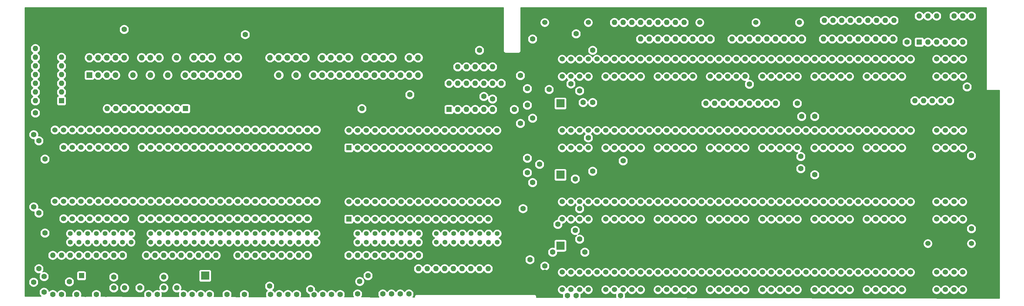
<source format=gbr>
G04 #@! TF.GenerationSoftware,KiCad,Pcbnew,(5.1.6)-1*
G04 #@! TF.CreationDate,2022-01-22T19:31:01+00:00*
G04 #@! TF.ProjectId,Daughterboard,44617567-6874-4657-9262-6f6172642e6b,rev?*
G04 #@! TF.SameCoordinates,Original*
G04 #@! TF.FileFunction,Copper,L2,Inr*
G04 #@! TF.FilePolarity,Positive*
%FSLAX46Y46*%
G04 Gerber Fmt 4.6, Leading zero omitted, Abs format (unit mm)*
G04 Created by KiCad (PCBNEW (5.1.6)-1) date 2022-01-22 19:31:01*
%MOMM*%
%LPD*%
G01*
G04 APERTURE LIST*
G04 #@! TA.AperFunction,ViaPad*
%ADD10C,1.524000*%
G04 #@! TD*
G04 #@! TA.AperFunction,ViaPad*
%ADD11R,1.524000X1.524000*%
G04 #@! TD*
G04 #@! TA.AperFunction,ViaPad*
%ADD12R,1.600000X1.600000*%
G04 #@! TD*
G04 #@! TA.AperFunction,ViaPad*
%ADD13C,1.600000*%
G04 #@! TD*
G04 #@! TA.AperFunction,ViaPad*
%ADD14O,1.600000X1.600000*%
G04 #@! TD*
G04 #@! TA.AperFunction,ViaPad*
%ADD15R,1.700000X1.700000*%
G04 #@! TD*
G04 #@! TA.AperFunction,ViaPad*
%ADD16O,1.700000X1.700000*%
G04 #@! TD*
G04 #@! TA.AperFunction,ViaPad*
%ADD17O,2.400000X2.400000*%
G04 #@! TD*
G04 #@! TA.AperFunction,ViaPad*
%ADD18R,2.400000X2.400000*%
G04 #@! TD*
G04 #@! TA.AperFunction,ViaPad*
%ADD19C,1.400000*%
G04 #@! TD*
G04 #@! TA.AperFunction,Conductor*
%ADD20C,0.254000*%
G04 #@! TD*
G04 APERTURE END LIST*
D10*
G04 #@! TO.N,Net-(CN751-Pad2)*
G04 #@! TO.C,CN752*
X11811000Y-117475000D03*
G04 #@! TO.N,Net-(CN751-Pad3)*
X14351000Y-122555000D03*
G04 #@! TO.N,Net-(C783-Pad2)*
X14351000Y-117475000D03*
D11*
G04 #@! TO.N,Earth*
X11811000Y-122555000D03*
D10*
G04 #@! TO.N,+5V*
X16891000Y-122555000D03*
G04 #@! TO.N,+12V*
X32131000Y-122555000D03*
G04 #@! TO.N,Net-(C780-Pad2)*
X21971000Y-117475000D03*
G04 #@! TO.N,Net-(CN751-Pad11)*
X24511000Y-122555000D03*
G04 #@! TO.N,Net-(CN751-Pad20)*
X34671000Y-117475000D03*
G04 #@! TO.N,Net-(CN751-Pad21)*
X37211000Y-122555000D03*
G04 #@! TO.N,Net-(CN751-Pad22)*
X37211000Y-117475000D03*
G04 #@! TO.N,Net-(C775-Pad2)*
X39751000Y-117475000D03*
G04 #@! TO.N,Net-(CN751-Pad25)*
X42291000Y-122555000D03*
G04 #@! TO.N,Net-(CN751-Pad27)*
X44831000Y-122555000D03*
G04 #@! TO.N,Net-(CN751-Pad29)*
X47371000Y-122555000D03*
G04 #@! TO.N,Net-(C771-Pad2)*
X49911000Y-117475000D03*
G04 #@! TO.N,-12V*
X27051000Y-122555000D03*
G04 #@! TO.N,Net-(C772-Pad2)*
X47371000Y-117475000D03*
G04 #@! TO.N,Net-(CN751-Pad31)*
X49911000Y-122555000D03*
G04 #@! TO.N,Net-(CN751-Pad7)*
X19431000Y-122555000D03*
G04 #@! TO.N,-5V*
X21971000Y-122555000D03*
G04 #@! TO.N,Net-(CN751-Pad37)*
X57531000Y-122555000D03*
G04 #@! TO.N,Net-(C768-Pad2)*
X57531000Y-117475000D03*
G04 #@! TO.N,Net-(CN751-Pad39)*
X60071000Y-122555000D03*
G04 #@! TO.N,Net-(C781-Pad2)*
X19431000Y-117475000D03*
G04 #@! TO.N,Net-(C774-Pad2)*
X42291000Y-117475000D03*
G04 #@! TO.N,Net-(CN751-Pad33)*
X52451000Y-122555000D03*
G04 #@! TO.N,Net-(C767-Pad2)*
X60071000Y-117475000D03*
G04 #@! TO.N,Net-(C778-Pad2)*
X27051000Y-117475000D03*
G04 #@! TO.N,Net-(CN751-Pad35)*
X54991000Y-122555000D03*
G04 #@! TO.N,Net-(C773-Pad2)*
X44831000Y-117475000D03*
G04 #@! TO.N,Net-(C779-Pad2)*
X24511000Y-117475000D03*
G04 #@! TO.N,Net-(CN751-Pad15)*
X29591000Y-122555000D03*
G04 #@! TO.N,Net-(C770-Pad2)*
X52451000Y-117475000D03*
G04 #@! TO.N,Net-(C782-Pad2)*
X16891000Y-117475000D03*
G04 #@! TO.N,Net-(C776-Pad2)*
X32131000Y-117475000D03*
G04 #@! TO.N,Net-(CN751-Pad23)*
X39751000Y-122555000D03*
G04 #@! TO.N,Net-(C769-Pad2)*
X54991000Y-117475000D03*
G04 #@! TO.N,Net-(CN751-Pad41)*
X62611000Y-122555000D03*
G04 #@! TO.N,Net-(C777-Pad2)*
X29591000Y-117475000D03*
G04 #@! TO.N,Net-(C766-Pad2)*
X62611000Y-117475000D03*
G04 #@! TO.N,Earth*
X34671000Y-122555000D03*
G04 #@! TO.N,Net-(CN751-Pad55)*
X80391000Y-122555000D03*
G04 #@! TO.N,Net-(C761-Pad2)*
X75311000Y-117475000D03*
G04 #@! TO.N,Net-(CN751-Pad43)*
X65151000Y-122555000D03*
G04 #@! TO.N,Net-(CN751-Pad47)*
X70231000Y-122555000D03*
G04 #@! TO.N,Net-(CN751-Pad51)*
X75311000Y-122555000D03*
G04 #@! TO.N,Net-(CN751-Pad49)*
X72771000Y-122555000D03*
G04 #@! TO.N,Net-(C757-Pad2)*
X85471000Y-117475000D03*
G04 #@! TO.N,Net-(C765-Pad2)*
X65151000Y-117475000D03*
G04 #@! TO.N,Net-(C764-Pad2)*
X67691000Y-117475000D03*
G04 #@! TO.N,Net-(C763-Pad2)*
X70231000Y-117475000D03*
G04 #@! TO.N,Net-(C756-Pad2)*
X88011000Y-117475000D03*
G04 #@! TO.N,Earth*
X88011000Y-122555000D03*
G04 #@! TO.N,Net-(C760-Pad2)*
X77851000Y-117475000D03*
G04 #@! TO.N,+5V*
X82931000Y-122555000D03*
G04 #@! TO.N,Net-(C762-Pad2)*
X72771000Y-117475000D03*
G04 #@! TO.N,Net-(C759-Pad2)*
X80391000Y-117475000D03*
G04 #@! TO.N,Net-(CN751-Pad53)*
X77851000Y-122555000D03*
G04 #@! TO.N,Net-(C758-Pad2)*
X82931000Y-117475000D03*
G04 #@! TO.N,Net-(CN751-Pad59)*
X85471000Y-122555000D03*
G04 #@! TO.N,Net-(CN751-Pad45)*
X67691000Y-122555000D03*
G04 #@! TD*
G04 #@! TO.N,Earth*
G04 #@! TO.C,CN600*
X279146000Y-138176000D03*
X279146000Y-143256000D03*
G04 #@! TO.N,/Zorro/_SCS*
X276606000Y-138176000D03*
G04 #@! TO.N,/Zorro/_FCS*
X276606000Y-143256000D03*
G04 #@! TO.N,/Zorro/_PINT1*
X274066000Y-138176000D03*
G04 #@! TO.N,/Zorro/_EBCLR*
X274066000Y-143256000D03*
G04 #@! TO.N,/Zorro/_ERST*
X271526000Y-138176000D03*
G04 #@! TO.N,/Zorro/DOE*
X271526000Y-143256000D03*
G04 #@! TO.N,/Zorro/E7M*
X268986000Y-138176000D03*
G04 #@! TO.N,Net-(CN600-Pad91)*
X268986000Y-143256000D03*
G04 #@! TO.N,Earth*
X266446000Y-138176000D03*
X266446000Y-143256000D03*
X263906000Y-138176000D03*
X263906000Y-143256000D03*
G04 #@! TO.N,/Zorro/ED5*
X261366000Y-138176000D03*
G04 #@! TO.N,Earth*
X261366000Y-143256000D03*
G04 #@! TO.N,/Zorro/ED6*
X258826000Y-138176000D03*
G04 #@! TO.N,/Zorro/ED4*
X258826000Y-143256000D03*
G04 #@! TO.N,/Zorro/ED7*
X256286000Y-138176000D03*
G04 #@! TO.N,/Zorro/ED3*
X256286000Y-143256000D03*
G04 #@! TO.N,/Zorro/ED8*
X253746000Y-138176000D03*
G04 #@! TO.N,/Zorro/ED2*
X253746000Y-143256000D03*
G04 #@! TO.N,/Zorro/ED9*
X251206000Y-138176000D03*
G04 #@! TO.N,/Zorro/ED1*
X251206000Y-143256000D03*
G04 #@! TO.N,/Zorro/ED10*
X248666000Y-138176000D03*
G04 #@! TO.N,/Zorro/ED0*
X248666000Y-143256000D03*
G04 #@! TO.N,/Zorro/_CCS*
X246126000Y-138176000D03*
G04 #@! TO.N,Earth*
X246126000Y-143256000D03*
G04 #@! TO.N,/Zorro/_EDSH*
X243586000Y-138176000D03*
G04 #@! TO.N,/Zorro/ED11*
X243586000Y-143256000D03*
G04 #@! TO.N,/Zorro/_EDSL*
X241046000Y-138176000D03*
G04 #@! TO.N,/Zorro/ED12*
X241046000Y-143256000D03*
G04 #@! TO.N,/Zorro/READ*
X238506000Y-138176000D03*
G04 #@! TO.N,/Zorro/ED13*
X238506000Y-143256000D03*
G04 #@! TO.N,/Zorro/_DTACK*
X235966000Y-138176000D03*
G04 #@! TO.N,/Zorro/ED14*
X235966000Y-143256000D03*
G04 #@! TO.N,Net-(CN600-Pad64)*
X233426000Y-138176000D03*
G04 #@! TO.N,/Zorro/ED15*
X233426000Y-143256000D03*
G04 #@! TO.N,/Zorro/_EBGACK*
X230886000Y-138176000D03*
G04 #@! TO.N,Earth*
X230886000Y-143256000D03*
G04 #@! TO.N,Net-(CN600-Pad60)*
X228346000Y-138176000D03*
G04 #@! TO.N,/Zorro/EA23*
X228346000Y-143256000D03*
G04 #@! TO.N,/Zorro/EA21*
X225806000Y-138176000D03*
G04 #@! TO.N,/Zorro/EA22*
X225806000Y-143256000D03*
G04 #@! TO.N,/Zorro/EA20*
X223266000Y-138176000D03*
G04 #@! TO.N,/Zorro/_EHLT*
X223266000Y-143256000D03*
G04 #@! TO.N,/Zorro/EA19*
X220726000Y-138176000D03*
G04 #@! TO.N,/Zorro/_RESET*
X220726000Y-143256000D03*
G04 #@! TO.N,/Zorro/EA18*
X218186000Y-138176000D03*
G04 #@! TO.N,/Zorro/_CINT*
X218186000Y-143256000D03*
G04 #@! TO.N,/Zorro/ECLK*
X215646000Y-138176000D03*
G04 #@! TO.N,Earth*
X215646000Y-143256000D03*
G04 #@! TO.N,/Zorro/_MTACK*
X213106000Y-138176000D03*
G04 #@! TO.N,/Zorro/EA17*
X213106000Y-143256000D03*
G04 #@! TO.N,/Zorro/_BINT*
X210566000Y-138176000D03*
G04 #@! TO.N,/Zorro/EA16*
X210566000Y-143256000D03*
G04 #@! TO.N,/Zorro/_PINT4*
X208026000Y-138176000D03*
G04 #@! TO.N,/Zorro/EA15*
X208026000Y-143256000D03*
G04 #@! TO.N,/Zorro/_PINT5*
X205486000Y-138176000D03*
G04 #@! TO.N,/Zorro/EA14*
X205486000Y-143256000D03*
G04 #@! TO.N,/Zorro/_PINT7*
X202946000Y-138176000D03*
G04 #@! TO.N,/Zorro/EA13*
X202946000Y-143256000D03*
G04 #@! TO.N,/Zorro/EA12*
X200406000Y-138176000D03*
G04 #@! TO.N,Earth*
X200406000Y-143256000D03*
G04 #@! TO.N,/Zorro/EA11*
X197866000Y-138176000D03*
G04 #@! TO.N,/Zorro/MS2*
X197866000Y-143256000D03*
G04 #@! TO.N,/Zorro/EA10*
X195326000Y-138176000D03*
G04 #@! TO.N,/Zorro/MS1*
X195326000Y-143256000D03*
G04 #@! TO.N,/Zorro/EA9*
X192786000Y-138176000D03*
G04 #@! TO.N,/Zorro/MS0*
X192786000Y-143256000D03*
G04 #@! TO.N,/Zorro/EA8*
X190246000Y-138176000D03*
G04 #@! TO.N,/Zorro/EA1*
X190246000Y-143256000D03*
G04 #@! TO.N,/Zorro/EA7*
X187706000Y-138176000D03*
G04 #@! TO.N,/Zorro/EA2*
X187706000Y-143256000D03*
G04 #@! TO.N,/Zorro/EA3*
X185166000Y-138176000D03*
G04 #@! TO.N,Earth*
X185166000Y-143256000D03*
G04 #@! TO.N,/Zorro/EA4*
X182626000Y-138176000D03*
G04 #@! TO.N,/Zorro/EA6*
X182626000Y-143256000D03*
G04 #@! TO.N,/Zorro/_INT6*
X180086000Y-138176000D03*
G04 #@! TO.N,/Zorro/EA5*
X180086000Y-143256000D03*
G04 #@! TO.N,-12V*
X177546000Y-138176000D03*
G04 #@! TO.N,/Zorro/_INT2*
X177546000Y-143256000D03*
G04 #@! TO.N,/Zorro/_MTCR*
X175006000Y-138176000D03*
G04 #@! TO.N,/Zorro/_OVR*
X175006000Y-143256000D03*
G04 #@! TO.N,/Zorro/_EC1*
X172466000Y-138176000D03*
G04 #@! TO.N,/Zorro/ECDAC*
X172466000Y-143256000D03*
G04 #@! TO.N,/Zorro/EC3*
X169926000Y-138176000D03*
G04 #@! TO.N,Earth*
X169926000Y-143256000D03*
G04 #@! TO.N,Net-(CN600-Pad12)*
X167386000Y-138176000D03*
G04 #@! TO.N,Net-(CN600-Pad11)*
X167386000Y-143256000D03*
G04 #@! TO.N,+12V*
X164846000Y-138176000D03*
G04 #@! TO.N,Net-(CN600-Pad9)*
X164846000Y-143256000D03*
G04 #@! TO.N,-5V*
X162306000Y-138176000D03*
G04 #@! TO.N,/Zorro/_OWN*
X162306000Y-143256000D03*
G04 #@! TO.N,+5V*
X159766000Y-138176000D03*
X159766000Y-143256000D03*
G04 #@! TO.N,Earth*
X157226000Y-138176000D03*
X157226000Y-143256000D03*
X154686000Y-138176000D03*
D11*
X154686000Y-143256000D03*
G04 #@! TD*
D10*
G04 #@! TO.N,Earth*
G04 #@! TO.C,CN603*
X279146000Y-75946000D03*
X279146000Y-81026000D03*
G04 #@! TO.N,/Zorro/_SCS*
X276606000Y-75946000D03*
G04 #@! TO.N,/Zorro/_FCS*
X276606000Y-81026000D03*
G04 #@! TO.N,/Zorro/_PINT1*
X274066000Y-75946000D03*
G04 #@! TO.N,/Zorro/_EBCLR*
X274066000Y-81026000D03*
G04 #@! TO.N,/Zorro/_ERST*
X271526000Y-75946000D03*
G04 #@! TO.N,/Zorro/DOE*
X271526000Y-81026000D03*
G04 #@! TO.N,/Zorro/E7M*
X268986000Y-75946000D03*
G04 #@! TO.N,Net-(CN603-Pad91)*
X268986000Y-81026000D03*
G04 #@! TO.N,Earth*
X266446000Y-75946000D03*
X266446000Y-81026000D03*
X263906000Y-75946000D03*
X263906000Y-81026000D03*
G04 #@! TO.N,/Zorro/ED5*
X261366000Y-75946000D03*
G04 #@! TO.N,Earth*
X261366000Y-81026000D03*
G04 #@! TO.N,/Zorro/ED6*
X258826000Y-75946000D03*
G04 #@! TO.N,/Zorro/ED4*
X258826000Y-81026000D03*
G04 #@! TO.N,/Zorro/ED7*
X256286000Y-75946000D03*
G04 #@! TO.N,/Zorro/ED3*
X256286000Y-81026000D03*
G04 #@! TO.N,/Zorro/ED8*
X253746000Y-75946000D03*
G04 #@! TO.N,/Zorro/ED2*
X253746000Y-81026000D03*
G04 #@! TO.N,/Zorro/ED9*
X251206000Y-75946000D03*
G04 #@! TO.N,/Zorro/ED1*
X251206000Y-81026000D03*
G04 #@! TO.N,/Zorro/ED10*
X248666000Y-75946000D03*
G04 #@! TO.N,/Zorro/ED0*
X248666000Y-81026000D03*
G04 #@! TO.N,/Zorro/_CCS*
X246126000Y-75946000D03*
G04 #@! TO.N,Earth*
X246126000Y-81026000D03*
G04 #@! TO.N,/Zorro/_EDSH*
X243586000Y-75946000D03*
G04 #@! TO.N,/Zorro/ED11*
X243586000Y-81026000D03*
G04 #@! TO.N,/Zorro/_EDSL*
X241046000Y-75946000D03*
G04 #@! TO.N,/Zorro/ED12*
X241046000Y-81026000D03*
G04 #@! TO.N,/Zorro/READ*
X238506000Y-75946000D03*
G04 #@! TO.N,/Zorro/ED13*
X238506000Y-81026000D03*
G04 #@! TO.N,/Zorro/_DTACK*
X235966000Y-75946000D03*
G04 #@! TO.N,/Zorro/ED14*
X235966000Y-81026000D03*
G04 #@! TO.N,/Video & ISA/_EBG3*
X233426000Y-75946000D03*
G04 #@! TO.N,/Zorro/ED15*
X233426000Y-81026000D03*
G04 #@! TO.N,/Zorro/_EBGACK*
X230886000Y-75946000D03*
G04 #@! TO.N,Earth*
X230886000Y-81026000D03*
G04 #@! TO.N,/Video & ISA/_EBR3*
X228346000Y-75946000D03*
G04 #@! TO.N,/Zorro/EA23*
X228346000Y-81026000D03*
G04 #@! TO.N,/Zorro/EA21*
X225806000Y-75946000D03*
G04 #@! TO.N,/Zorro/EA22*
X225806000Y-81026000D03*
G04 #@! TO.N,/Zorro/EA20*
X223266000Y-75946000D03*
G04 #@! TO.N,/Zorro/_EHLT*
X223266000Y-81026000D03*
G04 #@! TO.N,/Zorro/EA19*
X220726000Y-75946000D03*
G04 #@! TO.N,/Zorro/_RESET*
X220726000Y-81026000D03*
G04 #@! TO.N,/Zorro/EA18*
X218186000Y-75946000D03*
G04 #@! TO.N,/Zorro/_CINT*
X218186000Y-81026000D03*
G04 #@! TO.N,/Zorro/ECLK*
X215646000Y-75946000D03*
G04 #@! TO.N,Earth*
X215646000Y-81026000D03*
G04 #@! TO.N,/Zorro/_MTACK*
X213106000Y-75946000D03*
G04 #@! TO.N,/Zorro/EA17*
X213106000Y-81026000D03*
G04 #@! TO.N,/Zorro/_BINT*
X210566000Y-75946000D03*
G04 #@! TO.N,/Zorro/EA16*
X210566000Y-81026000D03*
G04 #@! TO.N,/Zorro/_PINT4*
X208026000Y-75946000D03*
G04 #@! TO.N,/Zorro/EA15*
X208026000Y-81026000D03*
G04 #@! TO.N,/Zorro/_PINT5*
X205486000Y-75946000D03*
G04 #@! TO.N,/Zorro/EA14*
X205486000Y-81026000D03*
G04 #@! TO.N,/Zorro/_PINT7*
X202946000Y-75946000D03*
G04 #@! TO.N,/Zorro/EA13*
X202946000Y-81026000D03*
G04 #@! TO.N,/Zorro/EA12*
X200406000Y-75946000D03*
G04 #@! TO.N,Earth*
X200406000Y-81026000D03*
G04 #@! TO.N,/Zorro/EA11*
X197866000Y-75946000D03*
G04 #@! TO.N,/Zorro/MS2*
X197866000Y-81026000D03*
G04 #@! TO.N,/Zorro/EA10*
X195326000Y-75946000D03*
G04 #@! TO.N,/Zorro/MS1*
X195326000Y-81026000D03*
G04 #@! TO.N,/Zorro/EA9*
X192786000Y-75946000D03*
G04 #@! TO.N,/Zorro/MS0*
X192786000Y-81026000D03*
G04 #@! TO.N,/Zorro/EA8*
X190246000Y-75946000D03*
G04 #@! TO.N,/Zorro/EA1*
X190246000Y-81026000D03*
G04 #@! TO.N,/Zorro/EA7*
X187706000Y-75946000D03*
G04 #@! TO.N,/Zorro/EA2*
X187706000Y-81026000D03*
G04 #@! TO.N,/Zorro/EA3*
X185166000Y-75946000D03*
G04 #@! TO.N,Earth*
X185166000Y-81026000D03*
G04 #@! TO.N,/Zorro/EA4*
X182626000Y-75946000D03*
G04 #@! TO.N,/Zorro/EA6*
X182626000Y-81026000D03*
G04 #@! TO.N,/Zorro/_INT6*
X180086000Y-75946000D03*
G04 #@! TO.N,/Zorro/EA5*
X180086000Y-81026000D03*
G04 #@! TO.N,-12V*
X177546000Y-75946000D03*
G04 #@! TO.N,/Zorro/_INT2*
X177546000Y-81026000D03*
G04 #@! TO.N,/Zorro/_MTCR*
X175006000Y-75946000D03*
G04 #@! TO.N,/Zorro/_OVR*
X175006000Y-81026000D03*
G04 #@! TO.N,/Zorro/_EC1*
X172466000Y-75946000D03*
G04 #@! TO.N,/Zorro/ECDAC*
X172466000Y-81026000D03*
G04 #@! TO.N,/Zorro/EC3*
X169926000Y-75946000D03*
G04 #@! TO.N,Earth*
X169926000Y-81026000D03*
G04 #@! TO.N,Net-(CN603-Pad12)*
X167386000Y-75946000D03*
G04 #@! TO.N,Net-(CN603-Pad11)*
X167386000Y-81026000D03*
G04 #@! TO.N,+12V*
X164846000Y-75946000D03*
G04 #@! TO.N,/Video & ISA/_SLAVE3*
X164846000Y-81026000D03*
G04 #@! TO.N,-5V*
X162306000Y-75946000D03*
G04 #@! TO.N,/Zorro/_OWN*
X162306000Y-81026000D03*
G04 #@! TO.N,+5V*
X159766000Y-75946000D03*
X159766000Y-81026000D03*
G04 #@! TO.N,Earth*
X157226000Y-75946000D03*
X157226000Y-81026000D03*
X154686000Y-75946000D03*
D11*
X154686000Y-81026000D03*
G04 #@! TD*
D12*
G04 #@! TO.N,+5V*
G04 #@! TO.C,C751*
X19558000Y-139192000D03*
D13*
G04 #@! TO.N,Earth*
X24558000Y-139192000D03*
G04 #@! TD*
D10*
G04 #@! TO.N,Net-(CN754-Pad27)*
G04 #@! TO.C,CN755*
X130556000Y-122682000D03*
G04 #@! TO.N,Net-(C793-Pad2)*
X125476000Y-117602000D03*
G04 #@! TO.N,Net-(C788-Pad2)*
X107696000Y-117602000D03*
G04 #@! TO.N,Net-(C789-Pad2)*
X110236000Y-117602000D03*
G04 #@! TO.N,Net-(C792-Pad2)*
X122936000Y-117602000D03*
G04 #@! TO.N,Net-(C786-Pad2)*
X102616000Y-117602000D03*
G04 #@! TO.N,Net-(C797-Pad2)*
X135636000Y-117602000D03*
G04 #@! TO.N,Net-(CN754-Pad20)*
X120396000Y-117602000D03*
G04 #@! TO.N,Net-(CN754-Pad11)*
X110236000Y-122682000D03*
G04 #@! TO.N,Net-(C791-Pad2)*
X115316000Y-117602000D03*
G04 #@! TO.N,Net-(CN754-Pad33)*
X138176000Y-122682000D03*
G04 #@! TO.N,Net-(C795-Pad2)*
X130556000Y-117602000D03*
G04 #@! TO.N,Net-(C787-Pad2)*
X105156000Y-117602000D03*
G04 #@! TO.N,Net-(C794-Pad2)*
X128016000Y-117602000D03*
G04 #@! TO.N,+5V*
X135636000Y-122682000D03*
G04 #@! TO.N,Net-(C798-Pad2)*
X138176000Y-117602000D03*
G04 #@! TO.N,Net-(CN754-Pad19)*
X120396000Y-122682000D03*
G04 #@! TO.N,Net-(CN754-Pad18)*
X117856000Y-117602000D03*
G04 #@! TO.N,Net-(CN754-Pad25)*
X128016000Y-122682000D03*
G04 #@! TO.N,Net-(CN754-Pad21)*
X122936000Y-122682000D03*
G04 #@! TO.N,Net-(CN754-Pad23)*
X125476000Y-122682000D03*
G04 #@! TO.N,Net-(CN754-Pad9)*
X107696000Y-122682000D03*
G04 #@! TO.N,Net-(C790-Pad2)*
X112776000Y-117602000D03*
G04 #@! TO.N,Net-(C796-Pad2)*
X133096000Y-117602000D03*
G04 #@! TO.N,Net-(C799-Pad2)*
X140716000Y-117602000D03*
G04 #@! TO.N,Net-(CN754-Pad15)*
X115316000Y-122682000D03*
G04 #@! TO.N,Earth*
X140716000Y-122682000D03*
G04 #@! TO.N,Net-(CN754-Pad7)*
X105156000Y-122682000D03*
G04 #@! TO.N,Net-(CN754-Pad13)*
X112776000Y-122682000D03*
G04 #@! TO.N,Net-(CN754-Pad29)*
X133096000Y-122682000D03*
G04 #@! TO.N,Net-(CN754-Pad17)*
X117856000Y-122682000D03*
G04 #@! TO.N,Net-(CN754-Pad5)*
X102616000Y-122682000D03*
G04 #@! TO.N,Net-(CN754-Pad3)*
X100076000Y-122682000D03*
G04 #@! TO.N,Net-(C785-Pad2)*
X100076000Y-117602000D03*
G04 #@! TO.N,Net-(C784-Pad2)*
X97536000Y-117602000D03*
D11*
G04 #@! TO.N,Net-(CN754-Pad1)*
X97536000Y-122682000D03*
G04 #@! TD*
D14*
G04 #@! TO.N,Net-(RP752-Pad10)*
G04 #@! TO.C,RP752*
X117856000Y-137160000D03*
G04 #@! TO.N,Net-(C792-Pad1)*
X120396000Y-137160000D03*
G04 #@! TO.N,Net-(C793-Pad1)*
X122936000Y-137160000D03*
G04 #@! TO.N,Net-(C794-Pad1)*
X125476000Y-137160000D03*
G04 #@! TO.N,Net-(C795-Pad1)*
X128016000Y-137160000D03*
G04 #@! TO.N,Net-(C796-Pad1)*
X130556000Y-137160000D03*
G04 #@! TO.N,Net-(C797-Pad1)*
X133096000Y-137160000D03*
G04 #@! TO.N,Net-(C798-Pad1)*
X135636000Y-137160000D03*
G04 #@! TO.N,Net-(C799-Pad1)*
X138176000Y-137160000D03*
D12*
G04 #@! TO.N,Earth*
X140716000Y-137160000D03*
G04 #@! TD*
D14*
G04 #@! TO.N,Net-(C756-Pad1)*
G04 #@! TO.C,RP753*
X97536000Y-133223000D03*
G04 #@! TO.N,Net-(C784-Pad1)*
X100076000Y-133223000D03*
G04 #@! TO.N,Net-(C785-Pad1)*
X102616000Y-133223000D03*
G04 #@! TO.N,Net-(C786-Pad1)*
X105156000Y-133223000D03*
G04 #@! TO.N,Net-(C787-Pad1)*
X107696000Y-133223000D03*
G04 #@! TO.N,Net-(C788-Pad1)*
X110236000Y-133223000D03*
G04 #@! TO.N,Net-(C789-Pad1)*
X112776000Y-133223000D03*
G04 #@! TO.N,Net-(C790-Pad1)*
X115316000Y-133223000D03*
G04 #@! TO.N,Net-(C791-Pad1)*
X117856000Y-133223000D03*
D12*
G04 #@! TO.N,Earth*
X120396000Y-133223000D03*
G04 #@! TD*
D13*
G04 #@! TO.N,Earth*
G04 #@! TO.C,C458*
X33956000Y-139573000D03*
G04 #@! TO.N,/Video & ISA/_C4*
X28956000Y-139573000D03*
G04 #@! TD*
G04 #@! TO.N,Earth*
G04 #@! TO.C,C752*
X13636000Y-139446000D03*
G04 #@! TO.N,+5V*
X8636000Y-139446000D03*
G04 #@! TD*
G04 #@! TO.N,Earth*
G04 #@! TO.C,C753*
X48561000Y-139573000D03*
G04 #@! TO.N,-5V*
X43561000Y-139573000D03*
G04 #@! TD*
G04 #@! TO.N,Earth*
G04 #@! TO.C,C754*
X154606000Y-109093000D03*
G04 #@! TO.N,-12V*
X149606000Y-109093000D03*
G04 #@! TD*
G04 #@! TO.N,Earth*
G04 #@! TO.C,C849*
X120316000Y-86360000D03*
G04 #@! TO.N,+5V*
X115316000Y-86360000D03*
G04 #@! TD*
D15*
G04 #@! TO.N,Net-(CN451-Pad1)*
G04 #@! TO.C,CN451*
X21844000Y-80645000D03*
D16*
G04 #@! TO.N,/Video & ISA/_HSYNC*
X47244000Y-75565000D03*
G04 #@! TO.N,/Video & ISA/G3*
X54864000Y-80645000D03*
G04 #@! TO.N,/Video & ISA/B0*
X49784000Y-80645000D03*
G04 #@! TO.N,/Video & ISA/B3*
X52324000Y-80645000D03*
G04 #@! TO.N,/Video & ISA/_VC1*
X62484000Y-75565000D03*
G04 #@! TO.N,/Video & ISA/_C4*
X44704000Y-80645000D03*
G04 #@! TO.N,Earth*
X59944000Y-75565000D03*
G04 #@! TO.N,Net-(CN451-Pad5)*
X26924000Y-80645000D03*
G04 #@! TO.N,Earth*
X47244000Y-80645000D03*
G04 #@! TO.N,/Video & ISA/INTCLK*
X62484000Y-80645000D03*
G04 #@! TO.N,/Video & ISA/AGREEN*
X34544000Y-80645000D03*
G04 #@! TO.N,/Video & ISA/PSTROBE*
X65024000Y-75565000D03*
G04 #@! TO.N,+5V*
X26924000Y-75565000D03*
G04 #@! TO.N,/Video & ISA/BURST*
X42164000Y-75565000D03*
G04 #@! TO.N,+5V*
X29464000Y-75565000D03*
G04 #@! TO.N,Earth*
X44704000Y-75565000D03*
G04 #@! TO.N,Net-(CN451-Pad2)*
X21844000Y-75565000D03*
G04 #@! TO.N,/Video & ISA/_BCSYNC*
X37084000Y-75565000D03*
G04 #@! TO.N,/Video & ISA/FLTLEFT*
X24384000Y-80645000D03*
G04 #@! TO.N,/Video & ISA/ABLUE*
X39624000Y-80645000D03*
G04 #@! TO.N,Earth*
X49784000Y-75565000D03*
G04 #@! TO.N,/Video & ISA/ARED*
X29464000Y-80645000D03*
G04 #@! TO.N,Earth*
X42164000Y-80645000D03*
G04 #@! TO.N,-5V*
X59944000Y-80645000D03*
G04 #@! TO.N,+5V*
X65024000Y-80645000D03*
G04 #@! TO.N,/Video & ISA/_XCLKEN*
X39624000Y-75565000D03*
G04 #@! TO.N,/Video & ISA/R3*
X57404000Y-80645000D03*
G04 #@! TO.N,/Video & ISA/PIXELSW*
X57404000Y-75565000D03*
G04 #@! TO.N,/Video & ISA/_VSYNC*
X52324000Y-75565000D03*
G04 #@! TO.N,Earth*
X37084000Y-80645000D03*
X32004000Y-80645000D03*
G04 #@! TO.N,/Video & ISA/BSYNC*
X54864000Y-75565000D03*
G04 #@! TO.N,/Video & ISA/FLTRIGHT*
X24384000Y-75565000D03*
G04 #@! TO.N,+12V*
X32004000Y-75565000D03*
G04 #@! TO.N,Earth*
X34544000Y-75565000D03*
G04 #@! TD*
D15*
G04 #@! TO.N,Earth*
G04 #@! TO.C,CN452*
X74549000Y-80645000D03*
D16*
X99949000Y-75565000D03*
G04 #@! TO.N,/Video & ISA/PPD4*
X107569000Y-80645000D03*
G04 #@! TO.N,/Video & ISA/PPD0*
X102489000Y-80645000D03*
G04 #@! TO.N,/Video & ISA/PPD2*
X105029000Y-80645000D03*
G04 #@! TO.N,AUDIO*
X115189000Y-75565000D03*
G04 #@! TO.N,/Video & ISA/_LPEN*
X97409000Y-80645000D03*
G04 #@! TO.N,Earth*
X112649000Y-75565000D03*
X79629000Y-80645000D03*
G04 #@! TO.N,/Video & ISA/PSEL*
X99949000Y-80645000D03*
G04 #@! TO.N,/Video & ISA/RAWLEFT*
X115189000Y-80645000D03*
G04 #@! TO.N,/Video & ISA/B2*
X87249000Y-80645000D03*
G04 #@! TO.N,AUDIO*
X117729000Y-75565000D03*
G04 #@! TO.N,/Video & ISA/G0*
X79629000Y-75565000D03*
G04 #@! TO.N,/Video & ISA/PBUSY*
X94869000Y-75565000D03*
G04 #@! TO.N,/Video & ISA/G2*
X82169000Y-75565000D03*
G04 #@! TO.N,/Video & ISA/_PACK*
X97409000Y-75565000D03*
G04 #@! TO.N,/Video & ISA/R0*
X74549000Y-75565000D03*
G04 #@! TO.N,/Video & ISA/TBASE*
X89789000Y-75565000D03*
G04 #@! TO.N,/Video & ISA/R1*
X77089000Y-80645000D03*
G04 #@! TO.N,/Video & ISA/VCDAC*
X92329000Y-80645000D03*
G04 #@! TO.N,/Video & ISA/PPD1*
X102489000Y-75565000D03*
G04 #@! TO.N,/Video & ISA/G1*
X82169000Y-80645000D03*
G04 #@! TO.N,/Video & ISA/VC3*
X94869000Y-80645000D03*
G04 #@! TO.N,/Video & ISA/_LED*
X112649000Y-80645000D03*
G04 #@! TO.N,/Video & ISA/RAWRIGHT*
X117729000Y-80645000D03*
G04 #@! TO.N,/Video & ISA/PPOUT*
X92329000Y-75565000D03*
G04 #@! TO.N,/Video & ISA/PPD6*
X110109000Y-80645000D03*
G04 #@! TO.N,/Video & ISA/PPD7*
X110109000Y-75565000D03*
G04 #@! TO.N,/Video & ISA/PPD3*
X105029000Y-75565000D03*
G04 #@! TO.N,/Video & ISA/BCOMP*
X89789000Y-80645000D03*
G04 #@! TO.N,Earth*
X84709000Y-80645000D03*
G04 #@! TO.N,/Video & ISA/PPD5*
X107569000Y-75565000D03*
G04 #@! TO.N,/Video & ISA/R2*
X77089000Y-75565000D03*
G04 #@! TO.N,/Video & ISA/B1*
X84709000Y-75565000D03*
G04 #@! TO.N,Earth*
X87249000Y-75565000D03*
G04 #@! TD*
D10*
G04 #@! TO.N,Net-(CN751-Pad2)*
G04 #@! TO.C,CN751*
X11811000Y-96647000D03*
G04 #@! TO.N,Net-(CN751-Pad3)*
X14351000Y-101727000D03*
G04 #@! TO.N,Net-(C783-Pad2)*
X14351000Y-96647000D03*
D11*
G04 #@! TO.N,Earth*
X11811000Y-101727000D03*
D10*
G04 #@! TO.N,+5V*
X16891000Y-101727000D03*
G04 #@! TO.N,+12V*
X32131000Y-101727000D03*
G04 #@! TO.N,Net-(C780-Pad2)*
X21971000Y-96647000D03*
G04 #@! TO.N,Net-(CN751-Pad11)*
X24511000Y-101727000D03*
G04 #@! TO.N,Net-(CN751-Pad20)*
X34671000Y-96647000D03*
G04 #@! TO.N,Net-(CN751-Pad21)*
X37211000Y-101727000D03*
G04 #@! TO.N,Net-(CN751-Pad22)*
X37211000Y-96647000D03*
G04 #@! TO.N,Net-(C775-Pad2)*
X39751000Y-96647000D03*
G04 #@! TO.N,Net-(CN751-Pad25)*
X42291000Y-101727000D03*
G04 #@! TO.N,Net-(CN751-Pad27)*
X44831000Y-101727000D03*
G04 #@! TO.N,Net-(CN751-Pad29)*
X47371000Y-101727000D03*
G04 #@! TO.N,Net-(C771-Pad2)*
X49911000Y-96647000D03*
G04 #@! TO.N,-12V*
X27051000Y-101727000D03*
G04 #@! TO.N,Net-(C772-Pad2)*
X47371000Y-96647000D03*
G04 #@! TO.N,Net-(CN751-Pad31)*
X49911000Y-101727000D03*
G04 #@! TO.N,Net-(CN751-Pad7)*
X19431000Y-101727000D03*
G04 #@! TO.N,-5V*
X21971000Y-101727000D03*
G04 #@! TO.N,Net-(CN751-Pad37)*
X57531000Y-101727000D03*
G04 #@! TO.N,Net-(C768-Pad2)*
X57531000Y-96647000D03*
G04 #@! TO.N,Net-(CN751-Pad39)*
X60071000Y-101727000D03*
G04 #@! TO.N,Net-(C781-Pad2)*
X19431000Y-96647000D03*
G04 #@! TO.N,Net-(C774-Pad2)*
X42291000Y-96647000D03*
G04 #@! TO.N,Net-(CN751-Pad33)*
X52451000Y-101727000D03*
G04 #@! TO.N,Net-(C767-Pad2)*
X60071000Y-96647000D03*
G04 #@! TO.N,Net-(C778-Pad2)*
X27051000Y-96647000D03*
G04 #@! TO.N,Net-(CN751-Pad35)*
X54991000Y-101727000D03*
G04 #@! TO.N,Net-(C773-Pad2)*
X44831000Y-96647000D03*
G04 #@! TO.N,Net-(C779-Pad2)*
X24511000Y-96647000D03*
G04 #@! TO.N,Net-(CN751-Pad15)*
X29591000Y-101727000D03*
G04 #@! TO.N,Net-(C770-Pad2)*
X52451000Y-96647000D03*
G04 #@! TO.N,Net-(C782-Pad2)*
X16891000Y-96647000D03*
G04 #@! TO.N,Net-(C776-Pad2)*
X32131000Y-96647000D03*
G04 #@! TO.N,Net-(CN751-Pad23)*
X39751000Y-101727000D03*
G04 #@! TO.N,Net-(C769-Pad2)*
X54991000Y-96647000D03*
G04 #@! TO.N,Net-(CN751-Pad41)*
X62611000Y-101727000D03*
G04 #@! TO.N,Net-(C777-Pad2)*
X29591000Y-96647000D03*
G04 #@! TO.N,Net-(C766-Pad2)*
X62611000Y-96647000D03*
G04 #@! TO.N,Earth*
X34671000Y-101727000D03*
G04 #@! TO.N,Net-(CN751-Pad55)*
X80391000Y-101727000D03*
G04 #@! TO.N,Net-(C761-Pad2)*
X75311000Y-96647000D03*
G04 #@! TO.N,Net-(CN751-Pad43)*
X65151000Y-101727000D03*
G04 #@! TO.N,Net-(CN751-Pad47)*
X70231000Y-101727000D03*
G04 #@! TO.N,Net-(CN751-Pad51)*
X75311000Y-101727000D03*
G04 #@! TO.N,Net-(CN751-Pad49)*
X72771000Y-101727000D03*
G04 #@! TO.N,Net-(C757-Pad2)*
X85471000Y-96647000D03*
G04 #@! TO.N,Net-(C765-Pad2)*
X65151000Y-96647000D03*
G04 #@! TO.N,Net-(C764-Pad2)*
X67691000Y-96647000D03*
G04 #@! TO.N,Net-(C763-Pad2)*
X70231000Y-96647000D03*
G04 #@! TO.N,Net-(C756-Pad2)*
X88011000Y-96647000D03*
G04 #@! TO.N,Earth*
X88011000Y-101727000D03*
G04 #@! TO.N,Net-(C760-Pad2)*
X77851000Y-96647000D03*
G04 #@! TO.N,+5V*
X82931000Y-101727000D03*
G04 #@! TO.N,Net-(C762-Pad2)*
X72771000Y-96647000D03*
G04 #@! TO.N,Net-(C759-Pad2)*
X80391000Y-96647000D03*
G04 #@! TO.N,Net-(CN751-Pad53)*
X77851000Y-101727000D03*
G04 #@! TO.N,Net-(C758-Pad2)*
X82931000Y-96647000D03*
G04 #@! TO.N,Net-(CN751-Pad59)*
X85471000Y-101727000D03*
G04 #@! TO.N,Net-(CN751-Pad45)*
X67691000Y-101727000D03*
G04 #@! TD*
G04 #@! TO.N,Net-(CN754-Pad27)*
G04 #@! TO.C,CN754*
X130556000Y-101854000D03*
G04 #@! TO.N,Net-(C793-Pad2)*
X125476000Y-96774000D03*
G04 #@! TO.N,Net-(C788-Pad2)*
X107696000Y-96774000D03*
G04 #@! TO.N,Net-(C789-Pad2)*
X110236000Y-96774000D03*
G04 #@! TO.N,Net-(C792-Pad2)*
X122936000Y-96774000D03*
G04 #@! TO.N,Net-(C786-Pad2)*
X102616000Y-96774000D03*
G04 #@! TO.N,Net-(C797-Pad2)*
X135636000Y-96774000D03*
G04 #@! TO.N,Net-(CN754-Pad20)*
X120396000Y-96774000D03*
G04 #@! TO.N,Net-(CN754-Pad11)*
X110236000Y-101854000D03*
G04 #@! TO.N,Net-(C791-Pad2)*
X115316000Y-96774000D03*
G04 #@! TO.N,Net-(CN754-Pad33)*
X138176000Y-101854000D03*
G04 #@! TO.N,Net-(C795-Pad2)*
X130556000Y-96774000D03*
G04 #@! TO.N,Net-(C787-Pad2)*
X105156000Y-96774000D03*
G04 #@! TO.N,Net-(C794-Pad2)*
X128016000Y-96774000D03*
G04 #@! TO.N,+5V*
X135636000Y-101854000D03*
G04 #@! TO.N,Net-(C798-Pad2)*
X138176000Y-96774000D03*
G04 #@! TO.N,Net-(CN754-Pad19)*
X120396000Y-101854000D03*
G04 #@! TO.N,Net-(CN754-Pad18)*
X117856000Y-96774000D03*
G04 #@! TO.N,Net-(CN754-Pad25)*
X128016000Y-101854000D03*
G04 #@! TO.N,Net-(CN754-Pad21)*
X122936000Y-101854000D03*
G04 #@! TO.N,Net-(CN754-Pad23)*
X125476000Y-101854000D03*
G04 #@! TO.N,Net-(CN754-Pad9)*
X107696000Y-101854000D03*
G04 #@! TO.N,Net-(C790-Pad2)*
X112776000Y-96774000D03*
G04 #@! TO.N,Net-(C796-Pad2)*
X133096000Y-96774000D03*
G04 #@! TO.N,Net-(C799-Pad2)*
X140716000Y-96774000D03*
G04 #@! TO.N,Net-(CN754-Pad15)*
X115316000Y-101854000D03*
G04 #@! TO.N,Earth*
X140716000Y-101854000D03*
G04 #@! TO.N,Net-(CN754-Pad7)*
X105156000Y-101854000D03*
G04 #@! TO.N,Net-(CN754-Pad13)*
X112776000Y-101854000D03*
G04 #@! TO.N,Net-(CN754-Pad29)*
X133096000Y-101854000D03*
G04 #@! TO.N,Net-(CN754-Pad17)*
X117856000Y-101854000D03*
G04 #@! TO.N,Net-(CN754-Pad5)*
X102616000Y-101854000D03*
G04 #@! TO.N,Net-(CN754-Pad3)*
X100076000Y-101854000D03*
G04 #@! TO.N,Net-(C785-Pad2)*
X100076000Y-96774000D03*
G04 #@! TO.N,Net-(C784-Pad2)*
X97536000Y-96774000D03*
D11*
G04 #@! TO.N,Net-(CN754-Pad1)*
X97536000Y-101854000D03*
G04 #@! TD*
D10*
G04 #@! TO.N,Earth*
G04 #@! TO.C,CN602*
X279146000Y-96774000D03*
X279146000Y-101854000D03*
G04 #@! TO.N,/Zorro/_SCS*
X276606000Y-96774000D03*
G04 #@! TO.N,/Zorro/_FCS*
X276606000Y-101854000D03*
G04 #@! TO.N,/Zorro/_PINT1*
X274066000Y-96774000D03*
G04 #@! TO.N,/Zorro/_EBCLR*
X274066000Y-101854000D03*
G04 #@! TO.N,/Zorro/_ERST*
X271526000Y-96774000D03*
G04 #@! TO.N,/Zorro/DOE*
X271526000Y-101854000D03*
G04 #@! TO.N,/Zorro/E7M*
X268986000Y-96774000D03*
G04 #@! TO.N,Net-(CN602-Pad91)*
X268986000Y-101854000D03*
G04 #@! TO.N,Earth*
X266446000Y-96774000D03*
X266446000Y-101854000D03*
X263906000Y-96774000D03*
X263906000Y-101854000D03*
G04 #@! TO.N,/Zorro/ED5*
X261366000Y-96774000D03*
G04 #@! TO.N,Earth*
X261366000Y-101854000D03*
G04 #@! TO.N,/Zorro/ED6*
X258826000Y-96774000D03*
G04 #@! TO.N,/Zorro/ED4*
X258826000Y-101854000D03*
G04 #@! TO.N,/Zorro/ED7*
X256286000Y-96774000D03*
G04 #@! TO.N,/Zorro/ED3*
X256286000Y-101854000D03*
G04 #@! TO.N,/Zorro/ED8*
X253746000Y-96774000D03*
G04 #@! TO.N,/Zorro/ED2*
X253746000Y-101854000D03*
G04 #@! TO.N,/Zorro/ED9*
X251206000Y-96774000D03*
G04 #@! TO.N,/Zorro/ED1*
X251206000Y-101854000D03*
G04 #@! TO.N,/Zorro/ED10*
X248666000Y-96774000D03*
G04 #@! TO.N,/Zorro/ED0*
X248666000Y-101854000D03*
G04 #@! TO.N,/Zorro/_CCS*
X246126000Y-96774000D03*
G04 #@! TO.N,Earth*
X246126000Y-101854000D03*
G04 #@! TO.N,/Zorro/_EDSH*
X243586000Y-96774000D03*
G04 #@! TO.N,/Zorro/ED11*
X243586000Y-101854000D03*
G04 #@! TO.N,/Zorro/_EDSL*
X241046000Y-96774000D03*
G04 #@! TO.N,/Zorro/ED12*
X241046000Y-101854000D03*
G04 #@! TO.N,/Zorro/READ*
X238506000Y-96774000D03*
G04 #@! TO.N,/Zorro/ED13*
X238506000Y-101854000D03*
G04 #@! TO.N,/Zorro/_DTACK*
X235966000Y-96774000D03*
G04 #@! TO.N,/Zorro/ED14*
X235966000Y-101854000D03*
G04 #@! TO.N,/Video & ISA/_EBG2*
X233426000Y-96774000D03*
G04 #@! TO.N,/Zorro/ED15*
X233426000Y-101854000D03*
G04 #@! TO.N,/Zorro/_EBGACK*
X230886000Y-96774000D03*
G04 #@! TO.N,Earth*
X230886000Y-101854000D03*
G04 #@! TO.N,/Video & ISA/_EBR2*
X228346000Y-96774000D03*
G04 #@! TO.N,/Zorro/EA23*
X228346000Y-101854000D03*
G04 #@! TO.N,/Zorro/EA21*
X225806000Y-96774000D03*
G04 #@! TO.N,/Zorro/EA22*
X225806000Y-101854000D03*
G04 #@! TO.N,/Zorro/EA20*
X223266000Y-96774000D03*
G04 #@! TO.N,/Zorro/_EHLT*
X223266000Y-101854000D03*
G04 #@! TO.N,/Zorro/EA19*
X220726000Y-96774000D03*
G04 #@! TO.N,/Zorro/_RESET*
X220726000Y-101854000D03*
G04 #@! TO.N,/Zorro/EA18*
X218186000Y-96774000D03*
G04 #@! TO.N,/Zorro/_CINT*
X218186000Y-101854000D03*
G04 #@! TO.N,/Zorro/ECLK*
X215646000Y-96774000D03*
G04 #@! TO.N,Earth*
X215646000Y-101854000D03*
G04 #@! TO.N,/Zorro/_MTACK*
X213106000Y-96774000D03*
G04 #@! TO.N,/Zorro/EA17*
X213106000Y-101854000D03*
G04 #@! TO.N,/Zorro/_BINT*
X210566000Y-96774000D03*
G04 #@! TO.N,/Zorro/EA16*
X210566000Y-101854000D03*
G04 #@! TO.N,/Zorro/_PINT4*
X208026000Y-96774000D03*
G04 #@! TO.N,/Zorro/EA15*
X208026000Y-101854000D03*
G04 #@! TO.N,/Zorro/_PINT5*
X205486000Y-96774000D03*
G04 #@! TO.N,/Zorro/EA14*
X205486000Y-101854000D03*
G04 #@! TO.N,/Zorro/_PINT7*
X202946000Y-96774000D03*
G04 #@! TO.N,/Zorro/EA13*
X202946000Y-101854000D03*
G04 #@! TO.N,/Zorro/EA12*
X200406000Y-96774000D03*
G04 #@! TO.N,Earth*
X200406000Y-101854000D03*
G04 #@! TO.N,/Zorro/EA11*
X197866000Y-96774000D03*
G04 #@! TO.N,/Zorro/MS2*
X197866000Y-101854000D03*
G04 #@! TO.N,/Zorro/EA10*
X195326000Y-96774000D03*
G04 #@! TO.N,/Zorro/MS1*
X195326000Y-101854000D03*
G04 #@! TO.N,/Zorro/EA9*
X192786000Y-96774000D03*
G04 #@! TO.N,/Zorro/MS0*
X192786000Y-101854000D03*
G04 #@! TO.N,/Zorro/EA8*
X190246000Y-96774000D03*
G04 #@! TO.N,/Zorro/EA1*
X190246000Y-101854000D03*
G04 #@! TO.N,/Zorro/EA7*
X187706000Y-96774000D03*
G04 #@! TO.N,/Zorro/EA2*
X187706000Y-101854000D03*
G04 #@! TO.N,/Zorro/EA3*
X185166000Y-96774000D03*
G04 #@! TO.N,Earth*
X185166000Y-101854000D03*
G04 #@! TO.N,/Zorro/EA4*
X182626000Y-96774000D03*
G04 #@! TO.N,/Zorro/EA6*
X182626000Y-101854000D03*
G04 #@! TO.N,/Zorro/_INT6*
X180086000Y-96774000D03*
G04 #@! TO.N,/Zorro/EA5*
X180086000Y-101854000D03*
G04 #@! TO.N,-12V*
X177546000Y-96774000D03*
G04 #@! TO.N,/Zorro/_INT2*
X177546000Y-101854000D03*
G04 #@! TO.N,/Zorro/_MTCR*
X175006000Y-96774000D03*
G04 #@! TO.N,/Zorro/_OVR*
X175006000Y-101854000D03*
G04 #@! TO.N,/Zorro/_EC1*
X172466000Y-96774000D03*
G04 #@! TO.N,/Zorro/ECDAC*
X172466000Y-101854000D03*
G04 #@! TO.N,/Zorro/EC3*
X169926000Y-96774000D03*
G04 #@! TO.N,Earth*
X169926000Y-101854000D03*
G04 #@! TO.N,Net-(CN602-Pad12)*
X167386000Y-96774000D03*
G04 #@! TO.N,Net-(CN602-Pad11)*
X167386000Y-101854000D03*
G04 #@! TO.N,+12V*
X164846000Y-96774000D03*
G04 #@! TO.N,/Video & ISA/_SLAVE2*
X164846000Y-101854000D03*
G04 #@! TO.N,-5V*
X162306000Y-96774000D03*
G04 #@! TO.N,/Zorro/_OWN*
X162306000Y-101854000D03*
G04 #@! TO.N,+5V*
X159766000Y-96774000D03*
X159766000Y-101854000D03*
G04 #@! TO.N,Earth*
X157226000Y-96774000D03*
X157226000Y-101854000D03*
X154686000Y-96774000D03*
D11*
X154686000Y-101854000D03*
G04 #@! TD*
D10*
G04 #@! TO.N,Earth*
G04 #@! TO.C,CN601*
X279146000Y-117602000D03*
X279146000Y-122682000D03*
G04 #@! TO.N,/Zorro/_SCS*
X276606000Y-117602000D03*
G04 #@! TO.N,/Zorro/_FCS*
X276606000Y-122682000D03*
G04 #@! TO.N,/Zorro/_PINT1*
X274066000Y-117602000D03*
G04 #@! TO.N,/Zorro/_EBCLR*
X274066000Y-122682000D03*
G04 #@! TO.N,/Zorro/_ERST*
X271526000Y-117602000D03*
G04 #@! TO.N,/Zorro/DOE*
X271526000Y-122682000D03*
G04 #@! TO.N,/Zorro/E7M*
X268986000Y-117602000D03*
G04 #@! TO.N,Net-(CN601-Pad91)*
X268986000Y-122682000D03*
G04 #@! TO.N,Earth*
X266446000Y-117602000D03*
X266446000Y-122682000D03*
X263906000Y-117602000D03*
X263906000Y-122682000D03*
G04 #@! TO.N,/Zorro/ED5*
X261366000Y-117602000D03*
G04 #@! TO.N,Earth*
X261366000Y-122682000D03*
G04 #@! TO.N,/Zorro/ED6*
X258826000Y-117602000D03*
G04 #@! TO.N,/Zorro/ED4*
X258826000Y-122682000D03*
G04 #@! TO.N,/Zorro/ED7*
X256286000Y-117602000D03*
G04 #@! TO.N,/Zorro/ED3*
X256286000Y-122682000D03*
G04 #@! TO.N,/Zorro/ED8*
X253746000Y-117602000D03*
G04 #@! TO.N,/Zorro/ED2*
X253746000Y-122682000D03*
G04 #@! TO.N,/Zorro/ED9*
X251206000Y-117602000D03*
G04 #@! TO.N,/Zorro/ED1*
X251206000Y-122682000D03*
G04 #@! TO.N,/Zorro/ED10*
X248666000Y-117602000D03*
G04 #@! TO.N,/Zorro/ED0*
X248666000Y-122682000D03*
G04 #@! TO.N,/Zorro/_CCS*
X246126000Y-117602000D03*
G04 #@! TO.N,Earth*
X246126000Y-122682000D03*
G04 #@! TO.N,/Zorro/_EDSH*
X243586000Y-117602000D03*
G04 #@! TO.N,/Zorro/ED11*
X243586000Y-122682000D03*
G04 #@! TO.N,/Zorro/_EDSL*
X241046000Y-117602000D03*
G04 #@! TO.N,/Zorro/ED12*
X241046000Y-122682000D03*
G04 #@! TO.N,/Zorro/READ*
X238506000Y-117602000D03*
G04 #@! TO.N,/Zorro/ED13*
X238506000Y-122682000D03*
G04 #@! TO.N,/Zorro/_DTACK*
X235966000Y-117602000D03*
G04 #@! TO.N,/Zorro/ED14*
X235966000Y-122682000D03*
G04 #@! TO.N,/Video & ISA/_EBG1*
X233426000Y-117602000D03*
G04 #@! TO.N,/Zorro/ED15*
X233426000Y-122682000D03*
G04 #@! TO.N,/Zorro/_EBGACK*
X230886000Y-117602000D03*
G04 #@! TO.N,Earth*
X230886000Y-122682000D03*
G04 #@! TO.N,/Video & ISA/_EBR1*
X228346000Y-117602000D03*
G04 #@! TO.N,/Zorro/EA23*
X228346000Y-122682000D03*
G04 #@! TO.N,/Zorro/EA21*
X225806000Y-117602000D03*
G04 #@! TO.N,/Zorro/EA22*
X225806000Y-122682000D03*
G04 #@! TO.N,/Zorro/EA20*
X223266000Y-117602000D03*
G04 #@! TO.N,/Zorro/_EHLT*
X223266000Y-122682000D03*
G04 #@! TO.N,/Zorro/EA19*
X220726000Y-117602000D03*
G04 #@! TO.N,/Zorro/_RESET*
X220726000Y-122682000D03*
G04 #@! TO.N,/Zorro/EA18*
X218186000Y-117602000D03*
G04 #@! TO.N,/Zorro/_CINT*
X218186000Y-122682000D03*
G04 #@! TO.N,/Zorro/ECLK*
X215646000Y-117602000D03*
G04 #@! TO.N,Earth*
X215646000Y-122682000D03*
G04 #@! TO.N,/Zorro/_MTACK*
X213106000Y-117602000D03*
G04 #@! TO.N,/Zorro/EA17*
X213106000Y-122682000D03*
G04 #@! TO.N,/Zorro/_BINT*
X210566000Y-117602000D03*
G04 #@! TO.N,/Zorro/EA16*
X210566000Y-122682000D03*
G04 #@! TO.N,/Zorro/_PINT4*
X208026000Y-117602000D03*
G04 #@! TO.N,/Zorro/EA15*
X208026000Y-122682000D03*
G04 #@! TO.N,/Zorro/_PINT5*
X205486000Y-117602000D03*
G04 #@! TO.N,/Zorro/EA14*
X205486000Y-122682000D03*
G04 #@! TO.N,/Zorro/_PINT7*
X202946000Y-117602000D03*
G04 #@! TO.N,/Zorro/EA13*
X202946000Y-122682000D03*
G04 #@! TO.N,/Zorro/EA12*
X200406000Y-117602000D03*
G04 #@! TO.N,Earth*
X200406000Y-122682000D03*
G04 #@! TO.N,/Zorro/EA11*
X197866000Y-117602000D03*
G04 #@! TO.N,/Zorro/MS2*
X197866000Y-122682000D03*
G04 #@! TO.N,/Zorro/EA10*
X195326000Y-117602000D03*
G04 #@! TO.N,/Zorro/MS1*
X195326000Y-122682000D03*
G04 #@! TO.N,/Zorro/EA9*
X192786000Y-117602000D03*
G04 #@! TO.N,/Zorro/MS0*
X192786000Y-122682000D03*
G04 #@! TO.N,/Zorro/EA8*
X190246000Y-117602000D03*
G04 #@! TO.N,/Zorro/EA1*
X190246000Y-122682000D03*
G04 #@! TO.N,/Zorro/EA7*
X187706000Y-117602000D03*
G04 #@! TO.N,/Zorro/EA2*
X187706000Y-122682000D03*
G04 #@! TO.N,/Zorro/EA3*
X185166000Y-117602000D03*
G04 #@! TO.N,Earth*
X185166000Y-122682000D03*
G04 #@! TO.N,/Zorro/EA4*
X182626000Y-117602000D03*
G04 #@! TO.N,/Zorro/EA6*
X182626000Y-122682000D03*
G04 #@! TO.N,/Zorro/_INT6*
X180086000Y-117602000D03*
G04 #@! TO.N,/Zorro/EA5*
X180086000Y-122682000D03*
G04 #@! TO.N,-12V*
X177546000Y-117602000D03*
G04 #@! TO.N,/Zorro/_INT2*
X177546000Y-122682000D03*
G04 #@! TO.N,/Zorro/_MTCR*
X175006000Y-117602000D03*
G04 #@! TO.N,/Zorro/_OVR*
X175006000Y-122682000D03*
G04 #@! TO.N,/Zorro/_EC1*
X172466000Y-117602000D03*
G04 #@! TO.N,/Zorro/ECDAC*
X172466000Y-122682000D03*
G04 #@! TO.N,/Zorro/EC3*
X169926000Y-117602000D03*
G04 #@! TO.N,Earth*
X169926000Y-122682000D03*
G04 #@! TO.N,Net-(CN601-Pad12)*
X167386000Y-117602000D03*
G04 #@! TO.N,Net-(CN601-Pad11)*
X167386000Y-122682000D03*
G04 #@! TO.N,+12V*
X164846000Y-117602000D03*
G04 #@! TO.N,/Video & ISA/_SLAVE1*
X164846000Y-122682000D03*
G04 #@! TO.N,-5V*
X162306000Y-117602000D03*
G04 #@! TO.N,/Zorro/_OWN*
X162306000Y-122682000D03*
G04 #@! TO.N,+5V*
X159766000Y-117602000D03*
X159766000Y-122682000D03*
G04 #@! TO.N,Earth*
X157226000Y-117602000D03*
X157226000Y-122682000D03*
X154686000Y-117602000D03*
D11*
X154686000Y-122682000D03*
G04 #@! TD*
D10*
G04 #@! TO.N,/Zorro/_OVR*
G04 #@! TO.C,R601*
X167386000Y-65278000D03*
G04 #@! TO.N,+5V*
X154686000Y-65278000D03*
G04 #@! TD*
G04 #@! TO.N,Net-(EDGE1-Pad11)*
G04 #@! TO.C,R603*
X228981000Y-65278000D03*
G04 #@! TO.N,+5V*
X216281000Y-65278000D03*
G04 #@! TD*
D17*
G04 #@! TO.N,Earth*
G04 #@! TO.C,C602*
X187258000Y-109728000D03*
D18*
G04 #@! TO.N,+5V*
X159258000Y-109728000D03*
G04 #@! TD*
D17*
G04 #@! TO.N,Earth*
G04 #@! TO.C,C603*
X187258000Y-88900000D03*
D18*
G04 #@! TO.N,+5V*
X159258000Y-88900000D03*
G04 #@! TD*
D10*
G04 #@! TO.N,Net-(EDGE1-Pad91)*
G04 #@! TO.C,R602*
X266446000Y-129794000D03*
G04 #@! TO.N,+5V*
X279146000Y-129794000D03*
G04 #@! TD*
D17*
G04 #@! TO.N,Earth*
G04 #@! TO.C,C601*
X187258000Y-130429000D03*
D18*
G04 #@! TO.N,+5V*
X159258000Y-130429000D03*
G04 #@! TD*
D12*
G04 #@! TO.N,Net-(CN601-Pad11)*
G04 #@! TO.C,U600*
X126746000Y-90678000D03*
D14*
G04 #@! TO.N,Net-(CN601-Pad12)*
X141986000Y-83058000D03*
X129286000Y-90678000D03*
G04 #@! TO.N,Net-(CN600-Pad11)*
X139446000Y-83058000D03*
G04 #@! TO.N,Net-(CN602-Pad12)*
X131826000Y-90678000D03*
G04 #@! TO.N,Net-(CN600-Pad12)*
X136906000Y-83058000D03*
G04 #@! TO.N,Net-(CN602-Pad11)*
X134366000Y-90678000D03*
G04 #@! TO.N,Net-(U600-Pad11)*
X134366000Y-83058000D03*
G04 #@! TO.N,Net-(CN602-Pad12)*
X136906000Y-90678000D03*
G04 #@! TO.N,Net-(CN603-Pad11)*
X131826000Y-83058000D03*
G04 #@! TO.N,Net-(CN603-Pad12)*
X139446000Y-90678000D03*
X129286000Y-83058000D03*
G04 #@! TO.N,Earth*
X141986000Y-90678000D03*
G04 #@! TO.N,+5V*
X126746000Y-83058000D03*
G04 #@! TD*
D19*
G04 #@! TO.N,Net-(C784-Pad2)*
G04 #@! TO.C,C784*
X100076000Y-126913000D03*
G04 #@! TO.N,Net-(C784-Pad1)*
X100076000Y-129413000D03*
G04 #@! TD*
G04 #@! TO.N,Net-(C785-Pad2)*
G04 #@! TO.C,C785*
X102616000Y-126913000D03*
G04 #@! TO.N,Net-(C785-Pad1)*
X102616000Y-129413000D03*
G04 #@! TD*
G04 #@! TO.N,Net-(C788-Pad2)*
G04 #@! TO.C,C788*
X110236000Y-126913000D03*
G04 #@! TO.N,Net-(C788-Pad1)*
X110236000Y-129413000D03*
G04 #@! TD*
G04 #@! TO.N,Net-(C786-Pad2)*
G04 #@! TO.C,C786*
X105156000Y-126913000D03*
G04 #@! TO.N,Net-(C786-Pad1)*
X105156000Y-129413000D03*
G04 #@! TD*
G04 #@! TO.N,Net-(C787-Pad2)*
G04 #@! TO.C,C787*
X107696000Y-126913000D03*
G04 #@! TO.N,Net-(C787-Pad1)*
X107696000Y-129413000D03*
G04 #@! TD*
G04 #@! TO.N,Net-(C789-Pad2)*
G04 #@! TO.C,C789*
X112776000Y-126913000D03*
G04 #@! TO.N,Net-(C789-Pad1)*
X112776000Y-129413000D03*
G04 #@! TD*
G04 #@! TO.N,Net-(C790-Pad2)*
G04 #@! TO.C,C790*
X115316000Y-126913000D03*
G04 #@! TO.N,Net-(C790-Pad1)*
X115316000Y-129413000D03*
G04 #@! TD*
G04 #@! TO.N,Net-(C793-Pad2)*
G04 #@! TO.C,C793*
X125603000Y-126913000D03*
G04 #@! TO.N,Net-(C793-Pad1)*
X125603000Y-129413000D03*
G04 #@! TD*
G04 #@! TO.N,Net-(C794-Pad2)*
G04 #@! TO.C,C794*
X128143000Y-126913000D03*
G04 #@! TO.N,Net-(C794-Pad1)*
X128143000Y-129413000D03*
G04 #@! TD*
G04 #@! TO.N,Net-(C792-Pad2)*
G04 #@! TO.C,C792*
X123063000Y-126913000D03*
G04 #@! TO.N,Net-(C792-Pad1)*
X123063000Y-129413000D03*
G04 #@! TD*
G04 #@! TO.N,Net-(C795-Pad2)*
G04 #@! TO.C,C795*
X130683000Y-126913000D03*
G04 #@! TO.N,Net-(C795-Pad1)*
X130683000Y-129413000D03*
G04 #@! TD*
G04 #@! TO.N,Net-(C756-Pad2)*
G04 #@! TO.C,C756*
X88011000Y-126913000D03*
G04 #@! TO.N,Net-(C756-Pad1)*
X88011000Y-129413000D03*
G04 #@! TD*
G04 #@! TO.N,Net-(C757-Pad2)*
G04 #@! TO.C,C757*
X85471000Y-126913000D03*
G04 #@! TO.N,Net-(C757-Pad1)*
X85471000Y-129413000D03*
G04 #@! TD*
G04 #@! TO.N,Net-(C758-Pad2)*
G04 #@! TO.C,C758*
X82931000Y-126913000D03*
G04 #@! TO.N,Net-(C758-Pad1)*
X82931000Y-129413000D03*
G04 #@! TD*
G04 #@! TO.N,Net-(C759-Pad2)*
G04 #@! TO.C,C759*
X80391000Y-126913000D03*
G04 #@! TO.N,Net-(C759-Pad1)*
X80391000Y-129413000D03*
G04 #@! TD*
G04 #@! TO.N,Net-(C760-Pad2)*
G04 #@! TO.C,C760*
X77851000Y-126913000D03*
G04 #@! TO.N,Net-(C760-Pad1)*
X77851000Y-129413000D03*
G04 #@! TD*
G04 #@! TO.N,Net-(C761-Pad2)*
G04 #@! TO.C,C761*
X75311000Y-126913000D03*
G04 #@! TO.N,Net-(C761-Pad1)*
X75311000Y-129413000D03*
G04 #@! TD*
G04 #@! TO.N,Net-(C762-Pad2)*
G04 #@! TO.C,C762*
X72771000Y-126913000D03*
G04 #@! TO.N,Net-(C762-Pad1)*
X72771000Y-129413000D03*
G04 #@! TD*
G04 #@! TO.N,Net-(C763-Pad2)*
G04 #@! TO.C,C763*
X70231000Y-126913000D03*
G04 #@! TO.N,Net-(C763-Pad1)*
X70231000Y-129413000D03*
G04 #@! TD*
G04 #@! TO.N,Net-(C764-Pad2)*
G04 #@! TO.C,C764*
X67691000Y-126913000D03*
G04 #@! TO.N,Net-(C764-Pad1)*
X67691000Y-129413000D03*
G04 #@! TD*
G04 #@! TO.N,Net-(C765-Pad2)*
G04 #@! TO.C,C765*
X65151000Y-126913000D03*
G04 #@! TO.N,Net-(C765-Pad1)*
X65151000Y-129413000D03*
G04 #@! TD*
G04 #@! TO.N,Net-(C766-Pad2)*
G04 #@! TO.C,C766*
X62611000Y-126913000D03*
G04 #@! TO.N,Net-(C766-Pad1)*
X62611000Y-129413000D03*
G04 #@! TD*
G04 #@! TO.N,Net-(C767-Pad2)*
G04 #@! TO.C,C767*
X60071000Y-126913000D03*
G04 #@! TO.N,Net-(C767-Pad1)*
X60071000Y-129413000D03*
G04 #@! TD*
G04 #@! TO.N,Net-(C768-Pad2)*
G04 #@! TO.C,C768*
X57531000Y-126913000D03*
G04 #@! TO.N,Net-(C768-Pad1)*
X57531000Y-129413000D03*
G04 #@! TD*
G04 #@! TO.N,Net-(C769-Pad2)*
G04 #@! TO.C,C769*
X54991000Y-126913000D03*
G04 #@! TO.N,Net-(C769-Pad1)*
X54991000Y-129413000D03*
G04 #@! TD*
G04 #@! TO.N,Net-(C770-Pad2)*
G04 #@! TO.C,C770*
X52451000Y-126913000D03*
G04 #@! TO.N,Net-(C770-Pad1)*
X52451000Y-129413000D03*
G04 #@! TD*
G04 #@! TO.N,Net-(C771-Pad2)*
G04 #@! TO.C,C771*
X49911000Y-126913000D03*
G04 #@! TO.N,Net-(C771-Pad1)*
X49911000Y-129413000D03*
G04 #@! TD*
G04 #@! TO.N,Net-(C772-Pad2)*
G04 #@! TO.C,C772*
X47371000Y-126913000D03*
G04 #@! TO.N,Net-(C772-Pad1)*
X47371000Y-129413000D03*
G04 #@! TD*
G04 #@! TO.N,Net-(C773-Pad2)*
G04 #@! TO.C,C773*
X44831000Y-126913000D03*
G04 #@! TO.N,Net-(C773-Pad1)*
X44831000Y-129413000D03*
G04 #@! TD*
G04 #@! TO.N,Net-(C774-Pad2)*
G04 #@! TO.C,C774*
X42291000Y-126913000D03*
G04 #@! TO.N,Net-(C774-Pad1)*
X42291000Y-129413000D03*
G04 #@! TD*
G04 #@! TO.N,Net-(C775-Pad2)*
G04 #@! TO.C,C775*
X39751000Y-126913000D03*
G04 #@! TO.N,Net-(C775-Pad1)*
X39751000Y-129413000D03*
G04 #@! TD*
G04 #@! TO.N,Net-(C776-Pad2)*
G04 #@! TO.C,C776*
X34036000Y-126913000D03*
G04 #@! TO.N,Net-(C776-Pad1)*
X34036000Y-129413000D03*
G04 #@! TD*
G04 #@! TO.N,Net-(C777-Pad2)*
G04 #@! TO.C,C777*
X31496000Y-126913000D03*
G04 #@! TO.N,Net-(C777-Pad1)*
X31496000Y-129413000D03*
G04 #@! TD*
G04 #@! TO.N,Net-(C778-Pad2)*
G04 #@! TO.C,C778*
X28956000Y-126913000D03*
G04 #@! TO.N,Net-(C778-Pad1)*
X28956000Y-129413000D03*
G04 #@! TD*
G04 #@! TO.N,Net-(C779-Pad2)*
G04 #@! TO.C,C779*
X26416000Y-126913000D03*
G04 #@! TO.N,Net-(C779-Pad1)*
X26416000Y-129413000D03*
G04 #@! TD*
G04 #@! TO.N,Net-(C780-Pad2)*
G04 #@! TO.C,C780*
X23876000Y-126913000D03*
G04 #@! TO.N,Net-(C780-Pad1)*
X23876000Y-129413000D03*
G04 #@! TD*
G04 #@! TO.N,Net-(C781-Pad2)*
G04 #@! TO.C,C781*
X21336000Y-126913000D03*
G04 #@! TO.N,Net-(C781-Pad1)*
X21336000Y-129413000D03*
G04 #@! TD*
G04 #@! TO.N,Net-(C782-Pad2)*
G04 #@! TO.C,C782*
X18796000Y-126913000D03*
G04 #@! TO.N,Net-(C782-Pad1)*
X18796000Y-129413000D03*
G04 #@! TD*
G04 #@! TO.N,Net-(C783-Pad2)*
G04 #@! TO.C,C783*
X16256000Y-126913000D03*
G04 #@! TO.N,Net-(C783-Pad1)*
X16256000Y-129413000D03*
G04 #@! TD*
G04 #@! TO.N,Net-(C791-Pad2)*
G04 #@! TO.C,C791*
X117856000Y-126913000D03*
G04 #@! TO.N,Net-(C791-Pad1)*
X117856000Y-129413000D03*
G04 #@! TD*
G04 #@! TO.N,Net-(C796-Pad2)*
G04 #@! TO.C,C796*
X133223000Y-126913000D03*
G04 #@! TO.N,Net-(C796-Pad1)*
X133223000Y-129413000D03*
G04 #@! TD*
G04 #@! TO.N,Net-(C797-Pad2)*
G04 #@! TO.C,C797*
X135763000Y-126913000D03*
G04 #@! TO.N,Net-(C797-Pad1)*
X135763000Y-129413000D03*
G04 #@! TD*
G04 #@! TO.N,Net-(C798-Pad2)*
G04 #@! TO.C,C798*
X138303000Y-126913000D03*
G04 #@! TO.N,Net-(C798-Pad1)*
X138303000Y-129413000D03*
G04 #@! TD*
G04 #@! TO.N,Net-(C799-Pad2)*
G04 #@! TO.C,C799*
X140843000Y-126913000D03*
G04 #@! TO.N,Net-(C799-Pad1)*
X140843000Y-129413000D03*
G04 #@! TD*
D12*
G04 #@! TO.N,Net-(EDGE1-Pad91)*
G04 #@! TO.C,U601*
X263906000Y-70993000D03*
D14*
G04 #@! TO.N,Net-(CN603-Pad91)*
X279146000Y-63373000D03*
G04 #@! TO.N,Net-(CN600-Pad91)*
X266446000Y-70993000D03*
G04 #@! TO.N,Net-(EDGE1-Pad91)*
X276606000Y-63373000D03*
X268986000Y-70993000D03*
G04 #@! TO.N,Net-(U601-Pad10)*
X274066000Y-63373000D03*
G04 #@! TO.N,Net-(CN601-Pad91)*
X271526000Y-70993000D03*
G04 #@! TO.N,Earth*
X271526000Y-63373000D03*
G04 #@! TO.N,Net-(EDGE1-Pad91)*
X274066000Y-70993000D03*
G04 #@! TO.N,Net-(EDGE1-Pad11)*
X268986000Y-63373000D03*
G04 #@! TO.N,Net-(CN602-Pad91)*
X276606000Y-70993000D03*
G04 #@! TO.N,Net-(U600-Pad11)*
X266446000Y-63373000D03*
G04 #@! TO.N,Earth*
X279146000Y-70993000D03*
G04 #@! TO.N,+5V*
X263906000Y-63373000D03*
G04 #@! TD*
G04 #@! TO.N,+5V*
G04 #@! TO.C,RP608*
X272796000Y-88138000D03*
G04 #@! TO.N,/Zorro/_SCS*
X270256000Y-88138000D03*
G04 #@! TO.N,/Zorro/_FCS*
X267716000Y-88138000D03*
G04 #@! TO.N,/Zorro/DOE*
X265176000Y-88138000D03*
G04 #@! TO.N,/Zorro/ED5*
X262636000Y-88138000D03*
D12*
G04 #@! TO.N,Earth*
X260096000Y-88138000D03*
G04 #@! TD*
D17*
G04 #@! TO.N,Earth*
G04 #@! TO.C,C600*
X83626000Y-139192000D03*
D18*
G04 #@! TO.N,+5V*
X55626000Y-139192000D03*
G04 #@! TD*
D10*
G04 #@! TO.N,/Zorro/MS1*
G04 #@! TO.C,R600*
X199898000Y-65278000D03*
G04 #@! TO.N,Earth*
X211074000Y-65278000D03*
G04 #@! TD*
D14*
G04 #@! TO.N,+5V*
G04 #@! TO.C,RP603*
X202946000Y-70104000D03*
G04 #@! TO.N,/Zorro/EA12*
X200406000Y-70104000D03*
G04 #@! TO.N,/Zorro/EA11*
X197866000Y-70104000D03*
G04 #@! TO.N,/Zorro/MS2*
X195326000Y-70104000D03*
G04 #@! TO.N,/Zorro/EA10*
X192786000Y-70104000D03*
G04 #@! TO.N,/Zorro/_CINT*
X190246000Y-70104000D03*
G04 #@! TO.N,/Zorro/EA9*
X187706000Y-70104000D03*
G04 #@! TO.N,/Zorro/MS0*
X185166000Y-70104000D03*
G04 #@! TO.N,/Zorro/EA8*
X182626000Y-70104000D03*
D12*
G04 #@! TO.N,Earth*
X180086000Y-70104000D03*
G04 #@! TD*
D14*
G04 #@! TO.N,+5V*
G04 #@! TO.C,RP602*
X195326000Y-65278000D03*
G04 #@! TO.N,/Zorro/EA1*
X192786000Y-65278000D03*
G04 #@! TO.N,/Zorro/EA7*
X190246000Y-65278000D03*
G04 #@! TO.N,/Zorro/EA2*
X187706000Y-65278000D03*
G04 #@! TO.N,/Zorro/EA3*
X185166000Y-65278000D03*
G04 #@! TO.N,/Zorro/EA4*
X182626000Y-65278000D03*
G04 #@! TO.N,/Zorro/EA6*
X180086000Y-65278000D03*
G04 #@! TO.N,/Zorro/EA5*
X177546000Y-65278000D03*
G04 #@! TO.N,/Zorro/_MTCR*
X175006000Y-65278000D03*
D12*
G04 #@! TO.N,Earth*
X172466000Y-65278000D03*
G04 #@! TD*
D13*
G04 #@! TO.N,+5V*
G04 #@! TO.C,C1*
X6096000Y-91694000D03*
D14*
G04 #@! TO.N,Earth*
X13596000Y-91694000D03*
G04 #@! TD*
G04 #@! TO.N,Earth*
G04 #@! TO.C,C604*
X260350000Y-63493000D03*
D13*
G04 #@! TO.N,+5V*
X260350000Y-70993000D03*
G04 #@! TD*
G04 #@! TO.N,+5V*
G04 #@! TO.C,C606*
X145796000Y-90678000D03*
D14*
G04 #@! TO.N,Earth*
X145796000Y-83178000D03*
G04 #@! TD*
D12*
G04 #@! TO.N,Earth*
G04 #@! TO.C,RP604*
X199136000Y-88900000D03*
D14*
G04 #@! TO.N,/Zorro/EA13*
X201676000Y-88900000D03*
G04 #@! TO.N,/Zorro/EA14*
X204216000Y-88900000D03*
G04 #@! TO.N,/Zorro/EA15*
X206756000Y-88900000D03*
G04 #@! TO.N,/Zorro/EA16*
X209296000Y-88900000D03*
G04 #@! TO.N,/Zorro/EA17*
X211836000Y-88900000D03*
G04 #@! TO.N,/Zorro/_MTACK*
X214376000Y-88900000D03*
G04 #@! TO.N,/Zorro/EA18*
X216916000Y-88900000D03*
G04 #@! TO.N,/Zorro/EA19*
X219456000Y-88900000D03*
G04 #@! TO.N,+5V*
X221996000Y-88900000D03*
G04 #@! TD*
G04 #@! TO.N,+5V*
G04 #@! TO.C,RP605*
X229616000Y-70104000D03*
G04 #@! TO.N,/Zorro/ED13*
X227076000Y-70104000D03*
G04 #@! TO.N,/Zorro/_DTACK*
X224536000Y-70104000D03*
G04 #@! TO.N,/Zorro/ED14*
X221996000Y-70104000D03*
G04 #@! TO.N,/Zorro/ED15*
X219456000Y-70104000D03*
G04 #@! TO.N,/Zorro/EA23*
X216916000Y-70104000D03*
G04 #@! TO.N,/Zorro/EA21*
X214376000Y-70104000D03*
G04 #@! TO.N,/Zorro/EA22*
X211836000Y-70104000D03*
G04 #@! TO.N,/Zorro/EA20*
X209296000Y-70104000D03*
D12*
G04 #@! TO.N,Earth*
X206756000Y-70104000D03*
G04 #@! TD*
G04 #@! TO.N,Earth*
G04 #@! TO.C,RP606*
X233426000Y-70104000D03*
D14*
G04 #@! TO.N,/Zorro/READ*
X235966000Y-70104000D03*
G04 #@! TO.N,/Zorro/ED12*
X238506000Y-70104000D03*
G04 #@! TO.N,/Zorro/_EDSL*
X241046000Y-70104000D03*
G04 #@! TO.N,/Zorro/ED11*
X243586000Y-70104000D03*
G04 #@! TO.N,/Zorro/_EDSH*
X246126000Y-70104000D03*
G04 #@! TO.N,/Zorro/_CCS*
X248666000Y-70104000D03*
G04 #@! TO.N,/Zorro/ED0*
X251206000Y-70104000D03*
G04 #@! TO.N,/Zorro/ED10*
X253746000Y-70104000D03*
G04 #@! TO.N,+5V*
X256286000Y-70104000D03*
G04 #@! TD*
D12*
G04 #@! TO.N,Earth*
G04 #@! TO.C,RP607*
X233680000Y-64643000D03*
D14*
G04 #@! TO.N,/Zorro/ED1*
X236220000Y-64643000D03*
G04 #@! TO.N,/Zorro/ED9*
X238760000Y-64643000D03*
G04 #@! TO.N,/Zorro/ED2*
X241300000Y-64643000D03*
G04 #@! TO.N,/Zorro/ED8*
X243840000Y-64643000D03*
G04 #@! TO.N,/Zorro/ED3*
X246380000Y-64643000D03*
G04 #@! TO.N,/Zorro/ED7*
X248920000Y-64643000D03*
G04 #@! TO.N,/Zorro/ED4*
X251460000Y-64643000D03*
G04 #@! TO.N,/Zorro/ED6*
X254000000Y-64643000D03*
G04 #@! TO.N,+5V*
X256540000Y-64643000D03*
G04 #@! TD*
D12*
G04 #@! TO.N,Earth*
G04 #@! TO.C,RP611*
X141986000Y-78232000D03*
D14*
G04 #@! TO.N,Net-(CN600-Pad12)*
X139446000Y-78232000D03*
G04 #@! TO.N,Net-(CN600-Pad11)*
X136906000Y-78232000D03*
G04 #@! TO.N,Net-(CN601-Pad11)*
X134366000Y-78232000D03*
G04 #@! TO.N,Net-(CN602-Pad11)*
X131826000Y-78232000D03*
G04 #@! TO.N,Net-(CN603-Pad11)*
X129286000Y-78232000D03*
G04 #@! TD*
G04 #@! TO.N,Net-(RP751-Pad10)*
G04 #@! TO.C,RP751*
X27051000Y-90424000D03*
G04 #@! TO.N,Net-(CN754-Pad1)*
X29591000Y-90424000D03*
G04 #@! TO.N,Net-(CN754-Pad3)*
X32131000Y-90424000D03*
G04 #@! TO.N,Net-(CN751-Pad21)*
X34671000Y-90424000D03*
G04 #@! TO.N,Net-(CN751-Pad23)*
X37211000Y-90424000D03*
G04 #@! TO.N,Net-(CN751-Pad25)*
X39751000Y-90424000D03*
G04 #@! TO.N,Net-(CN751-Pad27)*
X42291000Y-90424000D03*
G04 #@! TO.N,Net-(CN754-Pad18)*
X44831000Y-90424000D03*
G04 #@! TO.N,Net-(CN754-Pad20)*
X47371000Y-90424000D03*
D12*
G04 #@! TO.N,+5V*
X49911000Y-90424000D03*
G04 #@! TD*
D14*
G04 #@! TO.N,Net-(C783-Pad1)*
G04 #@! TO.C,RP754*
X11176000Y-133223000D03*
G04 #@! TO.N,Net-(C782-Pad1)*
X13716000Y-133223000D03*
G04 #@! TO.N,Net-(C781-Pad1)*
X16256000Y-133223000D03*
G04 #@! TO.N,Net-(C780-Pad1)*
X18796000Y-133223000D03*
G04 #@! TO.N,Net-(C779-Pad1)*
X21336000Y-133223000D03*
G04 #@! TO.N,Net-(C778-Pad1)*
X23876000Y-133223000D03*
G04 #@! TO.N,Net-(C777-Pad1)*
X26416000Y-133223000D03*
G04 #@! TO.N,Net-(C776-Pad1)*
X28956000Y-133223000D03*
G04 #@! TO.N,Net-(C775-Pad1)*
X31496000Y-133223000D03*
D12*
G04 #@! TO.N,Earth*
X34036000Y-133223000D03*
G04 #@! TD*
G04 #@! TO.N,Earth*
G04 #@! TO.C,RP755*
X61341000Y-133223000D03*
D14*
G04 #@! TO.N,Net-(C766-Pad1)*
X58801000Y-133223000D03*
G04 #@! TO.N,Net-(C767-Pad1)*
X56261000Y-133223000D03*
G04 #@! TO.N,Net-(C768-Pad1)*
X53721000Y-133223000D03*
G04 #@! TO.N,Net-(C769-Pad1)*
X51181000Y-133223000D03*
G04 #@! TO.N,Net-(C770-Pad1)*
X48641000Y-133223000D03*
G04 #@! TO.N,Net-(C771-Pad1)*
X46101000Y-133223000D03*
G04 #@! TO.N,Net-(C772-Pad1)*
X43561000Y-133223000D03*
G04 #@! TO.N,Net-(C773-Pad1)*
X41021000Y-133223000D03*
G04 #@! TO.N,Net-(C774-Pad1)*
X38481000Y-133223000D03*
G04 #@! TD*
D12*
G04 #@! TO.N,Earth*
G04 #@! TO.C,RP756*
X88011000Y-133223000D03*
D14*
G04 #@! TO.N,Net-(C757-Pad1)*
X85471000Y-133223000D03*
G04 #@! TO.N,Net-(C758-Pad1)*
X82931000Y-133223000D03*
G04 #@! TO.N,Net-(C759-Pad1)*
X80391000Y-133223000D03*
G04 #@! TO.N,Net-(C760-Pad1)*
X77851000Y-133223000D03*
G04 #@! TO.N,Net-(C761-Pad1)*
X75311000Y-133223000D03*
G04 #@! TO.N,Net-(C762-Pad1)*
X72771000Y-133223000D03*
G04 #@! TO.N,Net-(C763-Pad1)*
X70231000Y-133223000D03*
G04 #@! TO.N,Net-(C764-Pad1)*
X67691000Y-133223000D03*
G04 #@! TO.N,Net-(C765-Pad1)*
X65151000Y-133223000D03*
G04 #@! TD*
G04 #@! TO.N,+5V*
G04 #@! TO.C,U1*
X6096000Y-88138000D03*
G04 #@! TO.N,Earth*
X13716000Y-72898000D03*
G04 #@! TO.N,+5V*
X6096000Y-85598000D03*
G04 #@! TO.N,Net-(U1-Pad6)*
X13716000Y-75438000D03*
G04 #@! TO.N,+5V*
X6096000Y-83058000D03*
G04 #@! TO.N,/Video & ISA/_C4*
X13716000Y-77978000D03*
G04 #@! TO.N,+5V*
X6096000Y-80518000D03*
X13716000Y-80518000D03*
X6096000Y-77978000D03*
G04 #@! TO.N,/Video & ISA/VCDAC*
X13716000Y-83058000D03*
G04 #@! TO.N,Net-(U1-Pad9)*
X6096000Y-75438000D03*
G04 #@! TO.N,/Video & ISA/VC3*
X13716000Y-85598000D03*
G04 #@! TO.N,Net-(U1-Pad8)*
X6096000Y-72898000D03*
D12*
G04 #@! TO.N,+5V*
X13716000Y-88138000D03*
G04 #@! TD*
D13*
G04 #@! TO.N,+5V*
X56896000Y-144653000D03*
X49276000Y-144653000D03*
X11176000Y-144653000D03*
G04 #@! TO.N,Earth*
X105156000Y-144653000D03*
X97536000Y-144653000D03*
X84836000Y-144653000D03*
X72136000Y-144653000D03*
X45466000Y-144018000D03*
X59436000Y-144653000D03*
X33401000Y-144653000D03*
X20701000Y-144653000D03*
X26670000Y-144653000D03*
X64516000Y-144653000D03*
G04 #@! TO.N,-5V*
X7112000Y-99822000D03*
X7112000Y-120904000D03*
X43561000Y-142748000D03*
X67310000Y-68810001D03*
X7112000Y-137160000D03*
X147574000Y-80772000D03*
X148336000Y-119610001D03*
X147574000Y-94742000D03*
X161290000Y-145034000D03*
G04 #@! TO.N,-12V*
X8890000Y-126746000D03*
X150368000Y-134493000D03*
X149606000Y-84582000D03*
X177546000Y-105664000D03*
X8890000Y-105156000D03*
X149606000Y-89408000D03*
X176784000Y-145034000D03*
X149606000Y-104902000D03*
G04 #@! TO.N,/Video & ISA/R3*
X41656000Y-144653000D03*
G04 #@! TO.N,/Video & ISA/ARED*
X13716000Y-144653000D03*
G04 #@! TO.N,/Video & ISA/ABLUE*
X23876000Y-144653000D03*
G04 #@! TO.N,/Video & ISA/FLTLEFT*
X8636000Y-144018000D03*
G04 #@! TO.N,/Video & ISA/AGREEN*
X18161000Y-144653000D03*
G04 #@! TO.N,/Video & ISA/INTCLK*
X47371000Y-142748000D03*
G04 #@! TO.N,/Video & ISA/_C4*
X28956000Y-142748000D03*
G04 #@! TO.N,/Video & ISA/B3*
X36576000Y-142748000D03*
G04 #@! TO.N,/Video & ISA/B0*
X32131000Y-142748000D03*
G04 #@! TO.N,/Video & ISA/G3*
X39116000Y-144653000D03*
G04 #@! TO.N,/Video & ISA/PPD4*
X92456000Y-144653000D03*
G04 #@! TO.N,/Video & ISA/PPD0*
X87376000Y-144780000D03*
G04 #@! TO.N,/Video & ISA/PPD2*
X89916000Y-144653000D03*
G04 #@! TO.N,/Video & ISA/_LPEN*
X82296000Y-144653000D03*
G04 #@! TO.N,/Video & ISA/PSEL*
X86360000Y-143256000D03*
G04 #@! TO.N,/Video & ISA/RAWLEFT*
X100076000Y-144526000D03*
G04 #@! TO.N,/Video & ISA/B2*
X74422000Y-142240000D03*
G04 #@! TO.N,/Video & ISA/R1*
X61976000Y-144653000D03*
G04 #@! TO.N,/Video & ISA/VCDAC*
X77216000Y-144653000D03*
G04 #@! TO.N,/Video & ISA/G1*
X67056000Y-144653000D03*
G04 #@! TO.N,/Video & ISA/VC3*
X79756000Y-144653000D03*
G04 #@! TO.N,/Video & ISA/_LED*
X100711000Y-140843000D03*
G04 #@! TO.N,/Video & ISA/RAWRIGHT*
X103124000Y-139192000D03*
G04 #@! TO.N,/Video & ISA/PPD6*
X94996000Y-144653000D03*
G04 #@! TO.N,/Video & ISA/BCOMP*
X74676000Y-144653000D03*
G04 #@! TO.N,+12V*
X163830000Y-145034000D03*
X16002000Y-140970000D03*
X32004000Y-67310000D03*
X54356000Y-144653000D03*
X51816000Y-144653000D03*
X154686000Y-136398000D03*
X5588000Y-141073001D03*
X151130000Y-70104000D03*
X151130000Y-112014000D03*
X5611999Y-98020001D03*
X151130000Y-93218000D03*
X5611999Y-119102001D03*
G04 #@! TO.N,Net-(CN600-Pad11)*
X155956000Y-84836000D03*
X139446000Y-87630000D03*
X166370000Y-132334000D03*
X156972000Y-132334000D03*
G04 #@! TO.N,Net-(CN600-Pad12)*
X164846000Y-119634000D03*
X163576000Y-110934500D03*
X136906000Y-86868000D03*
X162306000Y-83185000D03*
G04 #@! TO.N,/Zorro/_MTACK*
X214376000Y-83312000D03*
G04 #@! TO.N,/Zorro/_SCS*
X277876000Y-84074000D03*
G04 #@! TO.N,Net-(CN601-Pad91)*
X279146000Y-125476000D03*
G04 #@! TO.N,/Video & ISA/_EBG1*
X112522000Y-144526000D03*
G04 #@! TO.N,/Video & ISA/_EBR1*
X229362000Y-104394000D03*
G04 #@! TO.N,Net-(CN601-Pad12)*
X168656000Y-88646000D03*
G04 #@! TO.N,Net-(CN601-Pad11)*
X164846000Y-85217000D03*
G04 #@! TO.N,/Video & ISA/_SLAVE1*
X164846000Y-128524000D03*
G04 #@! TO.N,/Video & ISA/_SLAVE2*
X115062000Y-144526000D03*
X163576000Y-125984000D03*
G04 #@! TO.N,Net-(CN602-Pad11)*
X167386000Y-98933000D03*
G04 #@! TO.N,/Video & ISA/_EBR2*
X107442000Y-144526000D03*
G04 #@! TO.N,/Video & ISA/_EBG2*
X233426000Y-109728000D03*
G04 #@! TO.N,Net-(CN602-Pad91)*
X279146000Y-104140000D03*
G04 #@! TO.N,/Video & ISA/_EBG3*
X109982000Y-144526000D03*
X229616000Y-92710000D03*
X233426000Y-92710000D03*
X229362000Y-107950000D03*
G04 #@! TO.N,/Video & ISA/_EBR3*
X228346000Y-88900000D03*
G04 #@! TO.N,Net-(CN603-Pad12)*
X165862000Y-88646000D03*
G04 #@! TO.N,Net-(CN603-Pad11)*
X168656000Y-73406000D03*
G04 #@! TO.N,/Video & ISA/_SLAVE3*
X158496000Y-124206000D03*
G04 #@! TO.N,Net-(CN754-Pad1)*
X101346000Y-90424000D03*
G04 #@! TO.N,Net-(EDGE1-Pad11)*
X153162000Y-106680000D03*
X168656000Y-108712000D03*
G04 #@! TO.N,Net-(U600-Pad11)*
X163830000Y-68580000D03*
X135636000Y-73406000D03*
G04 #@! TD*
D20*
G04 #@! TO.N,Earth*
G36*
X142596000Y-73500581D02*
G01*
X142592807Y-73533000D01*
X142605550Y-73662383D01*
X142643290Y-73786793D01*
X142704575Y-73901450D01*
X142787052Y-74001948D01*
X142887550Y-74084425D01*
X143002207Y-74145710D01*
X143126617Y-74183450D01*
X143256000Y-74196193D01*
X143288419Y-74193000D01*
X147033581Y-74193000D01*
X147066000Y-74196193D01*
X147098419Y-74193000D01*
X147195383Y-74183450D01*
X147319793Y-74145710D01*
X147434450Y-74084425D01*
X147534948Y-74001948D01*
X147617425Y-73901450D01*
X147678710Y-73786793D01*
X147716450Y-73662383D01*
X147729193Y-73533000D01*
X147726000Y-73500581D01*
X147726000Y-73264665D01*
X167221000Y-73264665D01*
X167221000Y-73547335D01*
X167276147Y-73824574D01*
X167384320Y-74085727D01*
X167541363Y-74320759D01*
X167741241Y-74520637D01*
X167976273Y-74677680D01*
X168237426Y-74785853D01*
X168514665Y-74841000D01*
X168797335Y-74841000D01*
X169074574Y-74785853D01*
X169335727Y-74677680D01*
X169570759Y-74520637D01*
X169770637Y-74320759D01*
X169927680Y-74085727D01*
X170035853Y-73824574D01*
X170091000Y-73547335D01*
X170091000Y-73264665D01*
X170035853Y-72987426D01*
X169927680Y-72726273D01*
X169770637Y-72491241D01*
X169570759Y-72291363D01*
X169335727Y-72134320D01*
X169074574Y-72026147D01*
X168797335Y-71971000D01*
X168514665Y-71971000D01*
X168237426Y-72026147D01*
X167976273Y-72134320D01*
X167741241Y-72291363D01*
X167541363Y-72491241D01*
X167384320Y-72726273D01*
X167276147Y-72987426D01*
X167221000Y-73264665D01*
X147726000Y-73264665D01*
X147726000Y-69962665D01*
X149695000Y-69962665D01*
X149695000Y-70245335D01*
X149750147Y-70522574D01*
X149858320Y-70783727D01*
X150015363Y-71018759D01*
X150215241Y-71218637D01*
X150450273Y-71375680D01*
X150711426Y-71483853D01*
X150988665Y-71539000D01*
X151271335Y-71539000D01*
X151548574Y-71483853D01*
X151809727Y-71375680D01*
X152044759Y-71218637D01*
X152244637Y-71018759D01*
X152401680Y-70783727D01*
X152509853Y-70522574D01*
X152565000Y-70245335D01*
X152565000Y-69962665D01*
X152509853Y-69685426D01*
X152401680Y-69424273D01*
X152244637Y-69189241D01*
X152044759Y-68989363D01*
X151809727Y-68832320D01*
X151548574Y-68724147D01*
X151271335Y-68669000D01*
X150988665Y-68669000D01*
X150711426Y-68724147D01*
X150450273Y-68832320D01*
X150215241Y-68989363D01*
X150015363Y-69189241D01*
X149858320Y-69424273D01*
X149750147Y-69685426D01*
X149695000Y-69962665D01*
X147726000Y-69962665D01*
X147726000Y-68438665D01*
X162395000Y-68438665D01*
X162395000Y-68721335D01*
X162450147Y-68998574D01*
X162558320Y-69259727D01*
X162715363Y-69494759D01*
X162915241Y-69694637D01*
X163150273Y-69851680D01*
X163411426Y-69959853D01*
X163688665Y-70015000D01*
X163971335Y-70015000D01*
X164234437Y-69962665D01*
X181191000Y-69962665D01*
X181191000Y-70245335D01*
X181246147Y-70522574D01*
X181354320Y-70783727D01*
X181511363Y-71018759D01*
X181711241Y-71218637D01*
X181946273Y-71375680D01*
X182207426Y-71483853D01*
X182484665Y-71539000D01*
X182767335Y-71539000D01*
X183044574Y-71483853D01*
X183305727Y-71375680D01*
X183540759Y-71218637D01*
X183740637Y-71018759D01*
X183896000Y-70786241D01*
X184051363Y-71018759D01*
X184251241Y-71218637D01*
X184486273Y-71375680D01*
X184747426Y-71483853D01*
X185024665Y-71539000D01*
X185307335Y-71539000D01*
X185584574Y-71483853D01*
X185845727Y-71375680D01*
X186080759Y-71218637D01*
X186280637Y-71018759D01*
X186436000Y-70786241D01*
X186591363Y-71018759D01*
X186791241Y-71218637D01*
X187026273Y-71375680D01*
X187287426Y-71483853D01*
X187564665Y-71539000D01*
X187847335Y-71539000D01*
X188124574Y-71483853D01*
X188385727Y-71375680D01*
X188620759Y-71218637D01*
X188820637Y-71018759D01*
X188976000Y-70786241D01*
X189131363Y-71018759D01*
X189331241Y-71218637D01*
X189566273Y-71375680D01*
X189827426Y-71483853D01*
X190104665Y-71539000D01*
X190387335Y-71539000D01*
X190664574Y-71483853D01*
X190925727Y-71375680D01*
X191160759Y-71218637D01*
X191360637Y-71018759D01*
X191516000Y-70786241D01*
X191671363Y-71018759D01*
X191871241Y-71218637D01*
X192106273Y-71375680D01*
X192367426Y-71483853D01*
X192644665Y-71539000D01*
X192927335Y-71539000D01*
X193204574Y-71483853D01*
X193465727Y-71375680D01*
X193700759Y-71218637D01*
X193900637Y-71018759D01*
X194056000Y-70786241D01*
X194211363Y-71018759D01*
X194411241Y-71218637D01*
X194646273Y-71375680D01*
X194907426Y-71483853D01*
X195184665Y-71539000D01*
X195467335Y-71539000D01*
X195744574Y-71483853D01*
X196005727Y-71375680D01*
X196240759Y-71218637D01*
X196440637Y-71018759D01*
X196596000Y-70786241D01*
X196751363Y-71018759D01*
X196951241Y-71218637D01*
X197186273Y-71375680D01*
X197447426Y-71483853D01*
X197724665Y-71539000D01*
X198007335Y-71539000D01*
X198284574Y-71483853D01*
X198545727Y-71375680D01*
X198780759Y-71218637D01*
X198980637Y-71018759D01*
X199136000Y-70786241D01*
X199291363Y-71018759D01*
X199491241Y-71218637D01*
X199726273Y-71375680D01*
X199987426Y-71483853D01*
X200264665Y-71539000D01*
X200547335Y-71539000D01*
X200824574Y-71483853D01*
X201085727Y-71375680D01*
X201320759Y-71218637D01*
X201520637Y-71018759D01*
X201676000Y-70786241D01*
X201831363Y-71018759D01*
X202031241Y-71218637D01*
X202266273Y-71375680D01*
X202527426Y-71483853D01*
X202804665Y-71539000D01*
X203087335Y-71539000D01*
X203364574Y-71483853D01*
X203625727Y-71375680D01*
X203860759Y-71218637D01*
X204060637Y-71018759D01*
X204217680Y-70783727D01*
X204325853Y-70522574D01*
X204381000Y-70245335D01*
X204381000Y-69962665D01*
X207861000Y-69962665D01*
X207861000Y-70245335D01*
X207916147Y-70522574D01*
X208024320Y-70783727D01*
X208181363Y-71018759D01*
X208381241Y-71218637D01*
X208616273Y-71375680D01*
X208877426Y-71483853D01*
X209154665Y-71539000D01*
X209437335Y-71539000D01*
X209714574Y-71483853D01*
X209975727Y-71375680D01*
X210210759Y-71218637D01*
X210410637Y-71018759D01*
X210566000Y-70786241D01*
X210721363Y-71018759D01*
X210921241Y-71218637D01*
X211156273Y-71375680D01*
X211417426Y-71483853D01*
X211694665Y-71539000D01*
X211977335Y-71539000D01*
X212254574Y-71483853D01*
X212515727Y-71375680D01*
X212750759Y-71218637D01*
X212950637Y-71018759D01*
X213106000Y-70786241D01*
X213261363Y-71018759D01*
X213461241Y-71218637D01*
X213696273Y-71375680D01*
X213957426Y-71483853D01*
X214234665Y-71539000D01*
X214517335Y-71539000D01*
X214794574Y-71483853D01*
X215055727Y-71375680D01*
X215290759Y-71218637D01*
X215490637Y-71018759D01*
X215646000Y-70786241D01*
X215801363Y-71018759D01*
X216001241Y-71218637D01*
X216236273Y-71375680D01*
X216497426Y-71483853D01*
X216774665Y-71539000D01*
X217057335Y-71539000D01*
X217334574Y-71483853D01*
X217595727Y-71375680D01*
X217830759Y-71218637D01*
X218030637Y-71018759D01*
X218186000Y-70786241D01*
X218341363Y-71018759D01*
X218541241Y-71218637D01*
X218776273Y-71375680D01*
X219037426Y-71483853D01*
X219314665Y-71539000D01*
X219597335Y-71539000D01*
X219874574Y-71483853D01*
X220135727Y-71375680D01*
X220370759Y-71218637D01*
X220570637Y-71018759D01*
X220726000Y-70786241D01*
X220881363Y-71018759D01*
X221081241Y-71218637D01*
X221316273Y-71375680D01*
X221577426Y-71483853D01*
X221854665Y-71539000D01*
X222137335Y-71539000D01*
X222414574Y-71483853D01*
X222675727Y-71375680D01*
X222910759Y-71218637D01*
X223110637Y-71018759D01*
X223266000Y-70786241D01*
X223421363Y-71018759D01*
X223621241Y-71218637D01*
X223856273Y-71375680D01*
X224117426Y-71483853D01*
X224394665Y-71539000D01*
X224677335Y-71539000D01*
X224954574Y-71483853D01*
X225215727Y-71375680D01*
X225450759Y-71218637D01*
X225650637Y-71018759D01*
X225806000Y-70786241D01*
X225961363Y-71018759D01*
X226161241Y-71218637D01*
X226396273Y-71375680D01*
X226657426Y-71483853D01*
X226934665Y-71539000D01*
X227217335Y-71539000D01*
X227494574Y-71483853D01*
X227755727Y-71375680D01*
X227990759Y-71218637D01*
X228190637Y-71018759D01*
X228346000Y-70786241D01*
X228501363Y-71018759D01*
X228701241Y-71218637D01*
X228936273Y-71375680D01*
X229197426Y-71483853D01*
X229474665Y-71539000D01*
X229757335Y-71539000D01*
X230034574Y-71483853D01*
X230295727Y-71375680D01*
X230530759Y-71218637D01*
X230730637Y-71018759D01*
X230887680Y-70783727D01*
X230995853Y-70522574D01*
X231051000Y-70245335D01*
X231051000Y-69962665D01*
X234531000Y-69962665D01*
X234531000Y-70245335D01*
X234586147Y-70522574D01*
X234694320Y-70783727D01*
X234851363Y-71018759D01*
X235051241Y-71218637D01*
X235286273Y-71375680D01*
X235547426Y-71483853D01*
X235824665Y-71539000D01*
X236107335Y-71539000D01*
X236384574Y-71483853D01*
X236645727Y-71375680D01*
X236880759Y-71218637D01*
X237080637Y-71018759D01*
X237236000Y-70786241D01*
X237391363Y-71018759D01*
X237591241Y-71218637D01*
X237826273Y-71375680D01*
X238087426Y-71483853D01*
X238364665Y-71539000D01*
X238647335Y-71539000D01*
X238924574Y-71483853D01*
X239185727Y-71375680D01*
X239420759Y-71218637D01*
X239620637Y-71018759D01*
X239776000Y-70786241D01*
X239931363Y-71018759D01*
X240131241Y-71218637D01*
X240366273Y-71375680D01*
X240627426Y-71483853D01*
X240904665Y-71539000D01*
X241187335Y-71539000D01*
X241464574Y-71483853D01*
X241725727Y-71375680D01*
X241960759Y-71218637D01*
X242160637Y-71018759D01*
X242316000Y-70786241D01*
X242471363Y-71018759D01*
X242671241Y-71218637D01*
X242906273Y-71375680D01*
X243167426Y-71483853D01*
X243444665Y-71539000D01*
X243727335Y-71539000D01*
X244004574Y-71483853D01*
X244265727Y-71375680D01*
X244500759Y-71218637D01*
X244700637Y-71018759D01*
X244856000Y-70786241D01*
X245011363Y-71018759D01*
X245211241Y-71218637D01*
X245446273Y-71375680D01*
X245707426Y-71483853D01*
X245984665Y-71539000D01*
X246267335Y-71539000D01*
X246544574Y-71483853D01*
X246805727Y-71375680D01*
X247040759Y-71218637D01*
X247240637Y-71018759D01*
X247396000Y-70786241D01*
X247551363Y-71018759D01*
X247751241Y-71218637D01*
X247986273Y-71375680D01*
X248247426Y-71483853D01*
X248524665Y-71539000D01*
X248807335Y-71539000D01*
X249084574Y-71483853D01*
X249345727Y-71375680D01*
X249580759Y-71218637D01*
X249780637Y-71018759D01*
X249936000Y-70786241D01*
X250091363Y-71018759D01*
X250291241Y-71218637D01*
X250526273Y-71375680D01*
X250787426Y-71483853D01*
X251064665Y-71539000D01*
X251347335Y-71539000D01*
X251624574Y-71483853D01*
X251885727Y-71375680D01*
X252120759Y-71218637D01*
X252320637Y-71018759D01*
X252476000Y-70786241D01*
X252631363Y-71018759D01*
X252831241Y-71218637D01*
X253066273Y-71375680D01*
X253327426Y-71483853D01*
X253604665Y-71539000D01*
X253887335Y-71539000D01*
X254164574Y-71483853D01*
X254425727Y-71375680D01*
X254660759Y-71218637D01*
X254860637Y-71018759D01*
X255016000Y-70786241D01*
X255171363Y-71018759D01*
X255371241Y-71218637D01*
X255606273Y-71375680D01*
X255867426Y-71483853D01*
X256144665Y-71539000D01*
X256427335Y-71539000D01*
X256704574Y-71483853D01*
X256965727Y-71375680D01*
X257200759Y-71218637D01*
X257400637Y-71018759D01*
X257512285Y-70851665D01*
X258915000Y-70851665D01*
X258915000Y-71134335D01*
X258970147Y-71411574D01*
X259078320Y-71672727D01*
X259235363Y-71907759D01*
X259435241Y-72107637D01*
X259670273Y-72264680D01*
X259931426Y-72372853D01*
X260208665Y-72428000D01*
X260491335Y-72428000D01*
X260768574Y-72372853D01*
X261029727Y-72264680D01*
X261264759Y-72107637D01*
X261464637Y-71907759D01*
X261621680Y-71672727D01*
X261729853Y-71411574D01*
X261785000Y-71134335D01*
X261785000Y-70851665D01*
X261729853Y-70574426D01*
X261621680Y-70313273D01*
X261541317Y-70193000D01*
X262467928Y-70193000D01*
X262467928Y-71793000D01*
X262480188Y-71917482D01*
X262516498Y-72037180D01*
X262575463Y-72147494D01*
X262654815Y-72244185D01*
X262751506Y-72323537D01*
X262861820Y-72382502D01*
X262981518Y-72418812D01*
X263106000Y-72431072D01*
X264706000Y-72431072D01*
X264830482Y-72418812D01*
X264950180Y-72382502D01*
X265060494Y-72323537D01*
X265157185Y-72244185D01*
X265236537Y-72147494D01*
X265295502Y-72037180D01*
X265331812Y-71917482D01*
X265332643Y-71909039D01*
X265531241Y-72107637D01*
X265766273Y-72264680D01*
X266027426Y-72372853D01*
X266304665Y-72428000D01*
X266587335Y-72428000D01*
X266864574Y-72372853D01*
X267125727Y-72264680D01*
X267360759Y-72107637D01*
X267560637Y-71907759D01*
X267716000Y-71675241D01*
X267871363Y-71907759D01*
X268071241Y-72107637D01*
X268306273Y-72264680D01*
X268567426Y-72372853D01*
X268844665Y-72428000D01*
X269127335Y-72428000D01*
X269404574Y-72372853D01*
X269665727Y-72264680D01*
X269900759Y-72107637D01*
X270100637Y-71907759D01*
X270256000Y-71675241D01*
X270411363Y-71907759D01*
X270611241Y-72107637D01*
X270846273Y-72264680D01*
X271107426Y-72372853D01*
X271384665Y-72428000D01*
X271667335Y-72428000D01*
X271944574Y-72372853D01*
X272205727Y-72264680D01*
X272440759Y-72107637D01*
X272640637Y-71907759D01*
X272796000Y-71675241D01*
X272951363Y-71907759D01*
X273151241Y-72107637D01*
X273386273Y-72264680D01*
X273647426Y-72372853D01*
X273924665Y-72428000D01*
X274207335Y-72428000D01*
X274484574Y-72372853D01*
X274745727Y-72264680D01*
X274980759Y-72107637D01*
X275180637Y-71907759D01*
X275336000Y-71675241D01*
X275491363Y-71907759D01*
X275691241Y-72107637D01*
X275926273Y-72264680D01*
X276187426Y-72372853D01*
X276464665Y-72428000D01*
X276747335Y-72428000D01*
X277024574Y-72372853D01*
X277285727Y-72264680D01*
X277520759Y-72107637D01*
X277720637Y-71907759D01*
X277877680Y-71672727D01*
X277985853Y-71411574D01*
X278041000Y-71134335D01*
X278041000Y-70851665D01*
X277985853Y-70574426D01*
X277877680Y-70313273D01*
X277720637Y-70078241D01*
X277520759Y-69878363D01*
X277285727Y-69721320D01*
X277024574Y-69613147D01*
X276747335Y-69558000D01*
X276464665Y-69558000D01*
X276187426Y-69613147D01*
X275926273Y-69721320D01*
X275691241Y-69878363D01*
X275491363Y-70078241D01*
X275336000Y-70310759D01*
X275180637Y-70078241D01*
X274980759Y-69878363D01*
X274745727Y-69721320D01*
X274484574Y-69613147D01*
X274207335Y-69558000D01*
X273924665Y-69558000D01*
X273647426Y-69613147D01*
X273386273Y-69721320D01*
X273151241Y-69878363D01*
X272951363Y-70078241D01*
X272796000Y-70310759D01*
X272640637Y-70078241D01*
X272440759Y-69878363D01*
X272205727Y-69721320D01*
X271944574Y-69613147D01*
X271667335Y-69558000D01*
X271384665Y-69558000D01*
X271107426Y-69613147D01*
X270846273Y-69721320D01*
X270611241Y-69878363D01*
X270411363Y-70078241D01*
X270256000Y-70310759D01*
X270100637Y-70078241D01*
X269900759Y-69878363D01*
X269665727Y-69721320D01*
X269404574Y-69613147D01*
X269127335Y-69558000D01*
X268844665Y-69558000D01*
X268567426Y-69613147D01*
X268306273Y-69721320D01*
X268071241Y-69878363D01*
X267871363Y-70078241D01*
X267716000Y-70310759D01*
X267560637Y-70078241D01*
X267360759Y-69878363D01*
X267125727Y-69721320D01*
X266864574Y-69613147D01*
X266587335Y-69558000D01*
X266304665Y-69558000D01*
X266027426Y-69613147D01*
X265766273Y-69721320D01*
X265531241Y-69878363D01*
X265332643Y-70076961D01*
X265331812Y-70068518D01*
X265295502Y-69948820D01*
X265236537Y-69838506D01*
X265157185Y-69741815D01*
X265060494Y-69662463D01*
X264950180Y-69603498D01*
X264830482Y-69567188D01*
X264706000Y-69554928D01*
X263106000Y-69554928D01*
X262981518Y-69567188D01*
X262861820Y-69603498D01*
X262751506Y-69662463D01*
X262654815Y-69741815D01*
X262575463Y-69838506D01*
X262516498Y-69948820D01*
X262480188Y-70068518D01*
X262467928Y-70193000D01*
X261541317Y-70193000D01*
X261464637Y-70078241D01*
X261264759Y-69878363D01*
X261029727Y-69721320D01*
X260768574Y-69613147D01*
X260491335Y-69558000D01*
X260208665Y-69558000D01*
X259931426Y-69613147D01*
X259670273Y-69721320D01*
X259435241Y-69878363D01*
X259235363Y-70078241D01*
X259078320Y-70313273D01*
X258970147Y-70574426D01*
X258915000Y-70851665D01*
X257512285Y-70851665D01*
X257557680Y-70783727D01*
X257665853Y-70522574D01*
X257721000Y-70245335D01*
X257721000Y-69962665D01*
X257665853Y-69685426D01*
X257557680Y-69424273D01*
X257400637Y-69189241D01*
X257200759Y-68989363D01*
X256965727Y-68832320D01*
X256704574Y-68724147D01*
X256427335Y-68669000D01*
X256144665Y-68669000D01*
X255867426Y-68724147D01*
X255606273Y-68832320D01*
X255371241Y-68989363D01*
X255171363Y-69189241D01*
X255016000Y-69421759D01*
X254860637Y-69189241D01*
X254660759Y-68989363D01*
X254425727Y-68832320D01*
X254164574Y-68724147D01*
X253887335Y-68669000D01*
X253604665Y-68669000D01*
X253327426Y-68724147D01*
X253066273Y-68832320D01*
X252831241Y-68989363D01*
X252631363Y-69189241D01*
X252476000Y-69421759D01*
X252320637Y-69189241D01*
X252120759Y-68989363D01*
X251885727Y-68832320D01*
X251624574Y-68724147D01*
X251347335Y-68669000D01*
X251064665Y-68669000D01*
X250787426Y-68724147D01*
X250526273Y-68832320D01*
X250291241Y-68989363D01*
X250091363Y-69189241D01*
X249936000Y-69421759D01*
X249780637Y-69189241D01*
X249580759Y-68989363D01*
X249345727Y-68832320D01*
X249084574Y-68724147D01*
X248807335Y-68669000D01*
X248524665Y-68669000D01*
X248247426Y-68724147D01*
X247986273Y-68832320D01*
X247751241Y-68989363D01*
X247551363Y-69189241D01*
X247396000Y-69421759D01*
X247240637Y-69189241D01*
X247040759Y-68989363D01*
X246805727Y-68832320D01*
X246544574Y-68724147D01*
X246267335Y-68669000D01*
X245984665Y-68669000D01*
X245707426Y-68724147D01*
X245446273Y-68832320D01*
X245211241Y-68989363D01*
X245011363Y-69189241D01*
X244856000Y-69421759D01*
X244700637Y-69189241D01*
X244500759Y-68989363D01*
X244265727Y-68832320D01*
X244004574Y-68724147D01*
X243727335Y-68669000D01*
X243444665Y-68669000D01*
X243167426Y-68724147D01*
X242906273Y-68832320D01*
X242671241Y-68989363D01*
X242471363Y-69189241D01*
X242316000Y-69421759D01*
X242160637Y-69189241D01*
X241960759Y-68989363D01*
X241725727Y-68832320D01*
X241464574Y-68724147D01*
X241187335Y-68669000D01*
X240904665Y-68669000D01*
X240627426Y-68724147D01*
X240366273Y-68832320D01*
X240131241Y-68989363D01*
X239931363Y-69189241D01*
X239776000Y-69421759D01*
X239620637Y-69189241D01*
X239420759Y-68989363D01*
X239185727Y-68832320D01*
X238924574Y-68724147D01*
X238647335Y-68669000D01*
X238364665Y-68669000D01*
X238087426Y-68724147D01*
X237826273Y-68832320D01*
X237591241Y-68989363D01*
X237391363Y-69189241D01*
X237236000Y-69421759D01*
X237080637Y-69189241D01*
X236880759Y-68989363D01*
X236645727Y-68832320D01*
X236384574Y-68724147D01*
X236107335Y-68669000D01*
X235824665Y-68669000D01*
X235547426Y-68724147D01*
X235286273Y-68832320D01*
X235051241Y-68989363D01*
X234851363Y-69189241D01*
X234694320Y-69424273D01*
X234586147Y-69685426D01*
X234531000Y-69962665D01*
X231051000Y-69962665D01*
X230995853Y-69685426D01*
X230887680Y-69424273D01*
X230730637Y-69189241D01*
X230530759Y-68989363D01*
X230295727Y-68832320D01*
X230034574Y-68724147D01*
X229757335Y-68669000D01*
X229474665Y-68669000D01*
X229197426Y-68724147D01*
X228936273Y-68832320D01*
X228701241Y-68989363D01*
X228501363Y-69189241D01*
X228346000Y-69421759D01*
X228190637Y-69189241D01*
X227990759Y-68989363D01*
X227755727Y-68832320D01*
X227494574Y-68724147D01*
X227217335Y-68669000D01*
X226934665Y-68669000D01*
X226657426Y-68724147D01*
X226396273Y-68832320D01*
X226161241Y-68989363D01*
X225961363Y-69189241D01*
X225806000Y-69421759D01*
X225650637Y-69189241D01*
X225450759Y-68989363D01*
X225215727Y-68832320D01*
X224954574Y-68724147D01*
X224677335Y-68669000D01*
X224394665Y-68669000D01*
X224117426Y-68724147D01*
X223856273Y-68832320D01*
X223621241Y-68989363D01*
X223421363Y-69189241D01*
X223266000Y-69421759D01*
X223110637Y-69189241D01*
X222910759Y-68989363D01*
X222675727Y-68832320D01*
X222414574Y-68724147D01*
X222137335Y-68669000D01*
X221854665Y-68669000D01*
X221577426Y-68724147D01*
X221316273Y-68832320D01*
X221081241Y-68989363D01*
X220881363Y-69189241D01*
X220726000Y-69421759D01*
X220570637Y-69189241D01*
X220370759Y-68989363D01*
X220135727Y-68832320D01*
X219874574Y-68724147D01*
X219597335Y-68669000D01*
X219314665Y-68669000D01*
X219037426Y-68724147D01*
X218776273Y-68832320D01*
X218541241Y-68989363D01*
X218341363Y-69189241D01*
X218186000Y-69421759D01*
X218030637Y-69189241D01*
X217830759Y-68989363D01*
X217595727Y-68832320D01*
X217334574Y-68724147D01*
X217057335Y-68669000D01*
X216774665Y-68669000D01*
X216497426Y-68724147D01*
X216236273Y-68832320D01*
X216001241Y-68989363D01*
X215801363Y-69189241D01*
X215646000Y-69421759D01*
X215490637Y-69189241D01*
X215290759Y-68989363D01*
X215055727Y-68832320D01*
X214794574Y-68724147D01*
X214517335Y-68669000D01*
X214234665Y-68669000D01*
X213957426Y-68724147D01*
X213696273Y-68832320D01*
X213461241Y-68989363D01*
X213261363Y-69189241D01*
X213106000Y-69421759D01*
X212950637Y-69189241D01*
X212750759Y-68989363D01*
X212515727Y-68832320D01*
X212254574Y-68724147D01*
X211977335Y-68669000D01*
X211694665Y-68669000D01*
X211417426Y-68724147D01*
X211156273Y-68832320D01*
X210921241Y-68989363D01*
X210721363Y-69189241D01*
X210566000Y-69421759D01*
X210410637Y-69189241D01*
X210210759Y-68989363D01*
X209975727Y-68832320D01*
X209714574Y-68724147D01*
X209437335Y-68669000D01*
X209154665Y-68669000D01*
X208877426Y-68724147D01*
X208616273Y-68832320D01*
X208381241Y-68989363D01*
X208181363Y-69189241D01*
X208024320Y-69424273D01*
X207916147Y-69685426D01*
X207861000Y-69962665D01*
X204381000Y-69962665D01*
X204325853Y-69685426D01*
X204217680Y-69424273D01*
X204060637Y-69189241D01*
X203860759Y-68989363D01*
X203625727Y-68832320D01*
X203364574Y-68724147D01*
X203087335Y-68669000D01*
X202804665Y-68669000D01*
X202527426Y-68724147D01*
X202266273Y-68832320D01*
X202031241Y-68989363D01*
X201831363Y-69189241D01*
X201676000Y-69421759D01*
X201520637Y-69189241D01*
X201320759Y-68989363D01*
X201085727Y-68832320D01*
X200824574Y-68724147D01*
X200547335Y-68669000D01*
X200264665Y-68669000D01*
X199987426Y-68724147D01*
X199726273Y-68832320D01*
X199491241Y-68989363D01*
X199291363Y-69189241D01*
X199136000Y-69421759D01*
X198980637Y-69189241D01*
X198780759Y-68989363D01*
X198545727Y-68832320D01*
X198284574Y-68724147D01*
X198007335Y-68669000D01*
X197724665Y-68669000D01*
X197447426Y-68724147D01*
X197186273Y-68832320D01*
X196951241Y-68989363D01*
X196751363Y-69189241D01*
X196596000Y-69421759D01*
X196440637Y-69189241D01*
X196240759Y-68989363D01*
X196005727Y-68832320D01*
X195744574Y-68724147D01*
X195467335Y-68669000D01*
X195184665Y-68669000D01*
X194907426Y-68724147D01*
X194646273Y-68832320D01*
X194411241Y-68989363D01*
X194211363Y-69189241D01*
X194056000Y-69421759D01*
X193900637Y-69189241D01*
X193700759Y-68989363D01*
X193465727Y-68832320D01*
X193204574Y-68724147D01*
X192927335Y-68669000D01*
X192644665Y-68669000D01*
X192367426Y-68724147D01*
X192106273Y-68832320D01*
X191871241Y-68989363D01*
X191671363Y-69189241D01*
X191516000Y-69421759D01*
X191360637Y-69189241D01*
X191160759Y-68989363D01*
X190925727Y-68832320D01*
X190664574Y-68724147D01*
X190387335Y-68669000D01*
X190104665Y-68669000D01*
X189827426Y-68724147D01*
X189566273Y-68832320D01*
X189331241Y-68989363D01*
X189131363Y-69189241D01*
X188976000Y-69421759D01*
X188820637Y-69189241D01*
X188620759Y-68989363D01*
X188385727Y-68832320D01*
X188124574Y-68724147D01*
X187847335Y-68669000D01*
X187564665Y-68669000D01*
X187287426Y-68724147D01*
X187026273Y-68832320D01*
X186791241Y-68989363D01*
X186591363Y-69189241D01*
X186436000Y-69421759D01*
X186280637Y-69189241D01*
X186080759Y-68989363D01*
X185845727Y-68832320D01*
X185584574Y-68724147D01*
X185307335Y-68669000D01*
X185024665Y-68669000D01*
X184747426Y-68724147D01*
X184486273Y-68832320D01*
X184251241Y-68989363D01*
X184051363Y-69189241D01*
X183896000Y-69421759D01*
X183740637Y-69189241D01*
X183540759Y-68989363D01*
X183305727Y-68832320D01*
X183044574Y-68724147D01*
X182767335Y-68669000D01*
X182484665Y-68669000D01*
X182207426Y-68724147D01*
X181946273Y-68832320D01*
X181711241Y-68989363D01*
X181511363Y-69189241D01*
X181354320Y-69424273D01*
X181246147Y-69685426D01*
X181191000Y-69962665D01*
X164234437Y-69962665D01*
X164248574Y-69959853D01*
X164509727Y-69851680D01*
X164744759Y-69694637D01*
X164944637Y-69494759D01*
X165101680Y-69259727D01*
X165209853Y-68998574D01*
X165265000Y-68721335D01*
X165265000Y-68438665D01*
X165209853Y-68161426D01*
X165101680Y-67900273D01*
X164944637Y-67665241D01*
X164744759Y-67465363D01*
X164509727Y-67308320D01*
X164248574Y-67200147D01*
X163971335Y-67145000D01*
X163688665Y-67145000D01*
X163411426Y-67200147D01*
X163150273Y-67308320D01*
X162915241Y-67465363D01*
X162715363Y-67665241D01*
X162558320Y-67900273D01*
X162450147Y-68161426D01*
X162395000Y-68438665D01*
X147726000Y-68438665D01*
X147726000Y-65140408D01*
X153289000Y-65140408D01*
X153289000Y-65415592D01*
X153342686Y-65685490D01*
X153447995Y-65939727D01*
X153600880Y-66168535D01*
X153795465Y-66363120D01*
X154024273Y-66516005D01*
X154278510Y-66621314D01*
X154548408Y-66675000D01*
X154823592Y-66675000D01*
X155093490Y-66621314D01*
X155347727Y-66516005D01*
X155576535Y-66363120D01*
X155771120Y-66168535D01*
X155924005Y-65939727D01*
X156029314Y-65685490D01*
X156083000Y-65415592D01*
X156083000Y-65140408D01*
X165989000Y-65140408D01*
X165989000Y-65415592D01*
X166042686Y-65685490D01*
X166147995Y-65939727D01*
X166300880Y-66168535D01*
X166495465Y-66363120D01*
X166724273Y-66516005D01*
X166978510Y-66621314D01*
X167248408Y-66675000D01*
X167523592Y-66675000D01*
X167793490Y-66621314D01*
X168047727Y-66516005D01*
X168276535Y-66363120D01*
X168471120Y-66168535D01*
X168624005Y-65939727D01*
X168729314Y-65685490D01*
X168783000Y-65415592D01*
X168783000Y-65140408D01*
X168782256Y-65136665D01*
X173571000Y-65136665D01*
X173571000Y-65419335D01*
X173626147Y-65696574D01*
X173734320Y-65957727D01*
X173891363Y-66192759D01*
X174091241Y-66392637D01*
X174326273Y-66549680D01*
X174587426Y-66657853D01*
X174864665Y-66713000D01*
X175147335Y-66713000D01*
X175424574Y-66657853D01*
X175685727Y-66549680D01*
X175920759Y-66392637D01*
X176120637Y-66192759D01*
X176276000Y-65960241D01*
X176431363Y-66192759D01*
X176631241Y-66392637D01*
X176866273Y-66549680D01*
X177127426Y-66657853D01*
X177404665Y-66713000D01*
X177687335Y-66713000D01*
X177964574Y-66657853D01*
X178225727Y-66549680D01*
X178460759Y-66392637D01*
X178660637Y-66192759D01*
X178816000Y-65960241D01*
X178971363Y-66192759D01*
X179171241Y-66392637D01*
X179406273Y-66549680D01*
X179667426Y-66657853D01*
X179944665Y-66713000D01*
X180227335Y-66713000D01*
X180504574Y-66657853D01*
X180765727Y-66549680D01*
X181000759Y-66392637D01*
X181200637Y-66192759D01*
X181356000Y-65960241D01*
X181511363Y-66192759D01*
X181711241Y-66392637D01*
X181946273Y-66549680D01*
X182207426Y-66657853D01*
X182484665Y-66713000D01*
X182767335Y-66713000D01*
X183044574Y-66657853D01*
X183305727Y-66549680D01*
X183540759Y-66392637D01*
X183740637Y-66192759D01*
X183896000Y-65960241D01*
X184051363Y-66192759D01*
X184251241Y-66392637D01*
X184486273Y-66549680D01*
X184747426Y-66657853D01*
X185024665Y-66713000D01*
X185307335Y-66713000D01*
X185584574Y-66657853D01*
X185845727Y-66549680D01*
X186080759Y-66392637D01*
X186280637Y-66192759D01*
X186436000Y-65960241D01*
X186591363Y-66192759D01*
X186791241Y-66392637D01*
X187026273Y-66549680D01*
X187287426Y-66657853D01*
X187564665Y-66713000D01*
X187847335Y-66713000D01*
X188124574Y-66657853D01*
X188385727Y-66549680D01*
X188620759Y-66392637D01*
X188820637Y-66192759D01*
X188976000Y-65960241D01*
X189131363Y-66192759D01*
X189331241Y-66392637D01*
X189566273Y-66549680D01*
X189827426Y-66657853D01*
X190104665Y-66713000D01*
X190387335Y-66713000D01*
X190664574Y-66657853D01*
X190925727Y-66549680D01*
X191160759Y-66392637D01*
X191360637Y-66192759D01*
X191516000Y-65960241D01*
X191671363Y-66192759D01*
X191871241Y-66392637D01*
X192106273Y-66549680D01*
X192367426Y-66657853D01*
X192644665Y-66713000D01*
X192927335Y-66713000D01*
X193204574Y-66657853D01*
X193465727Y-66549680D01*
X193700759Y-66392637D01*
X193900637Y-66192759D01*
X194056000Y-65960241D01*
X194211363Y-66192759D01*
X194411241Y-66392637D01*
X194646273Y-66549680D01*
X194907426Y-66657853D01*
X195184665Y-66713000D01*
X195467335Y-66713000D01*
X195744574Y-66657853D01*
X196005727Y-66549680D01*
X196240759Y-66392637D01*
X196440637Y-66192759D01*
X196597680Y-65957727D01*
X196705853Y-65696574D01*
X196761000Y-65419335D01*
X196761000Y-65140408D01*
X198501000Y-65140408D01*
X198501000Y-65415592D01*
X198554686Y-65685490D01*
X198659995Y-65939727D01*
X198812880Y-66168535D01*
X199007465Y-66363120D01*
X199236273Y-66516005D01*
X199490510Y-66621314D01*
X199760408Y-66675000D01*
X200035592Y-66675000D01*
X200305490Y-66621314D01*
X200559727Y-66516005D01*
X200788535Y-66363120D01*
X200983120Y-66168535D01*
X201136005Y-65939727D01*
X201241314Y-65685490D01*
X201295000Y-65415592D01*
X201295000Y-65140408D01*
X214884000Y-65140408D01*
X214884000Y-65415592D01*
X214937686Y-65685490D01*
X215042995Y-65939727D01*
X215195880Y-66168535D01*
X215390465Y-66363120D01*
X215619273Y-66516005D01*
X215873510Y-66621314D01*
X216143408Y-66675000D01*
X216418592Y-66675000D01*
X216688490Y-66621314D01*
X216942727Y-66516005D01*
X217171535Y-66363120D01*
X217366120Y-66168535D01*
X217519005Y-65939727D01*
X217624314Y-65685490D01*
X217678000Y-65415592D01*
X217678000Y-65140408D01*
X227584000Y-65140408D01*
X227584000Y-65415592D01*
X227637686Y-65685490D01*
X227742995Y-65939727D01*
X227895880Y-66168535D01*
X228090465Y-66363120D01*
X228319273Y-66516005D01*
X228573510Y-66621314D01*
X228843408Y-66675000D01*
X229118592Y-66675000D01*
X229388490Y-66621314D01*
X229642727Y-66516005D01*
X229871535Y-66363120D01*
X230066120Y-66168535D01*
X230219005Y-65939727D01*
X230324314Y-65685490D01*
X230378000Y-65415592D01*
X230378000Y-65140408D01*
X230324314Y-64870510D01*
X230219005Y-64616273D01*
X230142427Y-64501665D01*
X234785000Y-64501665D01*
X234785000Y-64784335D01*
X234840147Y-65061574D01*
X234948320Y-65322727D01*
X235105363Y-65557759D01*
X235305241Y-65757637D01*
X235540273Y-65914680D01*
X235801426Y-66022853D01*
X236078665Y-66078000D01*
X236361335Y-66078000D01*
X236638574Y-66022853D01*
X236899727Y-65914680D01*
X237134759Y-65757637D01*
X237334637Y-65557759D01*
X237490000Y-65325241D01*
X237645363Y-65557759D01*
X237845241Y-65757637D01*
X238080273Y-65914680D01*
X238341426Y-66022853D01*
X238618665Y-66078000D01*
X238901335Y-66078000D01*
X239178574Y-66022853D01*
X239439727Y-65914680D01*
X239674759Y-65757637D01*
X239874637Y-65557759D01*
X240030000Y-65325241D01*
X240185363Y-65557759D01*
X240385241Y-65757637D01*
X240620273Y-65914680D01*
X240881426Y-66022853D01*
X241158665Y-66078000D01*
X241441335Y-66078000D01*
X241718574Y-66022853D01*
X241979727Y-65914680D01*
X242214759Y-65757637D01*
X242414637Y-65557759D01*
X242570000Y-65325241D01*
X242725363Y-65557759D01*
X242925241Y-65757637D01*
X243160273Y-65914680D01*
X243421426Y-66022853D01*
X243698665Y-66078000D01*
X243981335Y-66078000D01*
X244258574Y-66022853D01*
X244519727Y-65914680D01*
X244754759Y-65757637D01*
X244954637Y-65557759D01*
X245110000Y-65325241D01*
X245265363Y-65557759D01*
X245465241Y-65757637D01*
X245700273Y-65914680D01*
X245961426Y-66022853D01*
X246238665Y-66078000D01*
X246521335Y-66078000D01*
X246798574Y-66022853D01*
X247059727Y-65914680D01*
X247294759Y-65757637D01*
X247494637Y-65557759D01*
X247650000Y-65325241D01*
X247805363Y-65557759D01*
X248005241Y-65757637D01*
X248240273Y-65914680D01*
X248501426Y-66022853D01*
X248778665Y-66078000D01*
X249061335Y-66078000D01*
X249338574Y-66022853D01*
X249599727Y-65914680D01*
X249834759Y-65757637D01*
X250034637Y-65557759D01*
X250190000Y-65325241D01*
X250345363Y-65557759D01*
X250545241Y-65757637D01*
X250780273Y-65914680D01*
X251041426Y-66022853D01*
X251318665Y-66078000D01*
X251601335Y-66078000D01*
X251878574Y-66022853D01*
X252139727Y-65914680D01*
X252374759Y-65757637D01*
X252574637Y-65557759D01*
X252730000Y-65325241D01*
X252885363Y-65557759D01*
X253085241Y-65757637D01*
X253320273Y-65914680D01*
X253581426Y-66022853D01*
X253858665Y-66078000D01*
X254141335Y-66078000D01*
X254418574Y-66022853D01*
X254679727Y-65914680D01*
X254914759Y-65757637D01*
X255114637Y-65557759D01*
X255270000Y-65325241D01*
X255425363Y-65557759D01*
X255625241Y-65757637D01*
X255860273Y-65914680D01*
X256121426Y-66022853D01*
X256398665Y-66078000D01*
X256681335Y-66078000D01*
X256958574Y-66022853D01*
X257219727Y-65914680D01*
X257454759Y-65757637D01*
X257654637Y-65557759D01*
X257811680Y-65322727D01*
X257919853Y-65061574D01*
X257975000Y-64784335D01*
X257975000Y-64501665D01*
X257919853Y-64224426D01*
X257811680Y-63963273D01*
X257654637Y-63728241D01*
X257454759Y-63528363D01*
X257219727Y-63371320D01*
X256958574Y-63263147D01*
X256800306Y-63231665D01*
X262471000Y-63231665D01*
X262471000Y-63514335D01*
X262526147Y-63791574D01*
X262634320Y-64052727D01*
X262791363Y-64287759D01*
X262991241Y-64487637D01*
X263226273Y-64644680D01*
X263487426Y-64752853D01*
X263764665Y-64808000D01*
X264047335Y-64808000D01*
X264324574Y-64752853D01*
X264585727Y-64644680D01*
X264820759Y-64487637D01*
X265020637Y-64287759D01*
X265176000Y-64055241D01*
X265331363Y-64287759D01*
X265531241Y-64487637D01*
X265766273Y-64644680D01*
X266027426Y-64752853D01*
X266304665Y-64808000D01*
X266587335Y-64808000D01*
X266864574Y-64752853D01*
X267125727Y-64644680D01*
X267360759Y-64487637D01*
X267560637Y-64287759D01*
X267716000Y-64055241D01*
X267871363Y-64287759D01*
X268071241Y-64487637D01*
X268306273Y-64644680D01*
X268567426Y-64752853D01*
X268844665Y-64808000D01*
X269127335Y-64808000D01*
X269404574Y-64752853D01*
X269665727Y-64644680D01*
X269900759Y-64487637D01*
X270100637Y-64287759D01*
X270257680Y-64052727D01*
X270365853Y-63791574D01*
X270421000Y-63514335D01*
X270421000Y-63231665D01*
X272631000Y-63231665D01*
X272631000Y-63514335D01*
X272686147Y-63791574D01*
X272794320Y-64052727D01*
X272951363Y-64287759D01*
X273151241Y-64487637D01*
X273386273Y-64644680D01*
X273647426Y-64752853D01*
X273924665Y-64808000D01*
X274207335Y-64808000D01*
X274484574Y-64752853D01*
X274745727Y-64644680D01*
X274980759Y-64487637D01*
X275180637Y-64287759D01*
X275336000Y-64055241D01*
X275491363Y-64287759D01*
X275691241Y-64487637D01*
X275926273Y-64644680D01*
X276187426Y-64752853D01*
X276464665Y-64808000D01*
X276747335Y-64808000D01*
X277024574Y-64752853D01*
X277285727Y-64644680D01*
X277520759Y-64487637D01*
X277720637Y-64287759D01*
X277876000Y-64055241D01*
X278031363Y-64287759D01*
X278231241Y-64487637D01*
X278466273Y-64644680D01*
X278727426Y-64752853D01*
X279004665Y-64808000D01*
X279287335Y-64808000D01*
X279564574Y-64752853D01*
X279825727Y-64644680D01*
X280060759Y-64487637D01*
X280260637Y-64287759D01*
X280417680Y-64052727D01*
X280525853Y-63791574D01*
X280581000Y-63514335D01*
X280581000Y-63231665D01*
X280525853Y-62954426D01*
X280417680Y-62693273D01*
X280260637Y-62458241D01*
X280060759Y-62258363D01*
X279825727Y-62101320D01*
X279564574Y-61993147D01*
X279287335Y-61938000D01*
X279004665Y-61938000D01*
X278727426Y-61993147D01*
X278466273Y-62101320D01*
X278231241Y-62258363D01*
X278031363Y-62458241D01*
X277876000Y-62690759D01*
X277720637Y-62458241D01*
X277520759Y-62258363D01*
X277285727Y-62101320D01*
X277024574Y-61993147D01*
X276747335Y-61938000D01*
X276464665Y-61938000D01*
X276187426Y-61993147D01*
X275926273Y-62101320D01*
X275691241Y-62258363D01*
X275491363Y-62458241D01*
X275336000Y-62690759D01*
X275180637Y-62458241D01*
X274980759Y-62258363D01*
X274745727Y-62101320D01*
X274484574Y-61993147D01*
X274207335Y-61938000D01*
X273924665Y-61938000D01*
X273647426Y-61993147D01*
X273386273Y-62101320D01*
X273151241Y-62258363D01*
X272951363Y-62458241D01*
X272794320Y-62693273D01*
X272686147Y-62954426D01*
X272631000Y-63231665D01*
X270421000Y-63231665D01*
X270365853Y-62954426D01*
X270257680Y-62693273D01*
X270100637Y-62458241D01*
X269900759Y-62258363D01*
X269665727Y-62101320D01*
X269404574Y-61993147D01*
X269127335Y-61938000D01*
X268844665Y-61938000D01*
X268567426Y-61993147D01*
X268306273Y-62101320D01*
X268071241Y-62258363D01*
X267871363Y-62458241D01*
X267716000Y-62690759D01*
X267560637Y-62458241D01*
X267360759Y-62258363D01*
X267125727Y-62101320D01*
X266864574Y-61993147D01*
X266587335Y-61938000D01*
X266304665Y-61938000D01*
X266027426Y-61993147D01*
X265766273Y-62101320D01*
X265531241Y-62258363D01*
X265331363Y-62458241D01*
X265176000Y-62690759D01*
X265020637Y-62458241D01*
X264820759Y-62258363D01*
X264585727Y-62101320D01*
X264324574Y-61993147D01*
X264047335Y-61938000D01*
X263764665Y-61938000D01*
X263487426Y-61993147D01*
X263226273Y-62101320D01*
X262991241Y-62258363D01*
X262791363Y-62458241D01*
X262634320Y-62693273D01*
X262526147Y-62954426D01*
X262471000Y-63231665D01*
X256800306Y-63231665D01*
X256681335Y-63208000D01*
X256398665Y-63208000D01*
X256121426Y-63263147D01*
X255860273Y-63371320D01*
X255625241Y-63528363D01*
X255425363Y-63728241D01*
X255270000Y-63960759D01*
X255114637Y-63728241D01*
X254914759Y-63528363D01*
X254679727Y-63371320D01*
X254418574Y-63263147D01*
X254141335Y-63208000D01*
X253858665Y-63208000D01*
X253581426Y-63263147D01*
X253320273Y-63371320D01*
X253085241Y-63528363D01*
X252885363Y-63728241D01*
X252730000Y-63960759D01*
X252574637Y-63728241D01*
X252374759Y-63528363D01*
X252139727Y-63371320D01*
X251878574Y-63263147D01*
X251601335Y-63208000D01*
X251318665Y-63208000D01*
X251041426Y-63263147D01*
X250780273Y-63371320D01*
X250545241Y-63528363D01*
X250345363Y-63728241D01*
X250190000Y-63960759D01*
X250034637Y-63728241D01*
X249834759Y-63528363D01*
X249599727Y-63371320D01*
X249338574Y-63263147D01*
X249061335Y-63208000D01*
X248778665Y-63208000D01*
X248501426Y-63263147D01*
X248240273Y-63371320D01*
X248005241Y-63528363D01*
X247805363Y-63728241D01*
X247650000Y-63960759D01*
X247494637Y-63728241D01*
X247294759Y-63528363D01*
X247059727Y-63371320D01*
X246798574Y-63263147D01*
X246521335Y-63208000D01*
X246238665Y-63208000D01*
X245961426Y-63263147D01*
X245700273Y-63371320D01*
X245465241Y-63528363D01*
X245265363Y-63728241D01*
X245110000Y-63960759D01*
X244954637Y-63728241D01*
X244754759Y-63528363D01*
X244519727Y-63371320D01*
X244258574Y-63263147D01*
X243981335Y-63208000D01*
X243698665Y-63208000D01*
X243421426Y-63263147D01*
X243160273Y-63371320D01*
X242925241Y-63528363D01*
X242725363Y-63728241D01*
X242570000Y-63960759D01*
X242414637Y-63728241D01*
X242214759Y-63528363D01*
X241979727Y-63371320D01*
X241718574Y-63263147D01*
X241441335Y-63208000D01*
X241158665Y-63208000D01*
X240881426Y-63263147D01*
X240620273Y-63371320D01*
X240385241Y-63528363D01*
X240185363Y-63728241D01*
X240030000Y-63960759D01*
X239874637Y-63728241D01*
X239674759Y-63528363D01*
X239439727Y-63371320D01*
X239178574Y-63263147D01*
X238901335Y-63208000D01*
X238618665Y-63208000D01*
X238341426Y-63263147D01*
X238080273Y-63371320D01*
X237845241Y-63528363D01*
X237645363Y-63728241D01*
X237490000Y-63960759D01*
X237334637Y-63728241D01*
X237134759Y-63528363D01*
X236899727Y-63371320D01*
X236638574Y-63263147D01*
X236361335Y-63208000D01*
X236078665Y-63208000D01*
X235801426Y-63263147D01*
X235540273Y-63371320D01*
X235305241Y-63528363D01*
X235105363Y-63728241D01*
X234948320Y-63963273D01*
X234840147Y-64224426D01*
X234785000Y-64501665D01*
X230142427Y-64501665D01*
X230066120Y-64387465D01*
X229871535Y-64192880D01*
X229642727Y-64039995D01*
X229388490Y-63934686D01*
X229118592Y-63881000D01*
X228843408Y-63881000D01*
X228573510Y-63934686D01*
X228319273Y-64039995D01*
X228090465Y-64192880D01*
X227895880Y-64387465D01*
X227742995Y-64616273D01*
X227637686Y-64870510D01*
X227584000Y-65140408D01*
X217678000Y-65140408D01*
X217624314Y-64870510D01*
X217519005Y-64616273D01*
X217366120Y-64387465D01*
X217171535Y-64192880D01*
X216942727Y-64039995D01*
X216688490Y-63934686D01*
X216418592Y-63881000D01*
X216143408Y-63881000D01*
X215873510Y-63934686D01*
X215619273Y-64039995D01*
X215390465Y-64192880D01*
X215195880Y-64387465D01*
X215042995Y-64616273D01*
X214937686Y-64870510D01*
X214884000Y-65140408D01*
X201295000Y-65140408D01*
X201241314Y-64870510D01*
X201136005Y-64616273D01*
X200983120Y-64387465D01*
X200788535Y-64192880D01*
X200559727Y-64039995D01*
X200305490Y-63934686D01*
X200035592Y-63881000D01*
X199760408Y-63881000D01*
X199490510Y-63934686D01*
X199236273Y-64039995D01*
X199007465Y-64192880D01*
X198812880Y-64387465D01*
X198659995Y-64616273D01*
X198554686Y-64870510D01*
X198501000Y-65140408D01*
X196761000Y-65140408D01*
X196761000Y-65136665D01*
X196705853Y-64859426D01*
X196597680Y-64598273D01*
X196440637Y-64363241D01*
X196240759Y-64163363D01*
X196005727Y-64006320D01*
X195744574Y-63898147D01*
X195467335Y-63843000D01*
X195184665Y-63843000D01*
X194907426Y-63898147D01*
X194646273Y-64006320D01*
X194411241Y-64163363D01*
X194211363Y-64363241D01*
X194056000Y-64595759D01*
X193900637Y-64363241D01*
X193700759Y-64163363D01*
X193465727Y-64006320D01*
X193204574Y-63898147D01*
X192927335Y-63843000D01*
X192644665Y-63843000D01*
X192367426Y-63898147D01*
X192106273Y-64006320D01*
X191871241Y-64163363D01*
X191671363Y-64363241D01*
X191516000Y-64595759D01*
X191360637Y-64363241D01*
X191160759Y-64163363D01*
X190925727Y-64006320D01*
X190664574Y-63898147D01*
X190387335Y-63843000D01*
X190104665Y-63843000D01*
X189827426Y-63898147D01*
X189566273Y-64006320D01*
X189331241Y-64163363D01*
X189131363Y-64363241D01*
X188976000Y-64595759D01*
X188820637Y-64363241D01*
X188620759Y-64163363D01*
X188385727Y-64006320D01*
X188124574Y-63898147D01*
X187847335Y-63843000D01*
X187564665Y-63843000D01*
X187287426Y-63898147D01*
X187026273Y-64006320D01*
X186791241Y-64163363D01*
X186591363Y-64363241D01*
X186436000Y-64595759D01*
X186280637Y-64363241D01*
X186080759Y-64163363D01*
X185845727Y-64006320D01*
X185584574Y-63898147D01*
X185307335Y-63843000D01*
X185024665Y-63843000D01*
X184747426Y-63898147D01*
X184486273Y-64006320D01*
X184251241Y-64163363D01*
X184051363Y-64363241D01*
X183896000Y-64595759D01*
X183740637Y-64363241D01*
X183540759Y-64163363D01*
X183305727Y-64006320D01*
X183044574Y-63898147D01*
X182767335Y-63843000D01*
X182484665Y-63843000D01*
X182207426Y-63898147D01*
X181946273Y-64006320D01*
X181711241Y-64163363D01*
X181511363Y-64363241D01*
X181356000Y-64595759D01*
X181200637Y-64363241D01*
X181000759Y-64163363D01*
X180765727Y-64006320D01*
X180504574Y-63898147D01*
X180227335Y-63843000D01*
X179944665Y-63843000D01*
X179667426Y-63898147D01*
X179406273Y-64006320D01*
X179171241Y-64163363D01*
X178971363Y-64363241D01*
X178816000Y-64595759D01*
X178660637Y-64363241D01*
X178460759Y-64163363D01*
X178225727Y-64006320D01*
X177964574Y-63898147D01*
X177687335Y-63843000D01*
X177404665Y-63843000D01*
X177127426Y-63898147D01*
X176866273Y-64006320D01*
X176631241Y-64163363D01*
X176431363Y-64363241D01*
X176276000Y-64595759D01*
X176120637Y-64363241D01*
X175920759Y-64163363D01*
X175685727Y-64006320D01*
X175424574Y-63898147D01*
X175147335Y-63843000D01*
X174864665Y-63843000D01*
X174587426Y-63898147D01*
X174326273Y-64006320D01*
X174091241Y-64163363D01*
X173891363Y-64363241D01*
X173734320Y-64598273D01*
X173626147Y-64859426D01*
X173571000Y-65136665D01*
X168782256Y-65136665D01*
X168729314Y-64870510D01*
X168624005Y-64616273D01*
X168471120Y-64387465D01*
X168276535Y-64192880D01*
X168047727Y-64039995D01*
X167793490Y-63934686D01*
X167523592Y-63881000D01*
X167248408Y-63881000D01*
X166978510Y-63934686D01*
X166724273Y-64039995D01*
X166495465Y-64192880D01*
X166300880Y-64387465D01*
X166147995Y-64616273D01*
X166042686Y-64870510D01*
X165989000Y-65140408D01*
X156083000Y-65140408D01*
X156029314Y-64870510D01*
X155924005Y-64616273D01*
X155771120Y-64387465D01*
X155576535Y-64192880D01*
X155347727Y-64039995D01*
X155093490Y-63934686D01*
X154823592Y-63881000D01*
X154548408Y-63881000D01*
X154278510Y-63934686D01*
X154024273Y-64039995D01*
X153795465Y-64192880D01*
X153600880Y-64387465D01*
X153447995Y-64616273D01*
X153342686Y-64870510D01*
X153289000Y-65140408D01*
X147726000Y-65140408D01*
X147726000Y-60960000D01*
X283464000Y-60960000D01*
X283464000Y-84963000D01*
X283466440Y-84987776D01*
X283473667Y-85011601D01*
X283485403Y-85033557D01*
X283501197Y-85052803D01*
X283520443Y-85068597D01*
X283542399Y-85080333D01*
X283566224Y-85087560D01*
X283591000Y-85090000D01*
X287274000Y-85090000D01*
X287274000Y-145795716D01*
X178122639Y-145552075D01*
X178163853Y-145452574D01*
X178219000Y-145175335D01*
X178219000Y-144892665D01*
X178163853Y-144615426D01*
X178127349Y-144527299D01*
X178207727Y-144494005D01*
X178436535Y-144341120D01*
X178631120Y-144146535D01*
X178784005Y-143917727D01*
X178816000Y-143840485D01*
X178847995Y-143917727D01*
X179000880Y-144146535D01*
X179195465Y-144341120D01*
X179424273Y-144494005D01*
X179678510Y-144599314D01*
X179948408Y-144653000D01*
X180223592Y-144653000D01*
X180493490Y-144599314D01*
X180747727Y-144494005D01*
X180976535Y-144341120D01*
X181171120Y-144146535D01*
X181324005Y-143917727D01*
X181356000Y-143840485D01*
X181387995Y-143917727D01*
X181540880Y-144146535D01*
X181735465Y-144341120D01*
X181964273Y-144494005D01*
X182218510Y-144599314D01*
X182488408Y-144653000D01*
X182763592Y-144653000D01*
X183033490Y-144599314D01*
X183287727Y-144494005D01*
X183516535Y-144341120D01*
X183711120Y-144146535D01*
X183864005Y-143917727D01*
X183969314Y-143663490D01*
X184023000Y-143393592D01*
X184023000Y-143118408D01*
X186309000Y-143118408D01*
X186309000Y-143393592D01*
X186362686Y-143663490D01*
X186467995Y-143917727D01*
X186620880Y-144146535D01*
X186815465Y-144341120D01*
X187044273Y-144494005D01*
X187298510Y-144599314D01*
X187568408Y-144653000D01*
X187843592Y-144653000D01*
X188113490Y-144599314D01*
X188367727Y-144494005D01*
X188596535Y-144341120D01*
X188791120Y-144146535D01*
X188944005Y-143917727D01*
X188976000Y-143840485D01*
X189007995Y-143917727D01*
X189160880Y-144146535D01*
X189355465Y-144341120D01*
X189584273Y-144494005D01*
X189838510Y-144599314D01*
X190108408Y-144653000D01*
X190383592Y-144653000D01*
X190653490Y-144599314D01*
X190907727Y-144494005D01*
X191136535Y-144341120D01*
X191331120Y-144146535D01*
X191484005Y-143917727D01*
X191516000Y-143840485D01*
X191547995Y-143917727D01*
X191700880Y-144146535D01*
X191895465Y-144341120D01*
X192124273Y-144494005D01*
X192378510Y-144599314D01*
X192648408Y-144653000D01*
X192923592Y-144653000D01*
X193193490Y-144599314D01*
X193447727Y-144494005D01*
X193676535Y-144341120D01*
X193871120Y-144146535D01*
X194024005Y-143917727D01*
X194056000Y-143840485D01*
X194087995Y-143917727D01*
X194240880Y-144146535D01*
X194435465Y-144341120D01*
X194664273Y-144494005D01*
X194918510Y-144599314D01*
X195188408Y-144653000D01*
X195463592Y-144653000D01*
X195733490Y-144599314D01*
X195987727Y-144494005D01*
X196216535Y-144341120D01*
X196411120Y-144146535D01*
X196564005Y-143917727D01*
X196596000Y-143840485D01*
X196627995Y-143917727D01*
X196780880Y-144146535D01*
X196975465Y-144341120D01*
X197204273Y-144494005D01*
X197458510Y-144599314D01*
X197728408Y-144653000D01*
X198003592Y-144653000D01*
X198273490Y-144599314D01*
X198527727Y-144494005D01*
X198756535Y-144341120D01*
X198951120Y-144146535D01*
X199104005Y-143917727D01*
X199209314Y-143663490D01*
X199263000Y-143393592D01*
X199263000Y-143118408D01*
X201549000Y-143118408D01*
X201549000Y-143393592D01*
X201602686Y-143663490D01*
X201707995Y-143917727D01*
X201860880Y-144146535D01*
X202055465Y-144341120D01*
X202284273Y-144494005D01*
X202538510Y-144599314D01*
X202808408Y-144653000D01*
X203083592Y-144653000D01*
X203353490Y-144599314D01*
X203607727Y-144494005D01*
X203836535Y-144341120D01*
X204031120Y-144146535D01*
X204184005Y-143917727D01*
X204216000Y-143840485D01*
X204247995Y-143917727D01*
X204400880Y-144146535D01*
X204595465Y-144341120D01*
X204824273Y-144494005D01*
X205078510Y-144599314D01*
X205348408Y-144653000D01*
X205623592Y-144653000D01*
X205893490Y-144599314D01*
X206147727Y-144494005D01*
X206376535Y-144341120D01*
X206571120Y-144146535D01*
X206724005Y-143917727D01*
X206756000Y-143840485D01*
X206787995Y-143917727D01*
X206940880Y-144146535D01*
X207135465Y-144341120D01*
X207364273Y-144494005D01*
X207618510Y-144599314D01*
X207888408Y-144653000D01*
X208163592Y-144653000D01*
X208433490Y-144599314D01*
X208687727Y-144494005D01*
X208916535Y-144341120D01*
X209111120Y-144146535D01*
X209264005Y-143917727D01*
X209296000Y-143840485D01*
X209327995Y-143917727D01*
X209480880Y-144146535D01*
X209675465Y-144341120D01*
X209904273Y-144494005D01*
X210158510Y-144599314D01*
X210428408Y-144653000D01*
X210703592Y-144653000D01*
X210973490Y-144599314D01*
X211227727Y-144494005D01*
X211456535Y-144341120D01*
X211651120Y-144146535D01*
X211804005Y-143917727D01*
X211836000Y-143840485D01*
X211867995Y-143917727D01*
X212020880Y-144146535D01*
X212215465Y-144341120D01*
X212444273Y-144494005D01*
X212698510Y-144599314D01*
X212968408Y-144653000D01*
X213243592Y-144653000D01*
X213513490Y-144599314D01*
X213767727Y-144494005D01*
X213996535Y-144341120D01*
X214191120Y-144146535D01*
X214344005Y-143917727D01*
X214449314Y-143663490D01*
X214503000Y-143393592D01*
X214503000Y-143118408D01*
X216789000Y-143118408D01*
X216789000Y-143393592D01*
X216842686Y-143663490D01*
X216947995Y-143917727D01*
X217100880Y-144146535D01*
X217295465Y-144341120D01*
X217524273Y-144494005D01*
X217778510Y-144599314D01*
X218048408Y-144653000D01*
X218323592Y-144653000D01*
X218593490Y-144599314D01*
X218847727Y-144494005D01*
X219076535Y-144341120D01*
X219271120Y-144146535D01*
X219424005Y-143917727D01*
X219456000Y-143840485D01*
X219487995Y-143917727D01*
X219640880Y-144146535D01*
X219835465Y-144341120D01*
X220064273Y-144494005D01*
X220318510Y-144599314D01*
X220588408Y-144653000D01*
X220863592Y-144653000D01*
X221133490Y-144599314D01*
X221387727Y-144494005D01*
X221616535Y-144341120D01*
X221811120Y-144146535D01*
X221964005Y-143917727D01*
X221996000Y-143840485D01*
X222027995Y-143917727D01*
X222180880Y-144146535D01*
X222375465Y-144341120D01*
X222604273Y-144494005D01*
X222858510Y-144599314D01*
X223128408Y-144653000D01*
X223403592Y-144653000D01*
X223673490Y-144599314D01*
X223927727Y-144494005D01*
X224156535Y-144341120D01*
X224351120Y-144146535D01*
X224504005Y-143917727D01*
X224536000Y-143840485D01*
X224567995Y-143917727D01*
X224720880Y-144146535D01*
X224915465Y-144341120D01*
X225144273Y-144494005D01*
X225398510Y-144599314D01*
X225668408Y-144653000D01*
X225943592Y-144653000D01*
X226213490Y-144599314D01*
X226467727Y-144494005D01*
X226696535Y-144341120D01*
X226891120Y-144146535D01*
X227044005Y-143917727D01*
X227076000Y-143840485D01*
X227107995Y-143917727D01*
X227260880Y-144146535D01*
X227455465Y-144341120D01*
X227684273Y-144494005D01*
X227938510Y-144599314D01*
X228208408Y-144653000D01*
X228483592Y-144653000D01*
X228753490Y-144599314D01*
X229007727Y-144494005D01*
X229236535Y-144341120D01*
X229431120Y-144146535D01*
X229584005Y-143917727D01*
X229689314Y-143663490D01*
X229743000Y-143393592D01*
X229743000Y-143118408D01*
X232029000Y-143118408D01*
X232029000Y-143393592D01*
X232082686Y-143663490D01*
X232187995Y-143917727D01*
X232340880Y-144146535D01*
X232535465Y-144341120D01*
X232764273Y-144494005D01*
X233018510Y-144599314D01*
X233288408Y-144653000D01*
X233563592Y-144653000D01*
X233833490Y-144599314D01*
X234087727Y-144494005D01*
X234316535Y-144341120D01*
X234511120Y-144146535D01*
X234664005Y-143917727D01*
X234696000Y-143840485D01*
X234727995Y-143917727D01*
X234880880Y-144146535D01*
X235075465Y-144341120D01*
X235304273Y-144494005D01*
X235558510Y-144599314D01*
X235828408Y-144653000D01*
X236103592Y-144653000D01*
X236373490Y-144599314D01*
X236627727Y-144494005D01*
X236856535Y-144341120D01*
X237051120Y-144146535D01*
X237204005Y-143917727D01*
X237236000Y-143840485D01*
X237267995Y-143917727D01*
X237420880Y-144146535D01*
X237615465Y-144341120D01*
X237844273Y-144494005D01*
X238098510Y-144599314D01*
X238368408Y-144653000D01*
X238643592Y-144653000D01*
X238913490Y-144599314D01*
X239167727Y-144494005D01*
X239396535Y-144341120D01*
X239591120Y-144146535D01*
X239744005Y-143917727D01*
X239776000Y-143840485D01*
X239807995Y-143917727D01*
X239960880Y-144146535D01*
X240155465Y-144341120D01*
X240384273Y-144494005D01*
X240638510Y-144599314D01*
X240908408Y-144653000D01*
X241183592Y-144653000D01*
X241453490Y-144599314D01*
X241707727Y-144494005D01*
X241936535Y-144341120D01*
X242131120Y-144146535D01*
X242284005Y-143917727D01*
X242316000Y-143840485D01*
X242347995Y-143917727D01*
X242500880Y-144146535D01*
X242695465Y-144341120D01*
X242924273Y-144494005D01*
X243178510Y-144599314D01*
X243448408Y-144653000D01*
X243723592Y-144653000D01*
X243993490Y-144599314D01*
X244247727Y-144494005D01*
X244476535Y-144341120D01*
X244671120Y-144146535D01*
X244824005Y-143917727D01*
X244929314Y-143663490D01*
X244983000Y-143393592D01*
X244983000Y-143118408D01*
X247269000Y-143118408D01*
X247269000Y-143393592D01*
X247322686Y-143663490D01*
X247427995Y-143917727D01*
X247580880Y-144146535D01*
X247775465Y-144341120D01*
X248004273Y-144494005D01*
X248258510Y-144599314D01*
X248528408Y-144653000D01*
X248803592Y-144653000D01*
X249073490Y-144599314D01*
X249327727Y-144494005D01*
X249556535Y-144341120D01*
X249751120Y-144146535D01*
X249904005Y-143917727D01*
X249936000Y-143840485D01*
X249967995Y-143917727D01*
X250120880Y-144146535D01*
X250315465Y-144341120D01*
X250544273Y-144494005D01*
X250798510Y-144599314D01*
X251068408Y-144653000D01*
X251343592Y-144653000D01*
X251613490Y-144599314D01*
X251867727Y-144494005D01*
X252096535Y-144341120D01*
X252291120Y-144146535D01*
X252444005Y-143917727D01*
X252476000Y-143840485D01*
X252507995Y-143917727D01*
X252660880Y-144146535D01*
X252855465Y-144341120D01*
X253084273Y-144494005D01*
X253338510Y-144599314D01*
X253608408Y-144653000D01*
X253883592Y-144653000D01*
X254153490Y-144599314D01*
X254407727Y-144494005D01*
X254636535Y-144341120D01*
X254831120Y-144146535D01*
X254984005Y-143917727D01*
X255016000Y-143840485D01*
X255047995Y-143917727D01*
X255200880Y-144146535D01*
X255395465Y-144341120D01*
X255624273Y-144494005D01*
X255878510Y-144599314D01*
X256148408Y-144653000D01*
X256423592Y-144653000D01*
X256693490Y-144599314D01*
X256947727Y-144494005D01*
X257176535Y-144341120D01*
X257371120Y-144146535D01*
X257524005Y-143917727D01*
X257556000Y-143840485D01*
X257587995Y-143917727D01*
X257740880Y-144146535D01*
X257935465Y-144341120D01*
X258164273Y-144494005D01*
X258418510Y-144599314D01*
X258688408Y-144653000D01*
X258963592Y-144653000D01*
X259233490Y-144599314D01*
X259487727Y-144494005D01*
X259716535Y-144341120D01*
X259911120Y-144146535D01*
X260064005Y-143917727D01*
X260169314Y-143663490D01*
X260223000Y-143393592D01*
X260223000Y-143118408D01*
X267589000Y-143118408D01*
X267589000Y-143393592D01*
X267642686Y-143663490D01*
X267747995Y-143917727D01*
X267900880Y-144146535D01*
X268095465Y-144341120D01*
X268324273Y-144494005D01*
X268578510Y-144599314D01*
X268848408Y-144653000D01*
X269123592Y-144653000D01*
X269393490Y-144599314D01*
X269647727Y-144494005D01*
X269876535Y-144341120D01*
X270071120Y-144146535D01*
X270224005Y-143917727D01*
X270256000Y-143840485D01*
X270287995Y-143917727D01*
X270440880Y-144146535D01*
X270635465Y-144341120D01*
X270864273Y-144494005D01*
X271118510Y-144599314D01*
X271388408Y-144653000D01*
X271663592Y-144653000D01*
X271933490Y-144599314D01*
X272187727Y-144494005D01*
X272416535Y-144341120D01*
X272611120Y-144146535D01*
X272764005Y-143917727D01*
X272796000Y-143840485D01*
X272827995Y-143917727D01*
X272980880Y-144146535D01*
X273175465Y-144341120D01*
X273404273Y-144494005D01*
X273658510Y-144599314D01*
X273928408Y-144653000D01*
X274203592Y-144653000D01*
X274473490Y-144599314D01*
X274727727Y-144494005D01*
X274956535Y-144341120D01*
X275151120Y-144146535D01*
X275304005Y-143917727D01*
X275336000Y-143840485D01*
X275367995Y-143917727D01*
X275520880Y-144146535D01*
X275715465Y-144341120D01*
X275944273Y-144494005D01*
X276198510Y-144599314D01*
X276468408Y-144653000D01*
X276743592Y-144653000D01*
X277013490Y-144599314D01*
X277267727Y-144494005D01*
X277496535Y-144341120D01*
X277691120Y-144146535D01*
X277844005Y-143917727D01*
X277949314Y-143663490D01*
X278003000Y-143393592D01*
X278003000Y-143118408D01*
X277949314Y-142848510D01*
X277844005Y-142594273D01*
X277691120Y-142365465D01*
X277496535Y-142170880D01*
X277267727Y-142017995D01*
X277013490Y-141912686D01*
X276743592Y-141859000D01*
X276468408Y-141859000D01*
X276198510Y-141912686D01*
X275944273Y-142017995D01*
X275715465Y-142170880D01*
X275520880Y-142365465D01*
X275367995Y-142594273D01*
X275336000Y-142671515D01*
X275304005Y-142594273D01*
X275151120Y-142365465D01*
X274956535Y-142170880D01*
X274727727Y-142017995D01*
X274473490Y-141912686D01*
X274203592Y-141859000D01*
X273928408Y-141859000D01*
X273658510Y-141912686D01*
X273404273Y-142017995D01*
X273175465Y-142170880D01*
X272980880Y-142365465D01*
X272827995Y-142594273D01*
X272796000Y-142671515D01*
X272764005Y-142594273D01*
X272611120Y-142365465D01*
X272416535Y-142170880D01*
X272187727Y-142017995D01*
X271933490Y-141912686D01*
X271663592Y-141859000D01*
X271388408Y-141859000D01*
X271118510Y-141912686D01*
X270864273Y-142017995D01*
X270635465Y-142170880D01*
X270440880Y-142365465D01*
X270287995Y-142594273D01*
X270256000Y-142671515D01*
X270224005Y-142594273D01*
X270071120Y-142365465D01*
X269876535Y-142170880D01*
X269647727Y-142017995D01*
X269393490Y-141912686D01*
X269123592Y-141859000D01*
X268848408Y-141859000D01*
X268578510Y-141912686D01*
X268324273Y-142017995D01*
X268095465Y-142170880D01*
X267900880Y-142365465D01*
X267747995Y-142594273D01*
X267642686Y-142848510D01*
X267589000Y-143118408D01*
X260223000Y-143118408D01*
X260169314Y-142848510D01*
X260064005Y-142594273D01*
X259911120Y-142365465D01*
X259716535Y-142170880D01*
X259487727Y-142017995D01*
X259233490Y-141912686D01*
X258963592Y-141859000D01*
X258688408Y-141859000D01*
X258418510Y-141912686D01*
X258164273Y-142017995D01*
X257935465Y-142170880D01*
X257740880Y-142365465D01*
X257587995Y-142594273D01*
X257556000Y-142671515D01*
X257524005Y-142594273D01*
X257371120Y-142365465D01*
X257176535Y-142170880D01*
X256947727Y-142017995D01*
X256693490Y-141912686D01*
X256423592Y-141859000D01*
X256148408Y-141859000D01*
X255878510Y-141912686D01*
X255624273Y-142017995D01*
X255395465Y-142170880D01*
X255200880Y-142365465D01*
X255047995Y-142594273D01*
X255016000Y-142671515D01*
X254984005Y-142594273D01*
X254831120Y-142365465D01*
X254636535Y-142170880D01*
X254407727Y-142017995D01*
X254153490Y-141912686D01*
X253883592Y-141859000D01*
X253608408Y-141859000D01*
X253338510Y-141912686D01*
X253084273Y-142017995D01*
X252855465Y-142170880D01*
X252660880Y-142365465D01*
X252507995Y-142594273D01*
X252476000Y-142671515D01*
X252444005Y-142594273D01*
X252291120Y-142365465D01*
X252096535Y-142170880D01*
X251867727Y-142017995D01*
X251613490Y-141912686D01*
X251343592Y-141859000D01*
X251068408Y-141859000D01*
X250798510Y-141912686D01*
X250544273Y-142017995D01*
X250315465Y-142170880D01*
X250120880Y-142365465D01*
X249967995Y-142594273D01*
X249936000Y-142671515D01*
X249904005Y-142594273D01*
X249751120Y-142365465D01*
X249556535Y-142170880D01*
X249327727Y-142017995D01*
X249073490Y-141912686D01*
X248803592Y-141859000D01*
X248528408Y-141859000D01*
X248258510Y-141912686D01*
X248004273Y-142017995D01*
X247775465Y-142170880D01*
X247580880Y-142365465D01*
X247427995Y-142594273D01*
X247322686Y-142848510D01*
X247269000Y-143118408D01*
X244983000Y-143118408D01*
X244929314Y-142848510D01*
X244824005Y-142594273D01*
X244671120Y-142365465D01*
X244476535Y-142170880D01*
X244247727Y-142017995D01*
X243993490Y-141912686D01*
X243723592Y-141859000D01*
X243448408Y-141859000D01*
X243178510Y-141912686D01*
X242924273Y-142017995D01*
X242695465Y-142170880D01*
X242500880Y-142365465D01*
X242347995Y-142594273D01*
X242316000Y-142671515D01*
X242284005Y-142594273D01*
X242131120Y-142365465D01*
X241936535Y-142170880D01*
X241707727Y-142017995D01*
X241453490Y-141912686D01*
X241183592Y-141859000D01*
X240908408Y-141859000D01*
X240638510Y-141912686D01*
X240384273Y-142017995D01*
X240155465Y-142170880D01*
X239960880Y-142365465D01*
X239807995Y-142594273D01*
X239776000Y-142671515D01*
X239744005Y-142594273D01*
X239591120Y-142365465D01*
X239396535Y-142170880D01*
X239167727Y-142017995D01*
X238913490Y-141912686D01*
X238643592Y-141859000D01*
X238368408Y-141859000D01*
X238098510Y-141912686D01*
X237844273Y-142017995D01*
X237615465Y-142170880D01*
X237420880Y-142365465D01*
X237267995Y-142594273D01*
X237236000Y-142671515D01*
X237204005Y-142594273D01*
X237051120Y-142365465D01*
X236856535Y-142170880D01*
X236627727Y-142017995D01*
X236373490Y-141912686D01*
X236103592Y-141859000D01*
X235828408Y-141859000D01*
X235558510Y-141912686D01*
X235304273Y-142017995D01*
X235075465Y-142170880D01*
X234880880Y-142365465D01*
X234727995Y-142594273D01*
X234696000Y-142671515D01*
X234664005Y-142594273D01*
X234511120Y-142365465D01*
X234316535Y-142170880D01*
X234087727Y-142017995D01*
X233833490Y-141912686D01*
X233563592Y-141859000D01*
X233288408Y-141859000D01*
X233018510Y-141912686D01*
X232764273Y-142017995D01*
X232535465Y-142170880D01*
X232340880Y-142365465D01*
X232187995Y-142594273D01*
X232082686Y-142848510D01*
X232029000Y-143118408D01*
X229743000Y-143118408D01*
X229689314Y-142848510D01*
X229584005Y-142594273D01*
X229431120Y-142365465D01*
X229236535Y-142170880D01*
X229007727Y-142017995D01*
X228753490Y-141912686D01*
X228483592Y-141859000D01*
X228208408Y-141859000D01*
X227938510Y-141912686D01*
X227684273Y-142017995D01*
X227455465Y-142170880D01*
X227260880Y-142365465D01*
X227107995Y-142594273D01*
X227076000Y-142671515D01*
X227044005Y-142594273D01*
X226891120Y-142365465D01*
X226696535Y-142170880D01*
X226467727Y-142017995D01*
X226213490Y-141912686D01*
X225943592Y-141859000D01*
X225668408Y-141859000D01*
X225398510Y-141912686D01*
X225144273Y-142017995D01*
X224915465Y-142170880D01*
X224720880Y-142365465D01*
X224567995Y-142594273D01*
X224536000Y-142671515D01*
X224504005Y-142594273D01*
X224351120Y-142365465D01*
X224156535Y-142170880D01*
X223927727Y-142017995D01*
X223673490Y-141912686D01*
X223403592Y-141859000D01*
X223128408Y-141859000D01*
X222858510Y-141912686D01*
X222604273Y-142017995D01*
X222375465Y-142170880D01*
X222180880Y-142365465D01*
X222027995Y-142594273D01*
X221996000Y-142671515D01*
X221964005Y-142594273D01*
X221811120Y-142365465D01*
X221616535Y-142170880D01*
X221387727Y-142017995D01*
X221133490Y-141912686D01*
X220863592Y-141859000D01*
X220588408Y-141859000D01*
X220318510Y-141912686D01*
X220064273Y-142017995D01*
X219835465Y-142170880D01*
X219640880Y-142365465D01*
X219487995Y-142594273D01*
X219456000Y-142671515D01*
X219424005Y-142594273D01*
X219271120Y-142365465D01*
X219076535Y-142170880D01*
X218847727Y-142017995D01*
X218593490Y-141912686D01*
X218323592Y-141859000D01*
X218048408Y-141859000D01*
X217778510Y-141912686D01*
X217524273Y-142017995D01*
X217295465Y-142170880D01*
X217100880Y-142365465D01*
X216947995Y-142594273D01*
X216842686Y-142848510D01*
X216789000Y-143118408D01*
X214503000Y-143118408D01*
X214449314Y-142848510D01*
X214344005Y-142594273D01*
X214191120Y-142365465D01*
X213996535Y-142170880D01*
X213767727Y-142017995D01*
X213513490Y-141912686D01*
X213243592Y-141859000D01*
X212968408Y-141859000D01*
X212698510Y-141912686D01*
X212444273Y-142017995D01*
X212215465Y-142170880D01*
X212020880Y-142365465D01*
X211867995Y-142594273D01*
X211836000Y-142671515D01*
X211804005Y-142594273D01*
X211651120Y-142365465D01*
X211456535Y-142170880D01*
X211227727Y-142017995D01*
X210973490Y-141912686D01*
X210703592Y-141859000D01*
X210428408Y-141859000D01*
X210158510Y-141912686D01*
X209904273Y-142017995D01*
X209675465Y-142170880D01*
X209480880Y-142365465D01*
X209327995Y-142594273D01*
X209296000Y-142671515D01*
X209264005Y-142594273D01*
X209111120Y-142365465D01*
X208916535Y-142170880D01*
X208687727Y-142017995D01*
X208433490Y-141912686D01*
X208163592Y-141859000D01*
X207888408Y-141859000D01*
X207618510Y-141912686D01*
X207364273Y-142017995D01*
X207135465Y-142170880D01*
X206940880Y-142365465D01*
X206787995Y-142594273D01*
X206756000Y-142671515D01*
X206724005Y-142594273D01*
X206571120Y-142365465D01*
X206376535Y-142170880D01*
X206147727Y-142017995D01*
X205893490Y-141912686D01*
X205623592Y-141859000D01*
X205348408Y-141859000D01*
X205078510Y-141912686D01*
X204824273Y-142017995D01*
X204595465Y-142170880D01*
X204400880Y-142365465D01*
X204247995Y-142594273D01*
X204216000Y-142671515D01*
X204184005Y-142594273D01*
X204031120Y-142365465D01*
X203836535Y-142170880D01*
X203607727Y-142017995D01*
X203353490Y-141912686D01*
X203083592Y-141859000D01*
X202808408Y-141859000D01*
X202538510Y-141912686D01*
X202284273Y-142017995D01*
X202055465Y-142170880D01*
X201860880Y-142365465D01*
X201707995Y-142594273D01*
X201602686Y-142848510D01*
X201549000Y-143118408D01*
X199263000Y-143118408D01*
X199209314Y-142848510D01*
X199104005Y-142594273D01*
X198951120Y-142365465D01*
X198756535Y-142170880D01*
X198527727Y-142017995D01*
X198273490Y-141912686D01*
X198003592Y-141859000D01*
X197728408Y-141859000D01*
X197458510Y-141912686D01*
X197204273Y-142017995D01*
X196975465Y-142170880D01*
X196780880Y-142365465D01*
X196627995Y-142594273D01*
X196596000Y-142671515D01*
X196564005Y-142594273D01*
X196411120Y-142365465D01*
X196216535Y-142170880D01*
X195987727Y-142017995D01*
X195733490Y-141912686D01*
X195463592Y-141859000D01*
X195188408Y-141859000D01*
X194918510Y-141912686D01*
X194664273Y-142017995D01*
X194435465Y-142170880D01*
X194240880Y-142365465D01*
X194087995Y-142594273D01*
X194056000Y-142671515D01*
X194024005Y-142594273D01*
X193871120Y-142365465D01*
X193676535Y-142170880D01*
X193447727Y-142017995D01*
X193193490Y-141912686D01*
X192923592Y-141859000D01*
X192648408Y-141859000D01*
X192378510Y-141912686D01*
X192124273Y-142017995D01*
X191895465Y-142170880D01*
X191700880Y-142365465D01*
X191547995Y-142594273D01*
X191516000Y-142671515D01*
X191484005Y-142594273D01*
X191331120Y-142365465D01*
X191136535Y-142170880D01*
X190907727Y-142017995D01*
X190653490Y-141912686D01*
X190383592Y-141859000D01*
X190108408Y-141859000D01*
X189838510Y-141912686D01*
X189584273Y-142017995D01*
X189355465Y-142170880D01*
X189160880Y-142365465D01*
X189007995Y-142594273D01*
X188976000Y-142671515D01*
X188944005Y-142594273D01*
X188791120Y-142365465D01*
X188596535Y-142170880D01*
X188367727Y-142017995D01*
X188113490Y-141912686D01*
X187843592Y-141859000D01*
X187568408Y-141859000D01*
X187298510Y-141912686D01*
X187044273Y-142017995D01*
X186815465Y-142170880D01*
X186620880Y-142365465D01*
X186467995Y-142594273D01*
X186362686Y-142848510D01*
X186309000Y-143118408D01*
X184023000Y-143118408D01*
X183969314Y-142848510D01*
X183864005Y-142594273D01*
X183711120Y-142365465D01*
X183516535Y-142170880D01*
X183287727Y-142017995D01*
X183033490Y-141912686D01*
X182763592Y-141859000D01*
X182488408Y-141859000D01*
X182218510Y-141912686D01*
X181964273Y-142017995D01*
X181735465Y-142170880D01*
X181540880Y-142365465D01*
X181387995Y-142594273D01*
X181356000Y-142671515D01*
X181324005Y-142594273D01*
X181171120Y-142365465D01*
X180976535Y-142170880D01*
X180747727Y-142017995D01*
X180493490Y-141912686D01*
X180223592Y-141859000D01*
X179948408Y-141859000D01*
X179678510Y-141912686D01*
X179424273Y-142017995D01*
X179195465Y-142170880D01*
X179000880Y-142365465D01*
X178847995Y-142594273D01*
X178816000Y-142671515D01*
X178784005Y-142594273D01*
X178631120Y-142365465D01*
X178436535Y-142170880D01*
X178207727Y-142017995D01*
X177953490Y-141912686D01*
X177683592Y-141859000D01*
X177408408Y-141859000D01*
X177138510Y-141912686D01*
X176884273Y-142017995D01*
X176655465Y-142170880D01*
X176460880Y-142365465D01*
X176307995Y-142594273D01*
X176276000Y-142671515D01*
X176244005Y-142594273D01*
X176091120Y-142365465D01*
X175896535Y-142170880D01*
X175667727Y-142017995D01*
X175413490Y-141912686D01*
X175143592Y-141859000D01*
X174868408Y-141859000D01*
X174598510Y-141912686D01*
X174344273Y-142017995D01*
X174115465Y-142170880D01*
X173920880Y-142365465D01*
X173767995Y-142594273D01*
X173736000Y-142671515D01*
X173704005Y-142594273D01*
X173551120Y-142365465D01*
X173356535Y-142170880D01*
X173127727Y-142017995D01*
X172873490Y-141912686D01*
X172603592Y-141859000D01*
X172328408Y-141859000D01*
X172058510Y-141912686D01*
X171804273Y-142017995D01*
X171575465Y-142170880D01*
X171380880Y-142365465D01*
X171227995Y-142594273D01*
X171122686Y-142848510D01*
X171069000Y-143118408D01*
X171069000Y-143393592D01*
X171122686Y-143663490D01*
X171227995Y-143917727D01*
X171380880Y-144146535D01*
X171575465Y-144341120D01*
X171804273Y-144494005D01*
X172058510Y-144599314D01*
X172328408Y-144653000D01*
X172603592Y-144653000D01*
X172873490Y-144599314D01*
X173127727Y-144494005D01*
X173356535Y-144341120D01*
X173551120Y-144146535D01*
X173704005Y-143917727D01*
X173736000Y-143840485D01*
X173767995Y-143917727D01*
X173920880Y-144146535D01*
X174115465Y-144341120D01*
X174344273Y-144494005D01*
X174598510Y-144599314D01*
X174868408Y-144653000D01*
X175143592Y-144653000D01*
X175410581Y-144599893D01*
X175404147Y-144615426D01*
X175349000Y-144892665D01*
X175349000Y-145175335D01*
X175404147Y-145452574D01*
X175442884Y-145546093D01*
X165180605Y-145523186D01*
X165209853Y-145452574D01*
X165265000Y-145175335D01*
X165265000Y-144892665D01*
X165209853Y-144615426D01*
X165207009Y-144608560D01*
X165253490Y-144599314D01*
X165507727Y-144494005D01*
X165736535Y-144341120D01*
X165931120Y-144146535D01*
X166084005Y-143917727D01*
X166116000Y-143840485D01*
X166147995Y-143917727D01*
X166300880Y-144146535D01*
X166495465Y-144341120D01*
X166724273Y-144494005D01*
X166978510Y-144599314D01*
X167248408Y-144653000D01*
X167523592Y-144653000D01*
X167793490Y-144599314D01*
X168047727Y-144494005D01*
X168276535Y-144341120D01*
X168471120Y-144146535D01*
X168624005Y-143917727D01*
X168729314Y-143663490D01*
X168783000Y-143393592D01*
X168783000Y-143118408D01*
X168729314Y-142848510D01*
X168624005Y-142594273D01*
X168471120Y-142365465D01*
X168276535Y-142170880D01*
X168047727Y-142017995D01*
X167793490Y-141912686D01*
X167523592Y-141859000D01*
X167248408Y-141859000D01*
X166978510Y-141912686D01*
X166724273Y-142017995D01*
X166495465Y-142170880D01*
X166300880Y-142365465D01*
X166147995Y-142594273D01*
X166116000Y-142671515D01*
X166084005Y-142594273D01*
X165931120Y-142365465D01*
X165736535Y-142170880D01*
X165507727Y-142017995D01*
X165253490Y-141912686D01*
X164983592Y-141859000D01*
X164708408Y-141859000D01*
X164438510Y-141912686D01*
X164184273Y-142017995D01*
X163955465Y-142170880D01*
X163760880Y-142365465D01*
X163607995Y-142594273D01*
X163576000Y-142671515D01*
X163544005Y-142594273D01*
X163391120Y-142365465D01*
X163196535Y-142170880D01*
X162967727Y-142017995D01*
X162713490Y-141912686D01*
X162443592Y-141859000D01*
X162168408Y-141859000D01*
X161898510Y-141912686D01*
X161644273Y-142017995D01*
X161415465Y-142170880D01*
X161220880Y-142365465D01*
X161067995Y-142594273D01*
X161036000Y-142671515D01*
X161004005Y-142594273D01*
X160851120Y-142365465D01*
X160656535Y-142170880D01*
X160427727Y-142017995D01*
X160173490Y-141912686D01*
X159903592Y-141859000D01*
X159628408Y-141859000D01*
X159358510Y-141912686D01*
X159104273Y-142017995D01*
X158875465Y-142170880D01*
X158680880Y-142365465D01*
X158527995Y-142594273D01*
X158422686Y-142848510D01*
X158369000Y-143118408D01*
X158369000Y-143393592D01*
X158422686Y-143663490D01*
X158527995Y-143917727D01*
X158680880Y-144146535D01*
X158875465Y-144341120D01*
X159104273Y-144494005D01*
X159358510Y-144599314D01*
X159628408Y-144653000D01*
X159902673Y-144653000D01*
X159855000Y-144892665D01*
X159855000Y-145175335D01*
X159910147Y-145452574D01*
X159934545Y-145511476D01*
X152298000Y-145494430D01*
X152298000Y-145320419D01*
X152301193Y-145288000D01*
X152288450Y-145158617D01*
X152250710Y-145034207D01*
X152189425Y-144919550D01*
X152106948Y-144819052D01*
X152006450Y-144736575D01*
X151891793Y-144675290D01*
X151767383Y-144637550D01*
X151670419Y-144628000D01*
X151638000Y-144624807D01*
X151605581Y-144628000D01*
X117380419Y-144628000D01*
X117348000Y-144624807D01*
X117315581Y-144628000D01*
X117218617Y-144637550D01*
X117094207Y-144675290D01*
X116979550Y-144736575D01*
X116879052Y-144819052D01*
X116796575Y-144919550D01*
X116735290Y-145034207D01*
X116697550Y-145158617D01*
X116684807Y-145288000D01*
X116688000Y-145320419D01*
X116688000Y-145414944D01*
X116194622Y-145413842D01*
X116333680Y-145205727D01*
X116441853Y-144944574D01*
X116497000Y-144667335D01*
X116497000Y-144384665D01*
X116441853Y-144107426D01*
X116333680Y-143846273D01*
X116176637Y-143611241D01*
X115976759Y-143411363D01*
X115741727Y-143254320D01*
X115480574Y-143146147D01*
X115203335Y-143091000D01*
X114920665Y-143091000D01*
X114643426Y-143146147D01*
X114382273Y-143254320D01*
X114147241Y-143411363D01*
X113947363Y-143611241D01*
X113792000Y-143843759D01*
X113636637Y-143611241D01*
X113436759Y-143411363D01*
X113201727Y-143254320D01*
X112940574Y-143146147D01*
X112663335Y-143091000D01*
X112380665Y-143091000D01*
X112103426Y-143146147D01*
X111842273Y-143254320D01*
X111607241Y-143411363D01*
X111407363Y-143611241D01*
X111252000Y-143843759D01*
X111096637Y-143611241D01*
X110896759Y-143411363D01*
X110661727Y-143254320D01*
X110400574Y-143146147D01*
X110123335Y-143091000D01*
X109840665Y-143091000D01*
X109563426Y-143146147D01*
X109302273Y-143254320D01*
X109067241Y-143411363D01*
X108867363Y-143611241D01*
X108712000Y-143843759D01*
X108556637Y-143611241D01*
X108356759Y-143411363D01*
X108121727Y-143254320D01*
X107860574Y-143146147D01*
X107583335Y-143091000D01*
X107300665Y-143091000D01*
X107023426Y-143146147D01*
X106762273Y-143254320D01*
X106527241Y-143411363D01*
X106327363Y-143611241D01*
X106170320Y-143846273D01*
X106062147Y-144107426D01*
X106007000Y-144384665D01*
X106007000Y-144667335D01*
X106062147Y-144944574D01*
X106170320Y-145205727D01*
X106294612Y-145391744D01*
X101230940Y-145380441D01*
X101347680Y-145205727D01*
X101455853Y-144944574D01*
X101511000Y-144667335D01*
X101511000Y-144384665D01*
X101455853Y-144107426D01*
X101347680Y-143846273D01*
X101190637Y-143611241D01*
X100990759Y-143411363D01*
X100755727Y-143254320D01*
X100494574Y-143146147D01*
X100217335Y-143091000D01*
X99934665Y-143091000D01*
X99657426Y-143146147D01*
X99396273Y-143254320D01*
X99161241Y-143411363D01*
X98961363Y-143611241D01*
X98804320Y-143846273D01*
X98696147Y-144107426D01*
X98641000Y-144384665D01*
X98641000Y-144667335D01*
X98696147Y-144944574D01*
X98804320Y-145205727D01*
X98917610Y-145375278D01*
X96243237Y-145369308D01*
X96267680Y-145332727D01*
X96375853Y-145071574D01*
X96431000Y-144794335D01*
X96431000Y-144511665D01*
X96375853Y-144234426D01*
X96267680Y-143973273D01*
X96110637Y-143738241D01*
X95910759Y-143538363D01*
X95675727Y-143381320D01*
X95414574Y-143273147D01*
X95137335Y-143218000D01*
X94854665Y-143218000D01*
X94577426Y-143273147D01*
X94316273Y-143381320D01*
X94081241Y-143538363D01*
X93881363Y-143738241D01*
X93726000Y-143970759D01*
X93570637Y-143738241D01*
X93370759Y-143538363D01*
X93135727Y-143381320D01*
X92874574Y-143273147D01*
X92597335Y-143218000D01*
X92314665Y-143218000D01*
X92037426Y-143273147D01*
X91776273Y-143381320D01*
X91541241Y-143538363D01*
X91341363Y-143738241D01*
X91186000Y-143970759D01*
X91030637Y-143738241D01*
X90830759Y-143538363D01*
X90595727Y-143381320D01*
X90334574Y-143273147D01*
X90057335Y-143218000D01*
X89774665Y-143218000D01*
X89497426Y-143273147D01*
X89236273Y-143381320D01*
X89001241Y-143538363D01*
X88801363Y-143738241D01*
X88644320Y-143973273D01*
X88613132Y-144048568D01*
X88490637Y-143865241D01*
X88290759Y-143665363D01*
X88055727Y-143508320D01*
X87794574Y-143400147D01*
X87794446Y-143400121D01*
X87795000Y-143397335D01*
X87795000Y-143114665D01*
X87739853Y-142837426D01*
X87631680Y-142576273D01*
X87474637Y-142341241D01*
X87274759Y-142141363D01*
X87039727Y-141984320D01*
X86778574Y-141876147D01*
X86501335Y-141821000D01*
X86218665Y-141821000D01*
X85941426Y-141876147D01*
X85680273Y-141984320D01*
X85445241Y-142141363D01*
X85245363Y-142341241D01*
X85088320Y-142576273D01*
X84980147Y-142837426D01*
X84925000Y-143114665D01*
X84925000Y-143397335D01*
X84980147Y-143674574D01*
X85088320Y-143935727D01*
X85245363Y-144170759D01*
X85445241Y-144370637D01*
X85680273Y-144527680D01*
X85941426Y-144635853D01*
X85941554Y-144635879D01*
X85941000Y-144638665D01*
X85941000Y-144921335D01*
X85996147Y-145198574D01*
X86057450Y-145346572D01*
X83562151Y-145341002D01*
X83567680Y-145332727D01*
X83675853Y-145071574D01*
X83731000Y-144794335D01*
X83731000Y-144511665D01*
X83675853Y-144234426D01*
X83567680Y-143973273D01*
X83410637Y-143738241D01*
X83210759Y-143538363D01*
X82975727Y-143381320D01*
X82714574Y-143273147D01*
X82437335Y-143218000D01*
X82154665Y-143218000D01*
X81877426Y-143273147D01*
X81616273Y-143381320D01*
X81381241Y-143538363D01*
X81181363Y-143738241D01*
X81026000Y-143970759D01*
X80870637Y-143738241D01*
X80670759Y-143538363D01*
X80435727Y-143381320D01*
X80174574Y-143273147D01*
X79897335Y-143218000D01*
X79614665Y-143218000D01*
X79337426Y-143273147D01*
X79076273Y-143381320D01*
X78841241Y-143538363D01*
X78641363Y-143738241D01*
X78486000Y-143970759D01*
X78330637Y-143738241D01*
X78130759Y-143538363D01*
X77895727Y-143381320D01*
X77634574Y-143273147D01*
X77357335Y-143218000D01*
X77074665Y-143218000D01*
X76797426Y-143273147D01*
X76536273Y-143381320D01*
X76301241Y-143538363D01*
X76101363Y-143738241D01*
X75946000Y-143970759D01*
X75790637Y-143738241D01*
X75590759Y-143538363D01*
X75355727Y-143381320D01*
X75319366Y-143366259D01*
X75336759Y-143354637D01*
X75536637Y-143154759D01*
X75693680Y-142919727D01*
X75801853Y-142658574D01*
X75857000Y-142381335D01*
X75857000Y-142098665D01*
X75801853Y-141821426D01*
X75693680Y-141560273D01*
X75536637Y-141325241D01*
X75336759Y-141125363D01*
X75101727Y-140968320D01*
X74840574Y-140860147D01*
X74563335Y-140805000D01*
X74280665Y-140805000D01*
X74003426Y-140860147D01*
X73742273Y-140968320D01*
X73507241Y-141125363D01*
X73307363Y-141325241D01*
X73150320Y-141560273D01*
X73042147Y-141821426D01*
X72987000Y-142098665D01*
X72987000Y-142381335D01*
X73042147Y-142658574D01*
X73150320Y-142919727D01*
X73307363Y-143154759D01*
X73507241Y-143354637D01*
X73742273Y-143511680D01*
X73778634Y-143526741D01*
X73761241Y-143538363D01*
X73561363Y-143738241D01*
X73404320Y-143973273D01*
X73296147Y-144234426D01*
X73241000Y-144511665D01*
X73241000Y-144794335D01*
X73296147Y-145071574D01*
X73398350Y-145318315D01*
X68338328Y-145307020D01*
X68435853Y-145071574D01*
X68491000Y-144794335D01*
X68491000Y-144511665D01*
X68435853Y-144234426D01*
X68327680Y-143973273D01*
X68170637Y-143738241D01*
X67970759Y-143538363D01*
X67735727Y-143381320D01*
X67474574Y-143273147D01*
X67197335Y-143218000D01*
X66914665Y-143218000D01*
X66637426Y-143273147D01*
X66376273Y-143381320D01*
X66141241Y-143538363D01*
X65941363Y-143738241D01*
X65784320Y-143973273D01*
X65676147Y-144234426D01*
X65621000Y-144511665D01*
X65621000Y-144794335D01*
X65676147Y-145071574D01*
X65771299Y-145301290D01*
X63263021Y-145295692D01*
X63355853Y-145071574D01*
X63411000Y-144794335D01*
X63411000Y-144511665D01*
X63355853Y-144234426D01*
X63247680Y-143973273D01*
X63090637Y-143738241D01*
X62890759Y-143538363D01*
X62655727Y-143381320D01*
X62394574Y-143273147D01*
X62117335Y-143218000D01*
X61834665Y-143218000D01*
X61557426Y-143273147D01*
X61296273Y-143381320D01*
X61061241Y-143538363D01*
X60861363Y-143738241D01*
X60704320Y-143973273D01*
X60596147Y-144234426D01*
X60541000Y-144511665D01*
X60541000Y-144794335D01*
X60596147Y-145071574D01*
X60686597Y-145289941D01*
X58187713Y-145284363D01*
X58275853Y-145071574D01*
X58331000Y-144794335D01*
X58331000Y-144511665D01*
X58275853Y-144234426D01*
X58167680Y-143973273D01*
X58010637Y-143738241D01*
X57810759Y-143538363D01*
X57575727Y-143381320D01*
X57314574Y-143273147D01*
X57037335Y-143218000D01*
X56754665Y-143218000D01*
X56477426Y-143273147D01*
X56216273Y-143381320D01*
X55981241Y-143538363D01*
X55781363Y-143738241D01*
X55626000Y-143970759D01*
X55470637Y-143738241D01*
X55270759Y-143538363D01*
X55035727Y-143381320D01*
X54774574Y-143273147D01*
X54497335Y-143218000D01*
X54214665Y-143218000D01*
X53937426Y-143273147D01*
X53676273Y-143381320D01*
X53441241Y-143538363D01*
X53241363Y-143738241D01*
X53086000Y-143970759D01*
X52930637Y-143738241D01*
X52730759Y-143538363D01*
X52495727Y-143381320D01*
X52234574Y-143273147D01*
X51957335Y-143218000D01*
X51674665Y-143218000D01*
X51397426Y-143273147D01*
X51136273Y-143381320D01*
X50901241Y-143538363D01*
X50701363Y-143738241D01*
X50546000Y-143970759D01*
X50390637Y-143738241D01*
X50190759Y-143538363D01*
X49955727Y-143381320D01*
X49694574Y-143273147D01*
X49417335Y-143218000D01*
X49134665Y-143218000D01*
X48857426Y-143273147D01*
X48675495Y-143348505D01*
X48750853Y-143166574D01*
X48806000Y-142889335D01*
X48806000Y-142606665D01*
X48750853Y-142329426D01*
X48642680Y-142068273D01*
X48485637Y-141833241D01*
X48285759Y-141633363D01*
X48050727Y-141476320D01*
X47789574Y-141368147D01*
X47512335Y-141313000D01*
X47229665Y-141313000D01*
X46952426Y-141368147D01*
X46691273Y-141476320D01*
X46456241Y-141633363D01*
X46256363Y-141833241D01*
X46099320Y-142068273D01*
X45991147Y-142329426D01*
X45936000Y-142606665D01*
X45936000Y-142889335D01*
X45991147Y-143166574D01*
X46099320Y-143427727D01*
X46256363Y-143662759D01*
X46456241Y-143862637D01*
X46691273Y-144019680D01*
X46952426Y-144127853D01*
X47229665Y-144183000D01*
X47512335Y-144183000D01*
X47789574Y-144127853D01*
X47971505Y-144052495D01*
X47896147Y-144234426D01*
X47841000Y-144511665D01*
X47841000Y-144794335D01*
X47896147Y-145071574D01*
X47974844Y-145261566D01*
X42961791Y-145250376D01*
X43035853Y-145071574D01*
X43091000Y-144794335D01*
X43091000Y-144511665D01*
X43035853Y-144234426D01*
X42960495Y-144052495D01*
X43142426Y-144127853D01*
X43419665Y-144183000D01*
X43702335Y-144183000D01*
X43979574Y-144127853D01*
X44240727Y-144019680D01*
X44475759Y-143862637D01*
X44675637Y-143662759D01*
X44832680Y-143427727D01*
X44940853Y-143166574D01*
X44996000Y-142889335D01*
X44996000Y-142606665D01*
X44940853Y-142329426D01*
X44832680Y-142068273D01*
X44675637Y-141833241D01*
X44475759Y-141633363D01*
X44240727Y-141476320D01*
X43979574Y-141368147D01*
X43702335Y-141313000D01*
X43419665Y-141313000D01*
X43142426Y-141368147D01*
X42881273Y-141476320D01*
X42646241Y-141633363D01*
X42446363Y-141833241D01*
X42289320Y-142068273D01*
X42181147Y-142329426D01*
X42126000Y-142606665D01*
X42126000Y-142889335D01*
X42181147Y-143166574D01*
X42256505Y-143348505D01*
X42074574Y-143273147D01*
X41797335Y-143218000D01*
X41514665Y-143218000D01*
X41237426Y-143273147D01*
X40976273Y-143381320D01*
X40741241Y-143538363D01*
X40541363Y-143738241D01*
X40386000Y-143970759D01*
X40230637Y-143738241D01*
X40030759Y-143538363D01*
X39795727Y-143381320D01*
X39534574Y-143273147D01*
X39257335Y-143218000D01*
X38974665Y-143218000D01*
X38697426Y-143273147D01*
X38436273Y-143381320D01*
X38201241Y-143538363D01*
X38001363Y-143738241D01*
X37844320Y-143973273D01*
X37736147Y-144234426D01*
X37681000Y-144511665D01*
X37681000Y-144794335D01*
X37736147Y-145071574D01*
X37805442Y-145238867D01*
X25198215Y-145210725D01*
X25255853Y-145071574D01*
X25311000Y-144794335D01*
X25311000Y-144511665D01*
X25255853Y-144234426D01*
X25147680Y-143973273D01*
X24990637Y-143738241D01*
X24790759Y-143538363D01*
X24555727Y-143381320D01*
X24294574Y-143273147D01*
X24017335Y-143218000D01*
X23734665Y-143218000D01*
X23457426Y-143273147D01*
X23196273Y-143381320D01*
X22961241Y-143538363D01*
X22761363Y-143738241D01*
X22604320Y-143973273D01*
X22496147Y-144234426D01*
X22441000Y-144511665D01*
X22441000Y-144794335D01*
X22496147Y-145071574D01*
X22551338Y-145204817D01*
X19488494Y-145197981D01*
X19540853Y-145071574D01*
X19596000Y-144794335D01*
X19596000Y-144511665D01*
X19540853Y-144234426D01*
X19432680Y-143973273D01*
X19275637Y-143738241D01*
X19075759Y-143538363D01*
X18840727Y-143381320D01*
X18579574Y-143273147D01*
X18302335Y-143218000D01*
X18019665Y-143218000D01*
X17742426Y-143273147D01*
X17481273Y-143381320D01*
X17246241Y-143538363D01*
X17046363Y-143738241D01*
X16889320Y-143973273D01*
X16781147Y-144234426D01*
X16726000Y-144511665D01*
X16726000Y-144794335D01*
X16781147Y-145071574D01*
X16831049Y-145192049D01*
X15047600Y-145188068D01*
X15095853Y-145071574D01*
X15151000Y-144794335D01*
X15151000Y-144511665D01*
X15095853Y-144234426D01*
X14987680Y-143973273D01*
X14830637Y-143738241D01*
X14630759Y-143538363D01*
X14395727Y-143381320D01*
X14134574Y-143273147D01*
X13857335Y-143218000D01*
X13574665Y-143218000D01*
X13297426Y-143273147D01*
X13036273Y-143381320D01*
X12801241Y-143538363D01*
X12601363Y-143738241D01*
X12446000Y-143970759D01*
X12290637Y-143738241D01*
X12090759Y-143538363D01*
X11855727Y-143381320D01*
X11594574Y-143273147D01*
X11317335Y-143218000D01*
X11034665Y-143218000D01*
X10757426Y-143273147D01*
X10496273Y-143381320D01*
X10261241Y-143538363D01*
X10061363Y-143738241D01*
X10047571Y-143758882D01*
X10015853Y-143599426D01*
X9907680Y-143338273D01*
X9750637Y-143103241D01*
X9550759Y-142903363D01*
X9315727Y-142746320D01*
X9054574Y-142638147D01*
X8896306Y-142606665D01*
X27521000Y-142606665D01*
X27521000Y-142889335D01*
X27576147Y-143166574D01*
X27684320Y-143427727D01*
X27841363Y-143662759D01*
X28041241Y-143862637D01*
X28276273Y-144019680D01*
X28537426Y-144127853D01*
X28814665Y-144183000D01*
X29097335Y-144183000D01*
X29374574Y-144127853D01*
X29635727Y-144019680D01*
X29870759Y-143862637D01*
X30070637Y-143662759D01*
X30227680Y-143427727D01*
X30335853Y-143166574D01*
X30391000Y-142889335D01*
X30391000Y-142606665D01*
X30696000Y-142606665D01*
X30696000Y-142889335D01*
X30751147Y-143166574D01*
X30859320Y-143427727D01*
X31016363Y-143662759D01*
X31216241Y-143862637D01*
X31451273Y-144019680D01*
X31712426Y-144127853D01*
X31989665Y-144183000D01*
X32272335Y-144183000D01*
X32549574Y-144127853D01*
X32810727Y-144019680D01*
X33045759Y-143862637D01*
X33245637Y-143662759D01*
X33402680Y-143427727D01*
X33510853Y-143166574D01*
X33566000Y-142889335D01*
X33566000Y-142606665D01*
X35141000Y-142606665D01*
X35141000Y-142889335D01*
X35196147Y-143166574D01*
X35304320Y-143427727D01*
X35461363Y-143662759D01*
X35661241Y-143862637D01*
X35896273Y-144019680D01*
X36157426Y-144127853D01*
X36434665Y-144183000D01*
X36717335Y-144183000D01*
X36994574Y-144127853D01*
X37255727Y-144019680D01*
X37490759Y-143862637D01*
X37690637Y-143662759D01*
X37847680Y-143427727D01*
X37955853Y-143166574D01*
X38011000Y-142889335D01*
X38011000Y-142606665D01*
X37955853Y-142329426D01*
X37847680Y-142068273D01*
X37690637Y-141833241D01*
X37490759Y-141633363D01*
X37255727Y-141476320D01*
X36994574Y-141368147D01*
X36717335Y-141313000D01*
X36434665Y-141313000D01*
X36157426Y-141368147D01*
X35896273Y-141476320D01*
X35661241Y-141633363D01*
X35461363Y-141833241D01*
X35304320Y-142068273D01*
X35196147Y-142329426D01*
X35141000Y-142606665D01*
X33566000Y-142606665D01*
X33510853Y-142329426D01*
X33402680Y-142068273D01*
X33245637Y-141833241D01*
X33045759Y-141633363D01*
X32810727Y-141476320D01*
X32549574Y-141368147D01*
X32272335Y-141313000D01*
X31989665Y-141313000D01*
X31712426Y-141368147D01*
X31451273Y-141476320D01*
X31216241Y-141633363D01*
X31016363Y-141833241D01*
X30859320Y-142068273D01*
X30751147Y-142329426D01*
X30696000Y-142606665D01*
X30391000Y-142606665D01*
X30335853Y-142329426D01*
X30227680Y-142068273D01*
X30070637Y-141833241D01*
X29870759Y-141633363D01*
X29635727Y-141476320D01*
X29374574Y-141368147D01*
X29097335Y-141313000D01*
X28814665Y-141313000D01*
X28537426Y-141368147D01*
X28276273Y-141476320D01*
X28041241Y-141633363D01*
X27841363Y-141833241D01*
X27684320Y-142068273D01*
X27576147Y-142329426D01*
X27521000Y-142606665D01*
X8896306Y-142606665D01*
X8777335Y-142583000D01*
X8494665Y-142583000D01*
X8217426Y-142638147D01*
X7956273Y-142746320D01*
X7721241Y-142903363D01*
X7521363Y-143103241D01*
X7364320Y-143338273D01*
X7256147Y-143599426D01*
X7201000Y-143876665D01*
X7201000Y-144159335D01*
X7256147Y-144436574D01*
X7364320Y-144697727D01*
X7521363Y-144932759D01*
X7721241Y-145132637D01*
X7779921Y-145171845D01*
X3048000Y-145161283D01*
X3048000Y-140931666D01*
X4153000Y-140931666D01*
X4153000Y-141214336D01*
X4208147Y-141491575D01*
X4316320Y-141752728D01*
X4473363Y-141987760D01*
X4673241Y-142187638D01*
X4908273Y-142344681D01*
X5169426Y-142452854D01*
X5446665Y-142508001D01*
X5729335Y-142508001D01*
X6006574Y-142452854D01*
X6267727Y-142344681D01*
X6502759Y-142187638D01*
X6702637Y-141987760D01*
X6859680Y-141752728D01*
X6967853Y-141491575D01*
X7023000Y-141214336D01*
X7023000Y-140931666D01*
X6967853Y-140654427D01*
X6859680Y-140393274D01*
X6702637Y-140158242D01*
X6502759Y-139958364D01*
X6267727Y-139801321D01*
X6006574Y-139693148D01*
X5729335Y-139638001D01*
X5446665Y-139638001D01*
X5169426Y-139693148D01*
X4908273Y-139801321D01*
X4673241Y-139958364D01*
X4473363Y-140158242D01*
X4316320Y-140393274D01*
X4208147Y-140654427D01*
X4153000Y-140931666D01*
X3048000Y-140931666D01*
X3048000Y-137018665D01*
X5677000Y-137018665D01*
X5677000Y-137301335D01*
X5732147Y-137578574D01*
X5840320Y-137839727D01*
X5997363Y-138074759D01*
X6197241Y-138274637D01*
X6432273Y-138431680D01*
X6693426Y-138539853D01*
X6970665Y-138595000D01*
X7253335Y-138595000D01*
X7513315Y-138543286D01*
X7364320Y-138766273D01*
X7256147Y-139027426D01*
X7201000Y-139304665D01*
X7201000Y-139587335D01*
X7256147Y-139864574D01*
X7364320Y-140125727D01*
X7521363Y-140360759D01*
X7721241Y-140560637D01*
X7956273Y-140717680D01*
X8217426Y-140825853D01*
X8494665Y-140881000D01*
X8777335Y-140881000D01*
X9040437Y-140828665D01*
X14567000Y-140828665D01*
X14567000Y-141111335D01*
X14622147Y-141388574D01*
X14730320Y-141649727D01*
X14887363Y-141884759D01*
X15087241Y-142084637D01*
X15322273Y-142241680D01*
X15583426Y-142349853D01*
X15860665Y-142405000D01*
X16143335Y-142405000D01*
X16420574Y-142349853D01*
X16681727Y-142241680D01*
X16916759Y-142084637D01*
X17116637Y-141884759D01*
X17273680Y-141649727D01*
X17381853Y-141388574D01*
X17437000Y-141111335D01*
X17437000Y-140828665D01*
X17381853Y-140551426D01*
X17273680Y-140290273D01*
X17116637Y-140055241D01*
X16916759Y-139855363D01*
X16681727Y-139698320D01*
X16420574Y-139590147D01*
X16143335Y-139535000D01*
X15860665Y-139535000D01*
X15583426Y-139590147D01*
X15322273Y-139698320D01*
X15087241Y-139855363D01*
X14887363Y-140055241D01*
X14730320Y-140290273D01*
X14622147Y-140551426D01*
X14567000Y-140828665D01*
X9040437Y-140828665D01*
X9054574Y-140825853D01*
X9315727Y-140717680D01*
X9550759Y-140560637D01*
X9750637Y-140360759D01*
X9907680Y-140125727D01*
X10015853Y-139864574D01*
X10071000Y-139587335D01*
X10071000Y-139304665D01*
X10015853Y-139027426D01*
X9907680Y-138766273D01*
X9750637Y-138531241D01*
X9611396Y-138392000D01*
X18119928Y-138392000D01*
X18119928Y-139992000D01*
X18132188Y-140116482D01*
X18168498Y-140236180D01*
X18227463Y-140346494D01*
X18306815Y-140443185D01*
X18403506Y-140522537D01*
X18513820Y-140581502D01*
X18633518Y-140617812D01*
X18758000Y-140630072D01*
X20358000Y-140630072D01*
X20482482Y-140617812D01*
X20602180Y-140581502D01*
X20712494Y-140522537D01*
X20809185Y-140443185D01*
X20888537Y-140346494D01*
X20947502Y-140236180D01*
X20983812Y-140116482D01*
X20996072Y-139992000D01*
X20996072Y-139431665D01*
X27521000Y-139431665D01*
X27521000Y-139714335D01*
X27576147Y-139991574D01*
X27684320Y-140252727D01*
X27841363Y-140487759D01*
X28041241Y-140687637D01*
X28276273Y-140844680D01*
X28537426Y-140952853D01*
X28814665Y-141008000D01*
X29097335Y-141008000D01*
X29374574Y-140952853D01*
X29635727Y-140844680D01*
X29870759Y-140687637D01*
X30070637Y-140487759D01*
X30227680Y-140252727D01*
X30335853Y-139991574D01*
X30391000Y-139714335D01*
X30391000Y-139431665D01*
X42126000Y-139431665D01*
X42126000Y-139714335D01*
X42181147Y-139991574D01*
X42289320Y-140252727D01*
X42446363Y-140487759D01*
X42646241Y-140687637D01*
X42881273Y-140844680D01*
X43142426Y-140952853D01*
X43419665Y-141008000D01*
X43702335Y-141008000D01*
X43979574Y-140952853D01*
X44240727Y-140844680D01*
X44475759Y-140687637D01*
X44675637Y-140487759D01*
X44832680Y-140252727D01*
X44940853Y-139991574D01*
X44996000Y-139714335D01*
X44996000Y-139431665D01*
X44940853Y-139154426D01*
X44832680Y-138893273D01*
X44675637Y-138658241D01*
X44475759Y-138458363D01*
X44240727Y-138301320D01*
X43979574Y-138193147D01*
X43702335Y-138138000D01*
X43419665Y-138138000D01*
X43142426Y-138193147D01*
X42881273Y-138301320D01*
X42646241Y-138458363D01*
X42446363Y-138658241D01*
X42289320Y-138893273D01*
X42181147Y-139154426D01*
X42126000Y-139431665D01*
X30391000Y-139431665D01*
X30335853Y-139154426D01*
X30227680Y-138893273D01*
X30070637Y-138658241D01*
X29870759Y-138458363D01*
X29635727Y-138301320D01*
X29374574Y-138193147D01*
X29097335Y-138138000D01*
X28814665Y-138138000D01*
X28537426Y-138193147D01*
X28276273Y-138301320D01*
X28041241Y-138458363D01*
X27841363Y-138658241D01*
X27684320Y-138893273D01*
X27576147Y-139154426D01*
X27521000Y-139431665D01*
X20996072Y-139431665D01*
X20996072Y-138392000D01*
X20983812Y-138267518D01*
X20947502Y-138147820D01*
X20888537Y-138037506D01*
X20851192Y-137992000D01*
X53787928Y-137992000D01*
X53787928Y-140392000D01*
X53800188Y-140516482D01*
X53836498Y-140636180D01*
X53895463Y-140746494D01*
X53974815Y-140843185D01*
X54071506Y-140922537D01*
X54181820Y-140981502D01*
X54301518Y-141017812D01*
X54426000Y-141030072D01*
X56826000Y-141030072D01*
X56950482Y-141017812D01*
X57070180Y-140981502D01*
X57180494Y-140922537D01*
X57277185Y-140843185D01*
X57356537Y-140746494D01*
X57380498Y-140701665D01*
X99276000Y-140701665D01*
X99276000Y-140984335D01*
X99331147Y-141261574D01*
X99439320Y-141522727D01*
X99596363Y-141757759D01*
X99796241Y-141957637D01*
X100031273Y-142114680D01*
X100292426Y-142222853D01*
X100569665Y-142278000D01*
X100852335Y-142278000D01*
X101129574Y-142222853D01*
X101390727Y-142114680D01*
X101625759Y-141957637D01*
X101825637Y-141757759D01*
X101982680Y-141522727D01*
X102090853Y-141261574D01*
X102146000Y-140984335D01*
X102146000Y-140701665D01*
X102090853Y-140424426D01*
X101982680Y-140163273D01*
X101825637Y-139928241D01*
X101625759Y-139728363D01*
X101390727Y-139571320D01*
X101129574Y-139463147D01*
X100852335Y-139408000D01*
X100569665Y-139408000D01*
X100292426Y-139463147D01*
X100031273Y-139571320D01*
X99796241Y-139728363D01*
X99596363Y-139928241D01*
X99439320Y-140163273D01*
X99331147Y-140424426D01*
X99276000Y-140701665D01*
X57380498Y-140701665D01*
X57415502Y-140636180D01*
X57451812Y-140516482D01*
X57464072Y-140392000D01*
X57464072Y-139050665D01*
X101689000Y-139050665D01*
X101689000Y-139333335D01*
X101744147Y-139610574D01*
X101852320Y-139871727D01*
X102009363Y-140106759D01*
X102209241Y-140306637D01*
X102444273Y-140463680D01*
X102705426Y-140571853D01*
X102982665Y-140627000D01*
X103265335Y-140627000D01*
X103542574Y-140571853D01*
X103803727Y-140463680D01*
X104038759Y-140306637D01*
X104238637Y-140106759D01*
X104395680Y-139871727D01*
X104503853Y-139610574D01*
X104559000Y-139333335D01*
X104559000Y-139050665D01*
X104503853Y-138773426D01*
X104395680Y-138512273D01*
X104238637Y-138277241D01*
X104038759Y-138077363D01*
X103803727Y-137920320D01*
X103542574Y-137812147D01*
X103265335Y-137757000D01*
X102982665Y-137757000D01*
X102705426Y-137812147D01*
X102444273Y-137920320D01*
X102209241Y-138077363D01*
X102009363Y-138277241D01*
X101852320Y-138512273D01*
X101744147Y-138773426D01*
X101689000Y-139050665D01*
X57464072Y-139050665D01*
X57464072Y-137992000D01*
X57451812Y-137867518D01*
X57415502Y-137747820D01*
X57356537Y-137637506D01*
X57277185Y-137540815D01*
X57180494Y-137461463D01*
X57070180Y-137402498D01*
X56950482Y-137366188D01*
X56826000Y-137353928D01*
X54426000Y-137353928D01*
X54301518Y-137366188D01*
X54181820Y-137402498D01*
X54071506Y-137461463D01*
X53974815Y-137540815D01*
X53895463Y-137637506D01*
X53836498Y-137747820D01*
X53800188Y-137867518D01*
X53787928Y-137992000D01*
X20851192Y-137992000D01*
X20809185Y-137940815D01*
X20712494Y-137861463D01*
X20602180Y-137802498D01*
X20482482Y-137766188D01*
X20358000Y-137753928D01*
X18758000Y-137753928D01*
X18633518Y-137766188D01*
X18513820Y-137802498D01*
X18403506Y-137861463D01*
X18306815Y-137940815D01*
X18227463Y-138037506D01*
X18168498Y-138147820D01*
X18132188Y-138267518D01*
X18119928Y-138392000D01*
X9611396Y-138392000D01*
X9550759Y-138331363D01*
X9315727Y-138174320D01*
X9054574Y-138066147D01*
X8777335Y-138011000D01*
X8494665Y-138011000D01*
X8234685Y-138062714D01*
X8383680Y-137839727D01*
X8491853Y-137578574D01*
X8547000Y-137301335D01*
X8547000Y-137018665D01*
X116421000Y-137018665D01*
X116421000Y-137301335D01*
X116476147Y-137578574D01*
X116584320Y-137839727D01*
X116741363Y-138074759D01*
X116941241Y-138274637D01*
X117176273Y-138431680D01*
X117437426Y-138539853D01*
X117714665Y-138595000D01*
X117997335Y-138595000D01*
X118274574Y-138539853D01*
X118535727Y-138431680D01*
X118770759Y-138274637D01*
X118970637Y-138074759D01*
X119126000Y-137842241D01*
X119281363Y-138074759D01*
X119481241Y-138274637D01*
X119716273Y-138431680D01*
X119977426Y-138539853D01*
X120254665Y-138595000D01*
X120537335Y-138595000D01*
X120814574Y-138539853D01*
X121075727Y-138431680D01*
X121310759Y-138274637D01*
X121510637Y-138074759D01*
X121666000Y-137842241D01*
X121821363Y-138074759D01*
X122021241Y-138274637D01*
X122256273Y-138431680D01*
X122517426Y-138539853D01*
X122794665Y-138595000D01*
X123077335Y-138595000D01*
X123354574Y-138539853D01*
X123615727Y-138431680D01*
X123850759Y-138274637D01*
X124050637Y-138074759D01*
X124206000Y-137842241D01*
X124361363Y-138074759D01*
X124561241Y-138274637D01*
X124796273Y-138431680D01*
X125057426Y-138539853D01*
X125334665Y-138595000D01*
X125617335Y-138595000D01*
X125894574Y-138539853D01*
X126155727Y-138431680D01*
X126390759Y-138274637D01*
X126590637Y-138074759D01*
X126746000Y-137842241D01*
X126901363Y-138074759D01*
X127101241Y-138274637D01*
X127336273Y-138431680D01*
X127597426Y-138539853D01*
X127874665Y-138595000D01*
X128157335Y-138595000D01*
X128434574Y-138539853D01*
X128695727Y-138431680D01*
X128930759Y-138274637D01*
X129130637Y-138074759D01*
X129286000Y-137842241D01*
X129441363Y-138074759D01*
X129641241Y-138274637D01*
X129876273Y-138431680D01*
X130137426Y-138539853D01*
X130414665Y-138595000D01*
X130697335Y-138595000D01*
X130974574Y-138539853D01*
X131235727Y-138431680D01*
X131470759Y-138274637D01*
X131670637Y-138074759D01*
X131826000Y-137842241D01*
X131981363Y-138074759D01*
X132181241Y-138274637D01*
X132416273Y-138431680D01*
X132677426Y-138539853D01*
X132954665Y-138595000D01*
X133237335Y-138595000D01*
X133514574Y-138539853D01*
X133775727Y-138431680D01*
X134010759Y-138274637D01*
X134210637Y-138074759D01*
X134366000Y-137842241D01*
X134521363Y-138074759D01*
X134721241Y-138274637D01*
X134956273Y-138431680D01*
X135217426Y-138539853D01*
X135494665Y-138595000D01*
X135777335Y-138595000D01*
X136054574Y-138539853D01*
X136315727Y-138431680D01*
X136550759Y-138274637D01*
X136750637Y-138074759D01*
X136906000Y-137842241D01*
X137061363Y-138074759D01*
X137261241Y-138274637D01*
X137496273Y-138431680D01*
X137757426Y-138539853D01*
X138034665Y-138595000D01*
X138317335Y-138595000D01*
X138594574Y-138539853D01*
X138855727Y-138431680D01*
X139090759Y-138274637D01*
X139290637Y-138074759D01*
X139314925Y-138038408D01*
X158369000Y-138038408D01*
X158369000Y-138313592D01*
X158422686Y-138583490D01*
X158527995Y-138837727D01*
X158680880Y-139066535D01*
X158875465Y-139261120D01*
X159104273Y-139414005D01*
X159358510Y-139519314D01*
X159628408Y-139573000D01*
X159903592Y-139573000D01*
X160173490Y-139519314D01*
X160427727Y-139414005D01*
X160656535Y-139261120D01*
X160851120Y-139066535D01*
X161004005Y-138837727D01*
X161036000Y-138760485D01*
X161067995Y-138837727D01*
X161220880Y-139066535D01*
X161415465Y-139261120D01*
X161644273Y-139414005D01*
X161898510Y-139519314D01*
X162168408Y-139573000D01*
X162443592Y-139573000D01*
X162713490Y-139519314D01*
X162967727Y-139414005D01*
X163196535Y-139261120D01*
X163391120Y-139066535D01*
X163544005Y-138837727D01*
X163576000Y-138760485D01*
X163607995Y-138837727D01*
X163760880Y-139066535D01*
X163955465Y-139261120D01*
X164184273Y-139414005D01*
X164438510Y-139519314D01*
X164708408Y-139573000D01*
X164983592Y-139573000D01*
X165253490Y-139519314D01*
X165507727Y-139414005D01*
X165736535Y-139261120D01*
X165931120Y-139066535D01*
X166084005Y-138837727D01*
X166116000Y-138760485D01*
X166147995Y-138837727D01*
X166300880Y-139066535D01*
X166495465Y-139261120D01*
X166724273Y-139414005D01*
X166978510Y-139519314D01*
X167248408Y-139573000D01*
X167523592Y-139573000D01*
X167793490Y-139519314D01*
X168047727Y-139414005D01*
X168276535Y-139261120D01*
X168471120Y-139066535D01*
X168624005Y-138837727D01*
X168656000Y-138760485D01*
X168687995Y-138837727D01*
X168840880Y-139066535D01*
X169035465Y-139261120D01*
X169264273Y-139414005D01*
X169518510Y-139519314D01*
X169788408Y-139573000D01*
X170063592Y-139573000D01*
X170333490Y-139519314D01*
X170587727Y-139414005D01*
X170816535Y-139261120D01*
X171011120Y-139066535D01*
X171164005Y-138837727D01*
X171196000Y-138760485D01*
X171227995Y-138837727D01*
X171380880Y-139066535D01*
X171575465Y-139261120D01*
X171804273Y-139414005D01*
X172058510Y-139519314D01*
X172328408Y-139573000D01*
X172603592Y-139573000D01*
X172873490Y-139519314D01*
X173127727Y-139414005D01*
X173356535Y-139261120D01*
X173551120Y-139066535D01*
X173704005Y-138837727D01*
X173736000Y-138760485D01*
X173767995Y-138837727D01*
X173920880Y-139066535D01*
X174115465Y-139261120D01*
X174344273Y-139414005D01*
X174598510Y-139519314D01*
X174868408Y-139573000D01*
X175143592Y-139573000D01*
X175413490Y-139519314D01*
X175667727Y-139414005D01*
X175896535Y-139261120D01*
X176091120Y-139066535D01*
X176244005Y-138837727D01*
X176276000Y-138760485D01*
X176307995Y-138837727D01*
X176460880Y-139066535D01*
X176655465Y-139261120D01*
X176884273Y-139414005D01*
X177138510Y-139519314D01*
X177408408Y-139573000D01*
X177683592Y-139573000D01*
X177953490Y-139519314D01*
X178207727Y-139414005D01*
X178436535Y-139261120D01*
X178631120Y-139066535D01*
X178784005Y-138837727D01*
X178816000Y-138760485D01*
X178847995Y-138837727D01*
X179000880Y-139066535D01*
X179195465Y-139261120D01*
X179424273Y-139414005D01*
X179678510Y-139519314D01*
X179948408Y-139573000D01*
X180223592Y-139573000D01*
X180493490Y-139519314D01*
X180747727Y-139414005D01*
X180976535Y-139261120D01*
X181171120Y-139066535D01*
X181324005Y-138837727D01*
X181356000Y-138760485D01*
X181387995Y-138837727D01*
X181540880Y-139066535D01*
X181735465Y-139261120D01*
X181964273Y-139414005D01*
X182218510Y-139519314D01*
X182488408Y-139573000D01*
X182763592Y-139573000D01*
X183033490Y-139519314D01*
X183287727Y-139414005D01*
X183516535Y-139261120D01*
X183711120Y-139066535D01*
X183864005Y-138837727D01*
X183896000Y-138760485D01*
X183927995Y-138837727D01*
X184080880Y-139066535D01*
X184275465Y-139261120D01*
X184504273Y-139414005D01*
X184758510Y-139519314D01*
X185028408Y-139573000D01*
X185303592Y-139573000D01*
X185573490Y-139519314D01*
X185827727Y-139414005D01*
X186056535Y-139261120D01*
X186251120Y-139066535D01*
X186404005Y-138837727D01*
X186436000Y-138760485D01*
X186467995Y-138837727D01*
X186620880Y-139066535D01*
X186815465Y-139261120D01*
X187044273Y-139414005D01*
X187298510Y-139519314D01*
X187568408Y-139573000D01*
X187843592Y-139573000D01*
X188113490Y-139519314D01*
X188367727Y-139414005D01*
X188596535Y-139261120D01*
X188791120Y-139066535D01*
X188944005Y-138837727D01*
X188976000Y-138760485D01*
X189007995Y-138837727D01*
X189160880Y-139066535D01*
X189355465Y-139261120D01*
X189584273Y-139414005D01*
X189838510Y-139519314D01*
X190108408Y-139573000D01*
X190383592Y-139573000D01*
X190653490Y-139519314D01*
X190907727Y-139414005D01*
X191136535Y-139261120D01*
X191331120Y-139066535D01*
X191484005Y-138837727D01*
X191516000Y-138760485D01*
X191547995Y-138837727D01*
X191700880Y-139066535D01*
X191895465Y-139261120D01*
X192124273Y-139414005D01*
X192378510Y-139519314D01*
X192648408Y-139573000D01*
X192923592Y-139573000D01*
X193193490Y-139519314D01*
X193447727Y-139414005D01*
X193676535Y-139261120D01*
X193871120Y-139066535D01*
X194024005Y-138837727D01*
X194056000Y-138760485D01*
X194087995Y-138837727D01*
X194240880Y-139066535D01*
X194435465Y-139261120D01*
X194664273Y-139414005D01*
X194918510Y-139519314D01*
X195188408Y-139573000D01*
X195463592Y-139573000D01*
X195733490Y-139519314D01*
X195987727Y-139414005D01*
X196216535Y-139261120D01*
X196411120Y-139066535D01*
X196564005Y-138837727D01*
X196596000Y-138760485D01*
X196627995Y-138837727D01*
X196780880Y-139066535D01*
X196975465Y-139261120D01*
X197204273Y-139414005D01*
X197458510Y-139519314D01*
X197728408Y-139573000D01*
X198003592Y-139573000D01*
X198273490Y-139519314D01*
X198527727Y-139414005D01*
X198756535Y-139261120D01*
X198951120Y-139066535D01*
X199104005Y-138837727D01*
X199136000Y-138760485D01*
X199167995Y-138837727D01*
X199320880Y-139066535D01*
X199515465Y-139261120D01*
X199744273Y-139414005D01*
X199998510Y-139519314D01*
X200268408Y-139573000D01*
X200543592Y-139573000D01*
X200813490Y-139519314D01*
X201067727Y-139414005D01*
X201296535Y-139261120D01*
X201491120Y-139066535D01*
X201644005Y-138837727D01*
X201676000Y-138760485D01*
X201707995Y-138837727D01*
X201860880Y-139066535D01*
X202055465Y-139261120D01*
X202284273Y-139414005D01*
X202538510Y-139519314D01*
X202808408Y-139573000D01*
X203083592Y-139573000D01*
X203353490Y-139519314D01*
X203607727Y-139414005D01*
X203836535Y-139261120D01*
X204031120Y-139066535D01*
X204184005Y-138837727D01*
X204216000Y-138760485D01*
X204247995Y-138837727D01*
X204400880Y-139066535D01*
X204595465Y-139261120D01*
X204824273Y-139414005D01*
X205078510Y-139519314D01*
X205348408Y-139573000D01*
X205623592Y-139573000D01*
X205893490Y-139519314D01*
X206147727Y-139414005D01*
X206376535Y-139261120D01*
X206571120Y-139066535D01*
X206724005Y-138837727D01*
X206756000Y-138760485D01*
X206787995Y-138837727D01*
X206940880Y-139066535D01*
X207135465Y-139261120D01*
X207364273Y-139414005D01*
X207618510Y-139519314D01*
X207888408Y-139573000D01*
X208163592Y-139573000D01*
X208433490Y-139519314D01*
X208687727Y-139414005D01*
X208916535Y-139261120D01*
X209111120Y-139066535D01*
X209264005Y-138837727D01*
X209296000Y-138760485D01*
X209327995Y-138837727D01*
X209480880Y-139066535D01*
X209675465Y-139261120D01*
X209904273Y-139414005D01*
X210158510Y-139519314D01*
X210428408Y-139573000D01*
X210703592Y-139573000D01*
X210973490Y-139519314D01*
X211227727Y-139414005D01*
X211456535Y-139261120D01*
X211651120Y-139066535D01*
X211804005Y-138837727D01*
X211836000Y-138760485D01*
X211867995Y-138837727D01*
X212020880Y-139066535D01*
X212215465Y-139261120D01*
X212444273Y-139414005D01*
X212698510Y-139519314D01*
X212968408Y-139573000D01*
X213243592Y-139573000D01*
X213513490Y-139519314D01*
X213767727Y-139414005D01*
X213996535Y-139261120D01*
X214191120Y-139066535D01*
X214344005Y-138837727D01*
X214376000Y-138760485D01*
X214407995Y-138837727D01*
X214560880Y-139066535D01*
X214755465Y-139261120D01*
X214984273Y-139414005D01*
X215238510Y-139519314D01*
X215508408Y-139573000D01*
X215783592Y-139573000D01*
X216053490Y-139519314D01*
X216307727Y-139414005D01*
X216536535Y-139261120D01*
X216731120Y-139066535D01*
X216884005Y-138837727D01*
X216916000Y-138760485D01*
X216947995Y-138837727D01*
X217100880Y-139066535D01*
X217295465Y-139261120D01*
X217524273Y-139414005D01*
X217778510Y-139519314D01*
X218048408Y-139573000D01*
X218323592Y-139573000D01*
X218593490Y-139519314D01*
X218847727Y-139414005D01*
X219076535Y-139261120D01*
X219271120Y-139066535D01*
X219424005Y-138837727D01*
X219456000Y-138760485D01*
X219487995Y-138837727D01*
X219640880Y-139066535D01*
X219835465Y-139261120D01*
X220064273Y-139414005D01*
X220318510Y-139519314D01*
X220588408Y-139573000D01*
X220863592Y-139573000D01*
X221133490Y-139519314D01*
X221387727Y-139414005D01*
X221616535Y-139261120D01*
X221811120Y-139066535D01*
X221964005Y-138837727D01*
X221996000Y-138760485D01*
X222027995Y-138837727D01*
X222180880Y-139066535D01*
X222375465Y-139261120D01*
X222604273Y-139414005D01*
X222858510Y-139519314D01*
X223128408Y-139573000D01*
X223403592Y-139573000D01*
X223673490Y-139519314D01*
X223927727Y-139414005D01*
X224156535Y-139261120D01*
X224351120Y-139066535D01*
X224504005Y-138837727D01*
X224536000Y-138760485D01*
X224567995Y-138837727D01*
X224720880Y-139066535D01*
X224915465Y-139261120D01*
X225144273Y-139414005D01*
X225398510Y-139519314D01*
X225668408Y-139573000D01*
X225943592Y-139573000D01*
X226213490Y-139519314D01*
X226467727Y-139414005D01*
X226696535Y-139261120D01*
X226891120Y-139066535D01*
X227044005Y-138837727D01*
X227076000Y-138760485D01*
X227107995Y-138837727D01*
X227260880Y-139066535D01*
X227455465Y-139261120D01*
X227684273Y-139414005D01*
X227938510Y-139519314D01*
X228208408Y-139573000D01*
X228483592Y-139573000D01*
X228753490Y-139519314D01*
X229007727Y-139414005D01*
X229236535Y-139261120D01*
X229431120Y-139066535D01*
X229584005Y-138837727D01*
X229616000Y-138760485D01*
X229647995Y-138837727D01*
X229800880Y-139066535D01*
X229995465Y-139261120D01*
X230224273Y-139414005D01*
X230478510Y-139519314D01*
X230748408Y-139573000D01*
X231023592Y-139573000D01*
X231293490Y-139519314D01*
X231547727Y-139414005D01*
X231776535Y-139261120D01*
X231971120Y-139066535D01*
X232124005Y-138837727D01*
X232156000Y-138760485D01*
X232187995Y-138837727D01*
X232340880Y-139066535D01*
X232535465Y-139261120D01*
X232764273Y-139414005D01*
X233018510Y-139519314D01*
X233288408Y-139573000D01*
X233563592Y-139573000D01*
X233833490Y-139519314D01*
X234087727Y-139414005D01*
X234316535Y-139261120D01*
X234511120Y-139066535D01*
X234664005Y-138837727D01*
X234696000Y-138760485D01*
X234727995Y-138837727D01*
X234880880Y-139066535D01*
X235075465Y-139261120D01*
X235304273Y-139414005D01*
X235558510Y-139519314D01*
X235828408Y-139573000D01*
X236103592Y-139573000D01*
X236373490Y-139519314D01*
X236627727Y-139414005D01*
X236856535Y-139261120D01*
X237051120Y-139066535D01*
X237204005Y-138837727D01*
X237236000Y-138760485D01*
X237267995Y-138837727D01*
X237420880Y-139066535D01*
X237615465Y-139261120D01*
X237844273Y-139414005D01*
X238098510Y-139519314D01*
X238368408Y-139573000D01*
X238643592Y-139573000D01*
X238913490Y-139519314D01*
X239167727Y-139414005D01*
X239396535Y-139261120D01*
X239591120Y-139066535D01*
X239744005Y-138837727D01*
X239776000Y-138760485D01*
X239807995Y-138837727D01*
X239960880Y-139066535D01*
X240155465Y-139261120D01*
X240384273Y-139414005D01*
X240638510Y-139519314D01*
X240908408Y-139573000D01*
X241183592Y-139573000D01*
X241453490Y-139519314D01*
X241707727Y-139414005D01*
X241936535Y-139261120D01*
X242131120Y-139066535D01*
X242284005Y-138837727D01*
X242316000Y-138760485D01*
X242347995Y-138837727D01*
X242500880Y-139066535D01*
X242695465Y-139261120D01*
X242924273Y-139414005D01*
X243178510Y-139519314D01*
X243448408Y-139573000D01*
X243723592Y-139573000D01*
X243993490Y-139519314D01*
X244247727Y-139414005D01*
X244476535Y-139261120D01*
X244671120Y-139066535D01*
X244824005Y-138837727D01*
X244856000Y-138760485D01*
X244887995Y-138837727D01*
X245040880Y-139066535D01*
X245235465Y-139261120D01*
X245464273Y-139414005D01*
X245718510Y-139519314D01*
X245988408Y-139573000D01*
X246263592Y-139573000D01*
X246533490Y-139519314D01*
X246787727Y-139414005D01*
X247016535Y-139261120D01*
X247211120Y-139066535D01*
X247364005Y-138837727D01*
X247396000Y-138760485D01*
X247427995Y-138837727D01*
X247580880Y-139066535D01*
X247775465Y-139261120D01*
X248004273Y-139414005D01*
X248258510Y-139519314D01*
X248528408Y-139573000D01*
X248803592Y-139573000D01*
X249073490Y-139519314D01*
X249327727Y-139414005D01*
X249556535Y-139261120D01*
X249751120Y-139066535D01*
X249904005Y-138837727D01*
X249936000Y-138760485D01*
X249967995Y-138837727D01*
X250120880Y-139066535D01*
X250315465Y-139261120D01*
X250544273Y-139414005D01*
X250798510Y-139519314D01*
X251068408Y-139573000D01*
X251343592Y-139573000D01*
X251613490Y-139519314D01*
X251867727Y-139414005D01*
X252096535Y-139261120D01*
X252291120Y-139066535D01*
X252444005Y-138837727D01*
X252476000Y-138760485D01*
X252507995Y-138837727D01*
X252660880Y-139066535D01*
X252855465Y-139261120D01*
X253084273Y-139414005D01*
X253338510Y-139519314D01*
X253608408Y-139573000D01*
X253883592Y-139573000D01*
X254153490Y-139519314D01*
X254407727Y-139414005D01*
X254636535Y-139261120D01*
X254831120Y-139066535D01*
X254984005Y-138837727D01*
X255016000Y-138760485D01*
X255047995Y-138837727D01*
X255200880Y-139066535D01*
X255395465Y-139261120D01*
X255624273Y-139414005D01*
X255878510Y-139519314D01*
X256148408Y-139573000D01*
X256423592Y-139573000D01*
X256693490Y-139519314D01*
X256947727Y-139414005D01*
X257176535Y-139261120D01*
X257371120Y-139066535D01*
X257524005Y-138837727D01*
X257556000Y-138760485D01*
X257587995Y-138837727D01*
X257740880Y-139066535D01*
X257935465Y-139261120D01*
X258164273Y-139414005D01*
X258418510Y-139519314D01*
X258688408Y-139573000D01*
X258963592Y-139573000D01*
X259233490Y-139519314D01*
X259487727Y-139414005D01*
X259716535Y-139261120D01*
X259911120Y-139066535D01*
X260064005Y-138837727D01*
X260096000Y-138760485D01*
X260127995Y-138837727D01*
X260280880Y-139066535D01*
X260475465Y-139261120D01*
X260704273Y-139414005D01*
X260958510Y-139519314D01*
X261228408Y-139573000D01*
X261503592Y-139573000D01*
X261773490Y-139519314D01*
X262027727Y-139414005D01*
X262256535Y-139261120D01*
X262451120Y-139066535D01*
X262604005Y-138837727D01*
X262709314Y-138583490D01*
X262763000Y-138313592D01*
X262763000Y-138038408D01*
X267589000Y-138038408D01*
X267589000Y-138313592D01*
X267642686Y-138583490D01*
X267747995Y-138837727D01*
X267900880Y-139066535D01*
X268095465Y-139261120D01*
X268324273Y-139414005D01*
X268578510Y-139519314D01*
X268848408Y-139573000D01*
X269123592Y-139573000D01*
X269393490Y-139519314D01*
X269647727Y-139414005D01*
X269876535Y-139261120D01*
X270071120Y-139066535D01*
X270224005Y-138837727D01*
X270256000Y-138760485D01*
X270287995Y-138837727D01*
X270440880Y-139066535D01*
X270635465Y-139261120D01*
X270864273Y-139414005D01*
X271118510Y-139519314D01*
X271388408Y-139573000D01*
X271663592Y-139573000D01*
X271933490Y-139519314D01*
X272187727Y-139414005D01*
X272416535Y-139261120D01*
X272611120Y-139066535D01*
X272764005Y-138837727D01*
X272796000Y-138760485D01*
X272827995Y-138837727D01*
X272980880Y-139066535D01*
X273175465Y-139261120D01*
X273404273Y-139414005D01*
X273658510Y-139519314D01*
X273928408Y-139573000D01*
X274203592Y-139573000D01*
X274473490Y-139519314D01*
X274727727Y-139414005D01*
X274956535Y-139261120D01*
X275151120Y-139066535D01*
X275304005Y-138837727D01*
X275336000Y-138760485D01*
X275367995Y-138837727D01*
X275520880Y-139066535D01*
X275715465Y-139261120D01*
X275944273Y-139414005D01*
X276198510Y-139519314D01*
X276468408Y-139573000D01*
X276743592Y-139573000D01*
X277013490Y-139519314D01*
X277267727Y-139414005D01*
X277496535Y-139261120D01*
X277691120Y-139066535D01*
X277844005Y-138837727D01*
X277949314Y-138583490D01*
X278003000Y-138313592D01*
X278003000Y-138038408D01*
X277949314Y-137768510D01*
X277844005Y-137514273D01*
X277691120Y-137285465D01*
X277496535Y-137090880D01*
X277267727Y-136937995D01*
X277013490Y-136832686D01*
X276743592Y-136779000D01*
X276468408Y-136779000D01*
X276198510Y-136832686D01*
X275944273Y-136937995D01*
X275715465Y-137090880D01*
X275520880Y-137285465D01*
X275367995Y-137514273D01*
X275336000Y-137591515D01*
X275304005Y-137514273D01*
X275151120Y-137285465D01*
X274956535Y-137090880D01*
X274727727Y-136937995D01*
X274473490Y-136832686D01*
X274203592Y-136779000D01*
X273928408Y-136779000D01*
X273658510Y-136832686D01*
X273404273Y-136937995D01*
X273175465Y-137090880D01*
X272980880Y-137285465D01*
X272827995Y-137514273D01*
X272796000Y-137591515D01*
X272764005Y-137514273D01*
X272611120Y-137285465D01*
X272416535Y-137090880D01*
X272187727Y-136937995D01*
X271933490Y-136832686D01*
X271663592Y-136779000D01*
X271388408Y-136779000D01*
X271118510Y-136832686D01*
X270864273Y-136937995D01*
X270635465Y-137090880D01*
X270440880Y-137285465D01*
X270287995Y-137514273D01*
X270256000Y-137591515D01*
X270224005Y-137514273D01*
X270071120Y-137285465D01*
X269876535Y-137090880D01*
X269647727Y-136937995D01*
X269393490Y-136832686D01*
X269123592Y-136779000D01*
X268848408Y-136779000D01*
X268578510Y-136832686D01*
X268324273Y-136937995D01*
X268095465Y-137090880D01*
X267900880Y-137285465D01*
X267747995Y-137514273D01*
X267642686Y-137768510D01*
X267589000Y-138038408D01*
X262763000Y-138038408D01*
X262709314Y-137768510D01*
X262604005Y-137514273D01*
X262451120Y-137285465D01*
X262256535Y-137090880D01*
X262027727Y-136937995D01*
X261773490Y-136832686D01*
X261503592Y-136779000D01*
X261228408Y-136779000D01*
X260958510Y-136832686D01*
X260704273Y-136937995D01*
X260475465Y-137090880D01*
X260280880Y-137285465D01*
X260127995Y-137514273D01*
X260096000Y-137591515D01*
X260064005Y-137514273D01*
X259911120Y-137285465D01*
X259716535Y-137090880D01*
X259487727Y-136937995D01*
X259233490Y-136832686D01*
X258963592Y-136779000D01*
X258688408Y-136779000D01*
X258418510Y-136832686D01*
X258164273Y-136937995D01*
X257935465Y-137090880D01*
X257740880Y-137285465D01*
X257587995Y-137514273D01*
X257556000Y-137591515D01*
X257524005Y-137514273D01*
X257371120Y-137285465D01*
X257176535Y-137090880D01*
X256947727Y-136937995D01*
X256693490Y-136832686D01*
X256423592Y-136779000D01*
X256148408Y-136779000D01*
X255878510Y-136832686D01*
X255624273Y-136937995D01*
X255395465Y-137090880D01*
X255200880Y-137285465D01*
X255047995Y-137514273D01*
X255016000Y-137591515D01*
X254984005Y-137514273D01*
X254831120Y-137285465D01*
X254636535Y-137090880D01*
X254407727Y-136937995D01*
X254153490Y-136832686D01*
X253883592Y-136779000D01*
X253608408Y-136779000D01*
X253338510Y-136832686D01*
X253084273Y-136937995D01*
X252855465Y-137090880D01*
X252660880Y-137285465D01*
X252507995Y-137514273D01*
X252476000Y-137591515D01*
X252444005Y-137514273D01*
X252291120Y-137285465D01*
X252096535Y-137090880D01*
X251867727Y-136937995D01*
X251613490Y-136832686D01*
X251343592Y-136779000D01*
X251068408Y-136779000D01*
X250798510Y-136832686D01*
X250544273Y-136937995D01*
X250315465Y-137090880D01*
X250120880Y-137285465D01*
X249967995Y-137514273D01*
X249936000Y-137591515D01*
X249904005Y-137514273D01*
X249751120Y-137285465D01*
X249556535Y-137090880D01*
X249327727Y-136937995D01*
X249073490Y-136832686D01*
X248803592Y-136779000D01*
X248528408Y-136779000D01*
X248258510Y-136832686D01*
X248004273Y-136937995D01*
X247775465Y-137090880D01*
X247580880Y-137285465D01*
X247427995Y-137514273D01*
X247396000Y-137591515D01*
X247364005Y-137514273D01*
X247211120Y-137285465D01*
X247016535Y-137090880D01*
X246787727Y-136937995D01*
X246533490Y-136832686D01*
X246263592Y-136779000D01*
X245988408Y-136779000D01*
X245718510Y-136832686D01*
X245464273Y-136937995D01*
X245235465Y-137090880D01*
X245040880Y-137285465D01*
X244887995Y-137514273D01*
X244856000Y-137591515D01*
X244824005Y-137514273D01*
X244671120Y-137285465D01*
X244476535Y-137090880D01*
X244247727Y-136937995D01*
X243993490Y-136832686D01*
X243723592Y-136779000D01*
X243448408Y-136779000D01*
X243178510Y-136832686D01*
X242924273Y-136937995D01*
X242695465Y-137090880D01*
X242500880Y-137285465D01*
X242347995Y-137514273D01*
X242316000Y-137591515D01*
X242284005Y-137514273D01*
X242131120Y-137285465D01*
X241936535Y-137090880D01*
X241707727Y-136937995D01*
X241453490Y-136832686D01*
X241183592Y-136779000D01*
X240908408Y-136779000D01*
X240638510Y-136832686D01*
X240384273Y-136937995D01*
X240155465Y-137090880D01*
X239960880Y-137285465D01*
X239807995Y-137514273D01*
X239776000Y-137591515D01*
X239744005Y-137514273D01*
X239591120Y-137285465D01*
X239396535Y-137090880D01*
X239167727Y-136937995D01*
X238913490Y-136832686D01*
X238643592Y-136779000D01*
X238368408Y-136779000D01*
X238098510Y-136832686D01*
X237844273Y-136937995D01*
X237615465Y-137090880D01*
X237420880Y-137285465D01*
X237267995Y-137514273D01*
X237236000Y-137591515D01*
X237204005Y-137514273D01*
X237051120Y-137285465D01*
X236856535Y-137090880D01*
X236627727Y-136937995D01*
X236373490Y-136832686D01*
X236103592Y-136779000D01*
X235828408Y-136779000D01*
X235558510Y-136832686D01*
X235304273Y-136937995D01*
X235075465Y-137090880D01*
X234880880Y-137285465D01*
X234727995Y-137514273D01*
X234696000Y-137591515D01*
X234664005Y-137514273D01*
X234511120Y-137285465D01*
X234316535Y-137090880D01*
X234087727Y-136937995D01*
X233833490Y-136832686D01*
X233563592Y-136779000D01*
X233288408Y-136779000D01*
X233018510Y-136832686D01*
X232764273Y-136937995D01*
X232535465Y-137090880D01*
X232340880Y-137285465D01*
X232187995Y-137514273D01*
X232156000Y-137591515D01*
X232124005Y-137514273D01*
X231971120Y-137285465D01*
X231776535Y-137090880D01*
X231547727Y-136937995D01*
X231293490Y-136832686D01*
X231023592Y-136779000D01*
X230748408Y-136779000D01*
X230478510Y-136832686D01*
X230224273Y-136937995D01*
X229995465Y-137090880D01*
X229800880Y-137285465D01*
X229647995Y-137514273D01*
X229616000Y-137591515D01*
X229584005Y-137514273D01*
X229431120Y-137285465D01*
X229236535Y-137090880D01*
X229007727Y-136937995D01*
X228753490Y-136832686D01*
X228483592Y-136779000D01*
X228208408Y-136779000D01*
X227938510Y-136832686D01*
X227684273Y-136937995D01*
X227455465Y-137090880D01*
X227260880Y-137285465D01*
X227107995Y-137514273D01*
X227076000Y-137591515D01*
X227044005Y-137514273D01*
X226891120Y-137285465D01*
X226696535Y-137090880D01*
X226467727Y-136937995D01*
X226213490Y-136832686D01*
X225943592Y-136779000D01*
X225668408Y-136779000D01*
X225398510Y-136832686D01*
X225144273Y-136937995D01*
X224915465Y-137090880D01*
X224720880Y-137285465D01*
X224567995Y-137514273D01*
X224536000Y-137591515D01*
X224504005Y-137514273D01*
X224351120Y-137285465D01*
X224156535Y-137090880D01*
X223927727Y-136937995D01*
X223673490Y-136832686D01*
X223403592Y-136779000D01*
X223128408Y-136779000D01*
X222858510Y-136832686D01*
X222604273Y-136937995D01*
X222375465Y-137090880D01*
X222180880Y-137285465D01*
X222027995Y-137514273D01*
X221996000Y-137591515D01*
X221964005Y-137514273D01*
X221811120Y-137285465D01*
X221616535Y-137090880D01*
X221387727Y-136937995D01*
X221133490Y-136832686D01*
X220863592Y-136779000D01*
X220588408Y-136779000D01*
X220318510Y-136832686D01*
X220064273Y-136937995D01*
X219835465Y-137090880D01*
X219640880Y-137285465D01*
X219487995Y-137514273D01*
X219456000Y-137591515D01*
X219424005Y-137514273D01*
X219271120Y-137285465D01*
X219076535Y-137090880D01*
X218847727Y-136937995D01*
X218593490Y-136832686D01*
X218323592Y-136779000D01*
X218048408Y-136779000D01*
X217778510Y-136832686D01*
X217524273Y-136937995D01*
X217295465Y-137090880D01*
X217100880Y-137285465D01*
X216947995Y-137514273D01*
X216916000Y-137591515D01*
X216884005Y-137514273D01*
X216731120Y-137285465D01*
X216536535Y-137090880D01*
X216307727Y-136937995D01*
X216053490Y-136832686D01*
X215783592Y-136779000D01*
X215508408Y-136779000D01*
X215238510Y-136832686D01*
X214984273Y-136937995D01*
X214755465Y-137090880D01*
X214560880Y-137285465D01*
X214407995Y-137514273D01*
X214376000Y-137591515D01*
X214344005Y-137514273D01*
X214191120Y-137285465D01*
X213996535Y-137090880D01*
X213767727Y-136937995D01*
X213513490Y-136832686D01*
X213243592Y-136779000D01*
X212968408Y-136779000D01*
X212698510Y-136832686D01*
X212444273Y-136937995D01*
X212215465Y-137090880D01*
X212020880Y-137285465D01*
X211867995Y-137514273D01*
X211836000Y-137591515D01*
X211804005Y-137514273D01*
X211651120Y-137285465D01*
X211456535Y-137090880D01*
X211227727Y-136937995D01*
X210973490Y-136832686D01*
X210703592Y-136779000D01*
X210428408Y-136779000D01*
X210158510Y-136832686D01*
X209904273Y-136937995D01*
X209675465Y-137090880D01*
X209480880Y-137285465D01*
X209327995Y-137514273D01*
X209296000Y-137591515D01*
X209264005Y-137514273D01*
X209111120Y-137285465D01*
X208916535Y-137090880D01*
X208687727Y-136937995D01*
X208433490Y-136832686D01*
X208163592Y-136779000D01*
X207888408Y-136779000D01*
X207618510Y-136832686D01*
X207364273Y-136937995D01*
X207135465Y-137090880D01*
X206940880Y-137285465D01*
X206787995Y-137514273D01*
X206756000Y-137591515D01*
X206724005Y-137514273D01*
X206571120Y-137285465D01*
X206376535Y-137090880D01*
X206147727Y-136937995D01*
X205893490Y-136832686D01*
X205623592Y-136779000D01*
X205348408Y-136779000D01*
X205078510Y-136832686D01*
X204824273Y-136937995D01*
X204595465Y-137090880D01*
X204400880Y-137285465D01*
X204247995Y-137514273D01*
X204216000Y-137591515D01*
X204184005Y-137514273D01*
X204031120Y-137285465D01*
X203836535Y-137090880D01*
X203607727Y-136937995D01*
X203353490Y-136832686D01*
X203083592Y-136779000D01*
X202808408Y-136779000D01*
X202538510Y-136832686D01*
X202284273Y-136937995D01*
X202055465Y-137090880D01*
X201860880Y-137285465D01*
X201707995Y-137514273D01*
X201676000Y-137591515D01*
X201644005Y-137514273D01*
X201491120Y-137285465D01*
X201296535Y-137090880D01*
X201067727Y-136937995D01*
X200813490Y-136832686D01*
X200543592Y-136779000D01*
X200268408Y-136779000D01*
X199998510Y-136832686D01*
X199744273Y-136937995D01*
X199515465Y-137090880D01*
X199320880Y-137285465D01*
X199167995Y-137514273D01*
X199136000Y-137591515D01*
X199104005Y-137514273D01*
X198951120Y-137285465D01*
X198756535Y-137090880D01*
X198527727Y-136937995D01*
X198273490Y-136832686D01*
X198003592Y-136779000D01*
X197728408Y-136779000D01*
X197458510Y-136832686D01*
X197204273Y-136937995D01*
X196975465Y-137090880D01*
X196780880Y-137285465D01*
X196627995Y-137514273D01*
X196596000Y-137591515D01*
X196564005Y-137514273D01*
X196411120Y-137285465D01*
X196216535Y-137090880D01*
X195987727Y-136937995D01*
X195733490Y-136832686D01*
X195463592Y-136779000D01*
X195188408Y-136779000D01*
X194918510Y-136832686D01*
X194664273Y-136937995D01*
X194435465Y-137090880D01*
X194240880Y-137285465D01*
X194087995Y-137514273D01*
X194056000Y-137591515D01*
X194024005Y-137514273D01*
X193871120Y-137285465D01*
X193676535Y-137090880D01*
X193447727Y-136937995D01*
X193193490Y-136832686D01*
X192923592Y-136779000D01*
X192648408Y-136779000D01*
X192378510Y-136832686D01*
X192124273Y-136937995D01*
X191895465Y-137090880D01*
X191700880Y-137285465D01*
X191547995Y-137514273D01*
X191516000Y-137591515D01*
X191484005Y-137514273D01*
X191331120Y-137285465D01*
X191136535Y-137090880D01*
X190907727Y-136937995D01*
X190653490Y-136832686D01*
X190383592Y-136779000D01*
X190108408Y-136779000D01*
X189838510Y-136832686D01*
X189584273Y-136937995D01*
X189355465Y-137090880D01*
X189160880Y-137285465D01*
X189007995Y-137514273D01*
X188976000Y-137591515D01*
X188944005Y-137514273D01*
X188791120Y-137285465D01*
X188596535Y-137090880D01*
X188367727Y-136937995D01*
X188113490Y-136832686D01*
X187843592Y-136779000D01*
X187568408Y-136779000D01*
X187298510Y-136832686D01*
X187044273Y-136937995D01*
X186815465Y-137090880D01*
X186620880Y-137285465D01*
X186467995Y-137514273D01*
X186436000Y-137591515D01*
X186404005Y-137514273D01*
X186251120Y-137285465D01*
X186056535Y-137090880D01*
X185827727Y-136937995D01*
X185573490Y-136832686D01*
X185303592Y-136779000D01*
X185028408Y-136779000D01*
X184758510Y-136832686D01*
X184504273Y-136937995D01*
X184275465Y-137090880D01*
X184080880Y-137285465D01*
X183927995Y-137514273D01*
X183896000Y-137591515D01*
X183864005Y-137514273D01*
X183711120Y-137285465D01*
X183516535Y-137090880D01*
X183287727Y-136937995D01*
X183033490Y-136832686D01*
X182763592Y-136779000D01*
X182488408Y-136779000D01*
X182218510Y-136832686D01*
X181964273Y-136937995D01*
X181735465Y-137090880D01*
X181540880Y-137285465D01*
X181387995Y-137514273D01*
X181356000Y-137591515D01*
X181324005Y-137514273D01*
X181171120Y-137285465D01*
X180976535Y-137090880D01*
X180747727Y-136937995D01*
X180493490Y-136832686D01*
X180223592Y-136779000D01*
X179948408Y-136779000D01*
X179678510Y-136832686D01*
X179424273Y-136937995D01*
X179195465Y-137090880D01*
X179000880Y-137285465D01*
X178847995Y-137514273D01*
X178816000Y-137591515D01*
X178784005Y-137514273D01*
X178631120Y-137285465D01*
X178436535Y-137090880D01*
X178207727Y-136937995D01*
X177953490Y-136832686D01*
X177683592Y-136779000D01*
X177408408Y-136779000D01*
X177138510Y-136832686D01*
X176884273Y-136937995D01*
X176655465Y-137090880D01*
X176460880Y-137285465D01*
X176307995Y-137514273D01*
X176276000Y-137591515D01*
X176244005Y-137514273D01*
X176091120Y-137285465D01*
X175896535Y-137090880D01*
X175667727Y-136937995D01*
X175413490Y-136832686D01*
X175143592Y-136779000D01*
X174868408Y-136779000D01*
X174598510Y-136832686D01*
X174344273Y-136937995D01*
X174115465Y-137090880D01*
X173920880Y-137285465D01*
X173767995Y-137514273D01*
X173736000Y-137591515D01*
X173704005Y-137514273D01*
X173551120Y-137285465D01*
X173356535Y-137090880D01*
X173127727Y-136937995D01*
X172873490Y-136832686D01*
X172603592Y-136779000D01*
X172328408Y-136779000D01*
X172058510Y-136832686D01*
X171804273Y-136937995D01*
X171575465Y-137090880D01*
X171380880Y-137285465D01*
X171227995Y-137514273D01*
X171196000Y-137591515D01*
X171164005Y-137514273D01*
X171011120Y-137285465D01*
X170816535Y-137090880D01*
X170587727Y-136937995D01*
X170333490Y-136832686D01*
X170063592Y-136779000D01*
X169788408Y-136779000D01*
X169518510Y-136832686D01*
X169264273Y-136937995D01*
X169035465Y-137090880D01*
X168840880Y-137285465D01*
X168687995Y-137514273D01*
X168656000Y-137591515D01*
X168624005Y-137514273D01*
X168471120Y-137285465D01*
X168276535Y-137090880D01*
X168047727Y-136937995D01*
X167793490Y-136832686D01*
X167523592Y-136779000D01*
X167248408Y-136779000D01*
X166978510Y-136832686D01*
X166724273Y-136937995D01*
X166495465Y-137090880D01*
X166300880Y-137285465D01*
X166147995Y-137514273D01*
X166116000Y-137591515D01*
X166084005Y-137514273D01*
X165931120Y-137285465D01*
X165736535Y-137090880D01*
X165507727Y-136937995D01*
X165253490Y-136832686D01*
X164983592Y-136779000D01*
X164708408Y-136779000D01*
X164438510Y-136832686D01*
X164184273Y-136937995D01*
X163955465Y-137090880D01*
X163760880Y-137285465D01*
X163607995Y-137514273D01*
X163576000Y-137591515D01*
X163544005Y-137514273D01*
X163391120Y-137285465D01*
X163196535Y-137090880D01*
X162967727Y-136937995D01*
X162713490Y-136832686D01*
X162443592Y-136779000D01*
X162168408Y-136779000D01*
X161898510Y-136832686D01*
X161644273Y-136937995D01*
X161415465Y-137090880D01*
X161220880Y-137285465D01*
X161067995Y-137514273D01*
X161036000Y-137591515D01*
X161004005Y-137514273D01*
X160851120Y-137285465D01*
X160656535Y-137090880D01*
X160427727Y-136937995D01*
X160173490Y-136832686D01*
X159903592Y-136779000D01*
X159628408Y-136779000D01*
X159358510Y-136832686D01*
X159104273Y-136937995D01*
X158875465Y-137090880D01*
X158680880Y-137285465D01*
X158527995Y-137514273D01*
X158422686Y-137768510D01*
X158369000Y-138038408D01*
X139314925Y-138038408D01*
X139447680Y-137839727D01*
X139555853Y-137578574D01*
X139611000Y-137301335D01*
X139611000Y-137018665D01*
X139555853Y-136741426D01*
X139447680Y-136480273D01*
X139298271Y-136256665D01*
X153251000Y-136256665D01*
X153251000Y-136539335D01*
X153306147Y-136816574D01*
X153414320Y-137077727D01*
X153571363Y-137312759D01*
X153771241Y-137512637D01*
X154006273Y-137669680D01*
X154267426Y-137777853D01*
X154544665Y-137833000D01*
X154827335Y-137833000D01*
X155104574Y-137777853D01*
X155365727Y-137669680D01*
X155600759Y-137512637D01*
X155800637Y-137312759D01*
X155957680Y-137077727D01*
X156065853Y-136816574D01*
X156121000Y-136539335D01*
X156121000Y-136256665D01*
X156065853Y-135979426D01*
X155957680Y-135718273D01*
X155800637Y-135483241D01*
X155600759Y-135283363D01*
X155365727Y-135126320D01*
X155104574Y-135018147D01*
X154827335Y-134963000D01*
X154544665Y-134963000D01*
X154267426Y-135018147D01*
X154006273Y-135126320D01*
X153771241Y-135283363D01*
X153571363Y-135483241D01*
X153414320Y-135718273D01*
X153306147Y-135979426D01*
X153251000Y-136256665D01*
X139298271Y-136256665D01*
X139290637Y-136245241D01*
X139090759Y-136045363D01*
X138855727Y-135888320D01*
X138594574Y-135780147D01*
X138317335Y-135725000D01*
X138034665Y-135725000D01*
X137757426Y-135780147D01*
X137496273Y-135888320D01*
X137261241Y-136045363D01*
X137061363Y-136245241D01*
X136906000Y-136477759D01*
X136750637Y-136245241D01*
X136550759Y-136045363D01*
X136315727Y-135888320D01*
X136054574Y-135780147D01*
X135777335Y-135725000D01*
X135494665Y-135725000D01*
X135217426Y-135780147D01*
X134956273Y-135888320D01*
X134721241Y-136045363D01*
X134521363Y-136245241D01*
X134366000Y-136477759D01*
X134210637Y-136245241D01*
X134010759Y-136045363D01*
X133775727Y-135888320D01*
X133514574Y-135780147D01*
X133237335Y-135725000D01*
X132954665Y-135725000D01*
X132677426Y-135780147D01*
X132416273Y-135888320D01*
X132181241Y-136045363D01*
X131981363Y-136245241D01*
X131826000Y-136477759D01*
X131670637Y-136245241D01*
X131470759Y-136045363D01*
X131235727Y-135888320D01*
X130974574Y-135780147D01*
X130697335Y-135725000D01*
X130414665Y-135725000D01*
X130137426Y-135780147D01*
X129876273Y-135888320D01*
X129641241Y-136045363D01*
X129441363Y-136245241D01*
X129286000Y-136477759D01*
X129130637Y-136245241D01*
X128930759Y-136045363D01*
X128695727Y-135888320D01*
X128434574Y-135780147D01*
X128157335Y-135725000D01*
X127874665Y-135725000D01*
X127597426Y-135780147D01*
X127336273Y-135888320D01*
X127101241Y-136045363D01*
X126901363Y-136245241D01*
X126746000Y-136477759D01*
X126590637Y-136245241D01*
X126390759Y-136045363D01*
X126155727Y-135888320D01*
X125894574Y-135780147D01*
X125617335Y-135725000D01*
X125334665Y-135725000D01*
X125057426Y-135780147D01*
X124796273Y-135888320D01*
X124561241Y-136045363D01*
X124361363Y-136245241D01*
X124206000Y-136477759D01*
X124050637Y-136245241D01*
X123850759Y-136045363D01*
X123615727Y-135888320D01*
X123354574Y-135780147D01*
X123077335Y-135725000D01*
X122794665Y-135725000D01*
X122517426Y-135780147D01*
X122256273Y-135888320D01*
X122021241Y-136045363D01*
X121821363Y-136245241D01*
X121666000Y-136477759D01*
X121510637Y-136245241D01*
X121310759Y-136045363D01*
X121075727Y-135888320D01*
X120814574Y-135780147D01*
X120537335Y-135725000D01*
X120254665Y-135725000D01*
X119977426Y-135780147D01*
X119716273Y-135888320D01*
X119481241Y-136045363D01*
X119281363Y-136245241D01*
X119126000Y-136477759D01*
X118970637Y-136245241D01*
X118770759Y-136045363D01*
X118535727Y-135888320D01*
X118274574Y-135780147D01*
X117997335Y-135725000D01*
X117714665Y-135725000D01*
X117437426Y-135780147D01*
X117176273Y-135888320D01*
X116941241Y-136045363D01*
X116741363Y-136245241D01*
X116584320Y-136480273D01*
X116476147Y-136741426D01*
X116421000Y-137018665D01*
X8547000Y-137018665D01*
X8491853Y-136741426D01*
X8383680Y-136480273D01*
X8226637Y-136245241D01*
X8026759Y-136045363D01*
X7791727Y-135888320D01*
X7530574Y-135780147D01*
X7253335Y-135725000D01*
X6970665Y-135725000D01*
X6693426Y-135780147D01*
X6432273Y-135888320D01*
X6197241Y-136045363D01*
X5997363Y-136245241D01*
X5840320Y-136480273D01*
X5732147Y-136741426D01*
X5677000Y-137018665D01*
X3048000Y-137018665D01*
X3048000Y-133081665D01*
X9741000Y-133081665D01*
X9741000Y-133364335D01*
X9796147Y-133641574D01*
X9904320Y-133902727D01*
X10061363Y-134137759D01*
X10261241Y-134337637D01*
X10496273Y-134494680D01*
X10757426Y-134602853D01*
X11034665Y-134658000D01*
X11317335Y-134658000D01*
X11594574Y-134602853D01*
X11855727Y-134494680D01*
X12090759Y-134337637D01*
X12290637Y-134137759D01*
X12446000Y-133905241D01*
X12601363Y-134137759D01*
X12801241Y-134337637D01*
X13036273Y-134494680D01*
X13297426Y-134602853D01*
X13574665Y-134658000D01*
X13857335Y-134658000D01*
X14134574Y-134602853D01*
X14395727Y-134494680D01*
X14630759Y-134337637D01*
X14830637Y-134137759D01*
X14986000Y-133905241D01*
X15141363Y-134137759D01*
X15341241Y-134337637D01*
X15576273Y-134494680D01*
X15837426Y-134602853D01*
X16114665Y-134658000D01*
X16397335Y-134658000D01*
X16674574Y-134602853D01*
X16935727Y-134494680D01*
X17170759Y-134337637D01*
X17370637Y-134137759D01*
X17526000Y-133905241D01*
X17681363Y-134137759D01*
X17881241Y-134337637D01*
X18116273Y-134494680D01*
X18377426Y-134602853D01*
X18654665Y-134658000D01*
X18937335Y-134658000D01*
X19214574Y-134602853D01*
X19475727Y-134494680D01*
X19710759Y-134337637D01*
X19910637Y-134137759D01*
X20066000Y-133905241D01*
X20221363Y-134137759D01*
X20421241Y-134337637D01*
X20656273Y-134494680D01*
X20917426Y-134602853D01*
X21194665Y-134658000D01*
X21477335Y-134658000D01*
X21754574Y-134602853D01*
X22015727Y-134494680D01*
X22250759Y-134337637D01*
X22450637Y-134137759D01*
X22606000Y-133905241D01*
X22761363Y-134137759D01*
X22961241Y-134337637D01*
X23196273Y-134494680D01*
X23457426Y-134602853D01*
X23734665Y-134658000D01*
X24017335Y-134658000D01*
X24294574Y-134602853D01*
X24555727Y-134494680D01*
X24790759Y-134337637D01*
X24990637Y-134137759D01*
X25146000Y-133905241D01*
X25301363Y-134137759D01*
X25501241Y-134337637D01*
X25736273Y-134494680D01*
X25997426Y-134602853D01*
X26274665Y-134658000D01*
X26557335Y-134658000D01*
X26834574Y-134602853D01*
X27095727Y-134494680D01*
X27330759Y-134337637D01*
X27530637Y-134137759D01*
X27686000Y-133905241D01*
X27841363Y-134137759D01*
X28041241Y-134337637D01*
X28276273Y-134494680D01*
X28537426Y-134602853D01*
X28814665Y-134658000D01*
X29097335Y-134658000D01*
X29374574Y-134602853D01*
X29635727Y-134494680D01*
X29870759Y-134337637D01*
X30070637Y-134137759D01*
X30226000Y-133905241D01*
X30381363Y-134137759D01*
X30581241Y-134337637D01*
X30816273Y-134494680D01*
X31077426Y-134602853D01*
X31354665Y-134658000D01*
X31637335Y-134658000D01*
X31914574Y-134602853D01*
X32175727Y-134494680D01*
X32410759Y-134337637D01*
X32610637Y-134137759D01*
X32767680Y-133902727D01*
X32875853Y-133641574D01*
X32931000Y-133364335D01*
X32931000Y-133081665D01*
X37046000Y-133081665D01*
X37046000Y-133364335D01*
X37101147Y-133641574D01*
X37209320Y-133902727D01*
X37366363Y-134137759D01*
X37566241Y-134337637D01*
X37801273Y-134494680D01*
X38062426Y-134602853D01*
X38339665Y-134658000D01*
X38622335Y-134658000D01*
X38899574Y-134602853D01*
X39160727Y-134494680D01*
X39395759Y-134337637D01*
X39595637Y-134137759D01*
X39751000Y-133905241D01*
X39906363Y-134137759D01*
X40106241Y-134337637D01*
X40341273Y-134494680D01*
X40602426Y-134602853D01*
X40879665Y-134658000D01*
X41162335Y-134658000D01*
X41439574Y-134602853D01*
X41700727Y-134494680D01*
X41935759Y-134337637D01*
X42135637Y-134137759D01*
X42291000Y-133905241D01*
X42446363Y-134137759D01*
X42646241Y-134337637D01*
X42881273Y-134494680D01*
X43142426Y-134602853D01*
X43419665Y-134658000D01*
X43702335Y-134658000D01*
X43979574Y-134602853D01*
X44240727Y-134494680D01*
X44475759Y-134337637D01*
X44675637Y-134137759D01*
X44831000Y-133905241D01*
X44986363Y-134137759D01*
X45186241Y-134337637D01*
X45421273Y-134494680D01*
X45682426Y-134602853D01*
X45959665Y-134658000D01*
X46242335Y-134658000D01*
X46519574Y-134602853D01*
X46780727Y-134494680D01*
X47015759Y-134337637D01*
X47215637Y-134137759D01*
X47371000Y-133905241D01*
X47526363Y-134137759D01*
X47726241Y-134337637D01*
X47961273Y-134494680D01*
X48222426Y-134602853D01*
X48499665Y-134658000D01*
X48782335Y-134658000D01*
X49059574Y-134602853D01*
X49320727Y-134494680D01*
X49555759Y-134337637D01*
X49755637Y-134137759D01*
X49911000Y-133905241D01*
X50066363Y-134137759D01*
X50266241Y-134337637D01*
X50501273Y-134494680D01*
X50762426Y-134602853D01*
X51039665Y-134658000D01*
X51322335Y-134658000D01*
X51599574Y-134602853D01*
X51860727Y-134494680D01*
X52095759Y-134337637D01*
X52295637Y-134137759D01*
X52451000Y-133905241D01*
X52606363Y-134137759D01*
X52806241Y-134337637D01*
X53041273Y-134494680D01*
X53302426Y-134602853D01*
X53579665Y-134658000D01*
X53862335Y-134658000D01*
X54139574Y-134602853D01*
X54400727Y-134494680D01*
X54635759Y-134337637D01*
X54835637Y-134137759D01*
X54991000Y-133905241D01*
X55146363Y-134137759D01*
X55346241Y-134337637D01*
X55581273Y-134494680D01*
X55842426Y-134602853D01*
X56119665Y-134658000D01*
X56402335Y-134658000D01*
X56679574Y-134602853D01*
X56940727Y-134494680D01*
X57175759Y-134337637D01*
X57375637Y-134137759D01*
X57531000Y-133905241D01*
X57686363Y-134137759D01*
X57886241Y-134337637D01*
X58121273Y-134494680D01*
X58382426Y-134602853D01*
X58659665Y-134658000D01*
X58942335Y-134658000D01*
X59219574Y-134602853D01*
X59480727Y-134494680D01*
X59715759Y-134337637D01*
X59915637Y-134137759D01*
X60072680Y-133902727D01*
X60180853Y-133641574D01*
X60236000Y-133364335D01*
X60236000Y-133081665D01*
X63716000Y-133081665D01*
X63716000Y-133364335D01*
X63771147Y-133641574D01*
X63879320Y-133902727D01*
X64036363Y-134137759D01*
X64236241Y-134337637D01*
X64471273Y-134494680D01*
X64732426Y-134602853D01*
X65009665Y-134658000D01*
X65292335Y-134658000D01*
X65569574Y-134602853D01*
X65830727Y-134494680D01*
X66065759Y-134337637D01*
X66265637Y-134137759D01*
X66421000Y-133905241D01*
X66576363Y-134137759D01*
X66776241Y-134337637D01*
X67011273Y-134494680D01*
X67272426Y-134602853D01*
X67549665Y-134658000D01*
X67832335Y-134658000D01*
X68109574Y-134602853D01*
X68370727Y-134494680D01*
X68605759Y-134337637D01*
X68805637Y-134137759D01*
X68961000Y-133905241D01*
X69116363Y-134137759D01*
X69316241Y-134337637D01*
X69551273Y-134494680D01*
X69812426Y-134602853D01*
X70089665Y-134658000D01*
X70372335Y-134658000D01*
X70649574Y-134602853D01*
X70910727Y-134494680D01*
X71145759Y-134337637D01*
X71345637Y-134137759D01*
X71501000Y-133905241D01*
X71656363Y-134137759D01*
X71856241Y-134337637D01*
X72091273Y-134494680D01*
X72352426Y-134602853D01*
X72629665Y-134658000D01*
X72912335Y-134658000D01*
X73189574Y-134602853D01*
X73450727Y-134494680D01*
X73685759Y-134337637D01*
X73885637Y-134137759D01*
X74041000Y-133905241D01*
X74196363Y-134137759D01*
X74396241Y-134337637D01*
X74631273Y-134494680D01*
X74892426Y-134602853D01*
X75169665Y-134658000D01*
X75452335Y-134658000D01*
X75729574Y-134602853D01*
X75990727Y-134494680D01*
X76225759Y-134337637D01*
X76425637Y-134137759D01*
X76581000Y-133905241D01*
X76736363Y-134137759D01*
X76936241Y-134337637D01*
X77171273Y-134494680D01*
X77432426Y-134602853D01*
X77709665Y-134658000D01*
X77992335Y-134658000D01*
X78269574Y-134602853D01*
X78530727Y-134494680D01*
X78765759Y-134337637D01*
X78965637Y-134137759D01*
X79121000Y-133905241D01*
X79276363Y-134137759D01*
X79476241Y-134337637D01*
X79711273Y-134494680D01*
X79972426Y-134602853D01*
X80249665Y-134658000D01*
X80532335Y-134658000D01*
X80809574Y-134602853D01*
X81070727Y-134494680D01*
X81305759Y-134337637D01*
X81505637Y-134137759D01*
X81661000Y-133905241D01*
X81816363Y-134137759D01*
X82016241Y-134337637D01*
X82251273Y-134494680D01*
X82512426Y-134602853D01*
X82789665Y-134658000D01*
X83072335Y-134658000D01*
X83349574Y-134602853D01*
X83610727Y-134494680D01*
X83845759Y-134337637D01*
X84045637Y-134137759D01*
X84201000Y-133905241D01*
X84356363Y-134137759D01*
X84556241Y-134337637D01*
X84791273Y-134494680D01*
X85052426Y-134602853D01*
X85329665Y-134658000D01*
X85612335Y-134658000D01*
X85889574Y-134602853D01*
X86150727Y-134494680D01*
X86385759Y-134337637D01*
X86585637Y-134137759D01*
X86742680Y-133902727D01*
X86850853Y-133641574D01*
X86906000Y-133364335D01*
X86906000Y-133081665D01*
X96101000Y-133081665D01*
X96101000Y-133364335D01*
X96156147Y-133641574D01*
X96264320Y-133902727D01*
X96421363Y-134137759D01*
X96621241Y-134337637D01*
X96856273Y-134494680D01*
X97117426Y-134602853D01*
X97394665Y-134658000D01*
X97677335Y-134658000D01*
X97954574Y-134602853D01*
X98215727Y-134494680D01*
X98450759Y-134337637D01*
X98650637Y-134137759D01*
X98806000Y-133905241D01*
X98961363Y-134137759D01*
X99161241Y-134337637D01*
X99396273Y-134494680D01*
X99657426Y-134602853D01*
X99934665Y-134658000D01*
X100217335Y-134658000D01*
X100494574Y-134602853D01*
X100755727Y-134494680D01*
X100990759Y-134337637D01*
X101190637Y-134137759D01*
X101346000Y-133905241D01*
X101501363Y-134137759D01*
X101701241Y-134337637D01*
X101936273Y-134494680D01*
X102197426Y-134602853D01*
X102474665Y-134658000D01*
X102757335Y-134658000D01*
X103034574Y-134602853D01*
X103295727Y-134494680D01*
X103530759Y-134337637D01*
X103730637Y-134137759D01*
X103886000Y-133905241D01*
X104041363Y-134137759D01*
X104241241Y-134337637D01*
X104476273Y-134494680D01*
X104737426Y-134602853D01*
X105014665Y-134658000D01*
X105297335Y-134658000D01*
X105574574Y-134602853D01*
X105835727Y-134494680D01*
X106070759Y-134337637D01*
X106270637Y-134137759D01*
X106426000Y-133905241D01*
X106581363Y-134137759D01*
X106781241Y-134337637D01*
X107016273Y-134494680D01*
X107277426Y-134602853D01*
X107554665Y-134658000D01*
X107837335Y-134658000D01*
X108114574Y-134602853D01*
X108375727Y-134494680D01*
X108610759Y-134337637D01*
X108810637Y-134137759D01*
X108966000Y-133905241D01*
X109121363Y-134137759D01*
X109321241Y-134337637D01*
X109556273Y-134494680D01*
X109817426Y-134602853D01*
X110094665Y-134658000D01*
X110377335Y-134658000D01*
X110654574Y-134602853D01*
X110915727Y-134494680D01*
X111150759Y-134337637D01*
X111350637Y-134137759D01*
X111506000Y-133905241D01*
X111661363Y-134137759D01*
X111861241Y-134337637D01*
X112096273Y-134494680D01*
X112357426Y-134602853D01*
X112634665Y-134658000D01*
X112917335Y-134658000D01*
X113194574Y-134602853D01*
X113455727Y-134494680D01*
X113690759Y-134337637D01*
X113890637Y-134137759D01*
X114046000Y-133905241D01*
X114201363Y-134137759D01*
X114401241Y-134337637D01*
X114636273Y-134494680D01*
X114897426Y-134602853D01*
X115174665Y-134658000D01*
X115457335Y-134658000D01*
X115734574Y-134602853D01*
X115995727Y-134494680D01*
X116230759Y-134337637D01*
X116430637Y-134137759D01*
X116586000Y-133905241D01*
X116741363Y-134137759D01*
X116941241Y-134337637D01*
X117176273Y-134494680D01*
X1174374
... [1049880 chars truncated]
</source>
